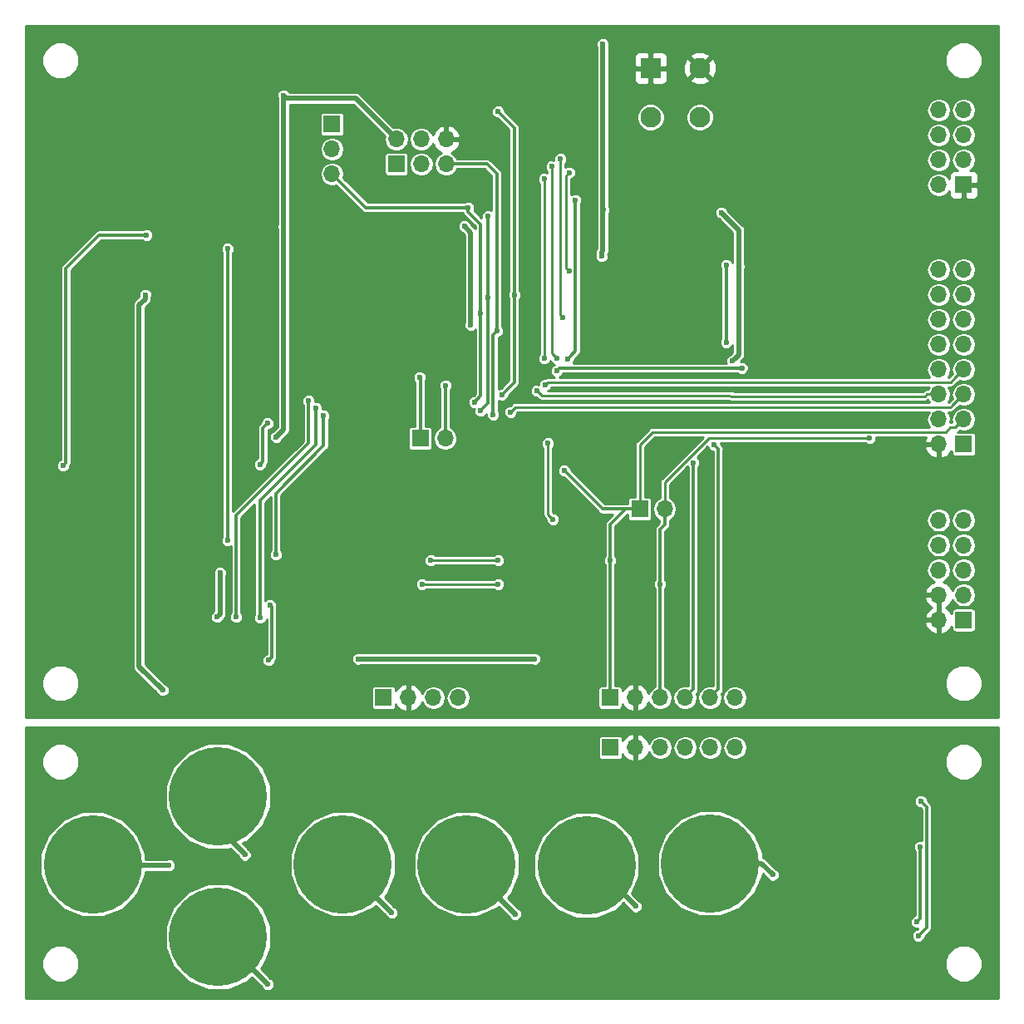
<source format=gbl>
G04 #@! TF.GenerationSoftware,KiCad,Pcbnew,(5.0.0)*
G04 #@! TF.CreationDate,2018-10-17T18:23:54+02:00*
G04 #@! TF.ProjectId,CameraSystem,43616D65726153797374656D2E6B6963,rev?*
G04 #@! TF.SameCoordinates,Original*
G04 #@! TF.FileFunction,Copper,L2,Bot,Signal*
G04 #@! TF.FilePolarity,Positive*
%FSLAX46Y46*%
G04 Gerber Fmt 4.6, Leading zero omitted, Abs format (unit mm)*
G04 Created by KiCad (PCBNEW (5.0.0)) date 10/17/18 18:23:54*
%MOMM*%
%LPD*%
G01*
G04 APERTURE LIST*
G04 #@! TA.AperFunction,ComponentPad*
%ADD10O,1.700000X1.700000*%
G04 #@! TD*
G04 #@! TA.AperFunction,ComponentPad*
%ADD11R,1.700000X1.700000*%
G04 #@! TD*
G04 #@! TA.AperFunction,BGAPad,CuDef*
%ADD12C,10.000000*%
G04 #@! TD*
G04 #@! TA.AperFunction,ComponentPad*
%ADD13R,2.100000X2.100000*%
G04 #@! TD*
G04 #@! TA.AperFunction,ComponentPad*
%ADD14C,2.100000*%
G04 #@! TD*
G04 #@! TA.AperFunction,ViaPad*
%ADD15C,0.600000*%
G04 #@! TD*
G04 #@! TA.AperFunction,Conductor*
%ADD16C,0.500000*%
G04 #@! TD*
G04 #@! TA.AperFunction,Conductor*
%ADD17C,0.300000*%
G04 #@! TD*
G04 #@! TA.AperFunction,Conductor*
%ADD18C,0.250000*%
G04 #@! TD*
G04 #@! TA.AperFunction,Conductor*
%ADD19C,0.254000*%
G04 #@! TD*
G04 APERTURE END LIST*
D10*
G04 #@! TO.P,J12,6*
G04 #@! TO.N,/Keypad/VDD_3V3*
X92710000Y-93980000D03*
G04 #@! TO.P,J12,5*
G04 #@! TO.N,/Keypad/QT_RST*
X90170000Y-93980000D03*
G04 #@! TO.P,J12,4*
G04 #@! TO.N,/Keypad/QT_CHN*
X87630000Y-93980000D03*
G04 #@! TO.P,J12,3*
G04 #@! TO.N,/Keypad/SDA_3V3*
X85090000Y-93980000D03*
G04 #@! TO.P,J12,2*
G04 #@! TO.N,/Keypad/QP_GND*
X82550000Y-93980000D03*
D11*
G04 #@! TO.P,J12,1*
G04 #@! TO.N,/Keypad/SCL_3V3*
X80010000Y-93980000D03*
G04 #@! TD*
D12*
G04 #@! TO.P,K2,1*
G04 #@! TO.N,Net-(K2-Pad1)*
X40058340Y-113266220D03*
G04 #@! TD*
D10*
G04 #@! TO.P,J2,6*
G04 #@! TO.N,GND*
X63296800Y-32004000D03*
G04 #@! TO.P,J2,5*
G04 #@! TO.N,/Input_Interface/SPI_RST*
X63296800Y-34544000D03*
G04 #@! TO.P,J2,4*
G04 #@! TO.N,Net-(J2-Pad4)*
X60756800Y-32004000D03*
G04 #@! TO.P,J2,3*
G04 #@! TO.N,Net-(J2-Pad3)*
X60756800Y-34544000D03*
G04 #@! TO.P,J2,2*
G04 #@! TO.N,/Camera/VDD_3V3*
X58216800Y-32004000D03*
D11*
G04 #@! TO.P,J2,1*
G04 #@! TO.N,Net-(J2-Pad1)*
X58216800Y-34544000D03*
G04 #@! TD*
G04 #@! TO.P,J3,1*
G04 #@! TO.N,/Camera/SCL_3V3*
X83007200Y-69697600D03*
D10*
G04 #@! TO.P,J3,2*
G04 #@! TO.N,/Camera/SDA_3V3*
X85547200Y-69697600D03*
G04 #@! TD*
G04 #@! TO.P,J4,3*
G04 #@! TO.N,/Microcontroller/SCK*
X51663600Y-35560000D03*
G04 #@! TO.P,J4,2*
G04 #@! TO.N,/Microcontroller/MISO*
X51663600Y-33020000D03*
D11*
G04 #@! TO.P,J4,1*
G04 #@! TO.N,/Microcontroller/MOSI*
X51663600Y-30480000D03*
G04 #@! TD*
D10*
G04 #@! TO.P,J5,2*
G04 #@! TO.N,/Microcontroller/SPI_TX*
X63195200Y-62484000D03*
D11*
G04 #@! TO.P,J5,1*
G04 #@! TO.N,/Microcontroller/SPI_RX*
X60655200Y-62484000D03*
G04 #@! TD*
G04 #@! TO.P,J11,1*
G04 #@! TO.N,/Camera/SCL_3V3*
X80000000Y-88900000D03*
D10*
G04 #@! TO.P,J11,2*
G04 #@! TO.N,GND*
X82540000Y-88900000D03*
G04 #@! TO.P,J11,3*
G04 #@! TO.N,/Camera/SDA_3V3*
X85080000Y-88900000D03*
G04 #@! TO.P,J11,4*
G04 #@! TO.N,/Microcontroller/QT_CHN*
X87620000Y-88900000D03*
G04 #@! TO.P,J11,5*
G04 #@! TO.N,/Microcontroller/QT_RST*
X90160000Y-88900000D03*
G04 #@! TO.P,J11,6*
G04 #@! TO.N,/Camera/VDD_3V3*
X92700000Y-88900000D03*
G04 #@! TD*
G04 #@! TO.P,J14,10*
G04 #@! TO.N,N/C*
X113460000Y-70840000D03*
G04 #@! TO.P,J14,9*
G04 #@! TO.N,/Microcontroller/SENSOR2*
X116000000Y-70840000D03*
G04 #@! TO.P,J14,8*
G04 #@! TO.N,/Microcontroller/M_EN*
X113460000Y-73380000D03*
G04 #@! TO.P,J14,7*
G04 #@! TO.N,/Microcontroller/SENSOR1*
X116000000Y-73380000D03*
G04 #@! TO.P,J14,6*
G04 #@! TO.N,/Microcontroller/M_DIR*
X113460000Y-75920000D03*
G04 #@! TO.P,J14,5*
G04 #@! TO.N,/Microcontroller/M_PWM*
X116000000Y-75920000D03*
G04 #@! TO.P,J14,4*
G04 #@! TO.N,GND*
X113460000Y-78460000D03*
G04 #@! TO.P,J14,3*
G04 #@! TO.N,/Motor/VDD_3V3_CON_IN*
X116000000Y-78460000D03*
G04 #@! TO.P,J14,2*
G04 #@! TO.N,GND*
X113460000Y-81000000D03*
D11*
G04 #@! TO.P,J14,1*
G04 #@! TO.N,/Motor/VDD_3V3_CON_IN*
X116000000Y-81000000D03*
G04 #@! TD*
D12*
G04 #@! TO.P,K1,1*
G04 #@! TO.N,Net-(K1-Pad1)*
X90167460Y-105803700D03*
G04 #@! TD*
G04 #@! TO.P,K3,1*
G04 #@! TO.N,Net-(K3-Pad1)*
X27294840Y-105883540D03*
G04 #@! TD*
G04 #@! TO.P,K4,1*
G04 #@! TO.N,Net-(K4-Pad1)*
X40040560Y-98953320D03*
G04 #@! TD*
G04 #@! TO.P,K5,1*
G04 #@! TO.N,Net-(K5-Pad1)*
X52740560Y-105859580D03*
G04 #@! TD*
G04 #@! TO.P,K6,1*
G04 #@! TO.N,Net-(K6-Pad1)*
X65364360Y-105859580D03*
G04 #@! TD*
G04 #@! TO.P,K7,1*
G04 #@! TO.N,Net-(K7-Pad1)*
X77599540Y-105986580D03*
G04 #@! TD*
D13*
G04 #@! TO.P,S1,1*
G04 #@! TO.N,GND*
X84124800Y-24790400D03*
D14*
G04 #@! TO.P,S1,4*
G04 #@! TO.N,Net-(R9-Pad2)*
X89124800Y-29790400D03*
G04 #@! TO.P,S1,3*
G04 #@! TO.N,GND*
X89124800Y-24790400D03*
G04 #@! TO.P,S1,2*
G04 #@! TO.N,Net-(R9-Pad2)*
X84124800Y-29790400D03*
G04 #@! TD*
D10*
G04 #@! TO.P,U9,4*
G04 #@! TO.N,/Display/SCL_5V0*
X64516000Y-88900000D03*
G04 #@! TO.P,U9,3*
G04 #@! TO.N,/Display/SDA_5V0*
X61976000Y-88900000D03*
G04 #@! TO.P,U9,2*
G04 #@! TO.N,GND*
X59436000Y-88900000D03*
D11*
G04 #@! TO.P,U9,1*
G04 #@! TO.N,/Display/VDD_5V0*
X56896000Y-88900000D03*
G04 #@! TD*
D10*
G04 #@! TO.P,U4,8*
G04 #@! TO.N,/Wifi/VDD_3V3_IN*
X113460000Y-29044400D03*
G04 #@! TO.P,U4,7*
G04 #@! TO.N,/Microcontroller/SPI_TX*
X116000000Y-29044400D03*
G04 #@! TO.P,U4,6*
G04 #@! TO.N,Net-(Q1-Pad3)*
X113460000Y-31584400D03*
G04 #@! TO.P,U4,5*
G04 #@! TO.N,N/C*
X116000000Y-31584400D03*
G04 #@! TO.P,U4,4*
G04 #@! TO.N,/Microcontroller/WIFI_EN*
X113460000Y-34124400D03*
G04 #@! TO.P,U4,3*
G04 #@! TO.N,N/C*
X116000000Y-34124400D03*
G04 #@! TO.P,U4,2*
G04 #@! TO.N,/Microcontroller/SPI_RX*
X113460000Y-36664400D03*
D11*
G04 #@! TO.P,U4,1*
G04 #@! TO.N,GND*
X116000000Y-36664400D03*
G04 #@! TD*
D10*
G04 #@! TO.P,U6,16*
G04 #@! TO.N,/Camera/CAM_D0*
X113460000Y-45313600D03*
G04 #@! TO.P,U6,15*
G04 #@! TO.N,/Camera/CAM_D1*
X116000000Y-45313600D03*
G04 #@! TO.P,U6,14*
G04 #@! TO.N,/Camera/CAM_D2*
X113460000Y-47853600D03*
G04 #@! TO.P,U6,13*
G04 #@! TO.N,/Camera/CAM_D3*
X116000000Y-47853600D03*
G04 #@! TO.P,U6,12*
G04 #@! TO.N,/Camera/CAM_D4*
X113460000Y-50393600D03*
G04 #@! TO.P,U6,11*
G04 #@! TO.N,/Camera/CAM_D5*
X116000000Y-50393600D03*
G04 #@! TO.P,U6,10*
G04 #@! TO.N,/Camera/CAM_D6*
X113460000Y-52933600D03*
G04 #@! TO.P,U6,9*
G04 #@! TO.N,/Camera/CAM_D7*
X116000000Y-52933600D03*
G04 #@! TO.P,U6,8*
G04 #@! TO.N,Net-(J10-Pad1)*
X113460000Y-55473600D03*
G04 #@! TO.P,U6,7*
G04 #@! TO.N,/Camera/CAM_PCLK*
X116000000Y-55473600D03*
G04 #@! TO.P,U6,6*
G04 #@! TO.N,/Camera/CAM_HSYNC*
X113460000Y-58013600D03*
G04 #@! TO.P,U6,5*
G04 #@! TO.N,/Camera/CAM_VSYNC*
X116000000Y-58013600D03*
G04 #@! TO.P,U6,4*
G04 #@! TO.N,/Camera/SDA_3V3*
X113460000Y-60553600D03*
G04 #@! TO.P,U6,3*
G04 #@! TO.N,/Camera/SCL_3V3*
X116000000Y-60553600D03*
G04 #@! TO.P,U6,2*
G04 #@! TO.N,GND*
X113460000Y-63093600D03*
D11*
G04 #@! TO.P,U6,1*
G04 #@! TO.N,/Camera/VDD_3V3_IN*
X116000000Y-63093600D03*
G04 #@! TD*
D15*
G04 #@! TO.N,GND*
X40386000Y-83058000D03*
X39243000Y-83058000D03*
X34290000Y-69469000D03*
X34290000Y-70485000D03*
X42631360Y-75440540D03*
X41046400Y-78272640D03*
X34290000Y-71628000D03*
X30480000Y-83566000D03*
X33528000Y-83566000D03*
X41021000Y-75438000D03*
X55626000Y-43434000D03*
X57277000Y-43434000D03*
X58928000Y-43434000D03*
X49403000Y-43561000D03*
X50673000Y-43561000D03*
X48006000Y-43561000D03*
X42799000Y-43561000D03*
X39497000Y-43561000D03*
X21844000Y-30607000D03*
X23368000Y-30607000D03*
X25019000Y-30607000D03*
X72390000Y-53213000D03*
X77327760Y-57442100D03*
X78737460Y-57449720D03*
X80139540Y-57449720D03*
X80391000Y-53975000D03*
X80391000Y-52832000D03*
X80391000Y-51562000D03*
X77470000Y-50165000D03*
X78740000Y-50165000D03*
X72390000Y-52070000D03*
X72390000Y-50927000D03*
X68961000Y-53848000D03*
X30045660Y-54477920D03*
X31206440Y-54477920D03*
X33065720Y-53738780D03*
X33053020Y-52539900D03*
X30850840Y-51866800D03*
X29331920Y-57713880D03*
X30256480Y-57713880D03*
X31008320Y-56487060D03*
X31008320Y-57330340D03*
X88935560Y-56085740D03*
X85600540Y-55996840D03*
X90144600Y-56111140D03*
X86489540Y-56057800D03*
G04 #@! TO.N,/Display/VDD_5V0*
X54356000Y-84963000D03*
X72263000Y-84963000D03*
X32639000Y-47879000D03*
X34417000Y-88138000D03*
G04 #@! TO.N,/Camera/VDD_3V3*
X46736000Y-27559000D03*
X45974000Y-62357000D03*
X79121000Y-43942000D03*
X79248000Y-22352000D03*
X65786000Y-50927000D03*
X65151000Y-40894000D03*
X46736000Y-40894000D03*
X93091000Y-44958000D03*
X91313000Y-39497000D03*
X79293999Y-39197001D03*
X92456000Y-54610000D03*
G04 #@! TO.N,/Input_Interface/SPI_RST*
X68453000Y-51562000D03*
X45085000Y-60960000D03*
X44323000Y-65151000D03*
X68072000Y-60071000D03*
G04 #@! TO.N,/Microcontroller/CS*
X41021000Y-43180000D03*
X41021000Y-72898000D03*
G04 #@! TO.N,/Keypad/QP_GND*
X109474000Y-103886000D03*
X110236000Y-103886000D03*
X102235000Y-104013000D03*
X101092000Y-102870000D03*
X101092000Y-104013000D03*
X102743000Y-98298000D03*
X101600000Y-99441000D03*
X101600000Y-98298000D03*
X109855000Y-99441000D03*
X109855000Y-100457000D03*
X106172000Y-115951000D03*
X46736000Y-115570000D03*
X46736000Y-114427000D03*
X54483000Y-112268000D03*
X55753000Y-112268000D03*
X106172000Y-117475000D03*
G04 #@! TO.N,/Memory/_SD_DET*
X24257000Y-65278000D03*
X32766000Y-41783000D03*
G04 #@! TO.N,/Microcontroller/SPI_RX*
X60579000Y-56286400D03*
X73279000Y-54356000D03*
X73279000Y-36068000D03*
G04 #@! TO.N,/Microcontroller/SPI_TX*
X63246000Y-57099200D03*
X74549000Y-54356000D03*
X74041000Y-34798000D03*
G04 #@! TO.N,/Camera/SCL_3V3*
X75311000Y-65786000D03*
X61722000Y-74930000D03*
X68580000Y-74930000D03*
X80010000Y-74930000D03*
G04 #@! TO.N,/Camera/SDA_3V3*
X60833000Y-77343000D03*
X68580000Y-77343000D03*
X85090000Y-77343000D03*
X106426000Y-62484000D03*
G04 #@! TO.N,/Microcontroller/MISO*
X67564000Y-48133000D03*
X67564000Y-39878000D03*
X45942800Y-74326200D03*
X50800000Y-60198000D03*
X66802000Y-59690000D03*
G04 #@! TO.N,/Memory/SD_DATA_OUT*
X45212000Y-85090000D03*
X45339000Y-79502000D03*
G04 #@! TO.N,Net-(J10-Pad4)*
X91821000Y-52705000D03*
X91821000Y-44831000D03*
G04 #@! TO.N,/Camera/CAM_CLK*
X74549000Y-55626000D03*
X93415400Y-55346600D03*
G04 #@! TO.N,/Microcontroller/QT_CHN*
X88469999Y-64974999D03*
G04 #@! TO.N,/Microcontroller/QT_RST*
X90551000Y-63119000D03*
G04 #@! TO.N,/Microcontroller/M_PWM*
X74168000Y-70739000D03*
X73660000Y-62992000D03*
G04 #@! TO.N,Net-(K1-Pad1)*
X96558100Y-106956860D03*
G04 #@! TO.N,Net-(K2-Pad1)*
X45110000Y-118110000D03*
G04 #@! TO.N,Net-(K3-Pad1)*
X35046200Y-106000000D03*
G04 #@! TO.N,Net-(K4-Pad1)*
X42793920Y-104922320D03*
G04 #@! TO.N,Net-(K5-Pad1)*
X57751980Y-110832900D03*
G04 #@! TO.N,Net-(K6-Pad1)*
X70324980Y-110959900D03*
G04 #@! TO.N,Net-(K7-Pad1)*
X82590640Y-110172500D03*
G04 #@! TO.N,/Keypad/_QT_RST_IN*
X111633000Y-99466400D03*
X111379000Y-113157000D03*
G04 #@! TO.N,/Keypad/_QT_CHN_IN*
X111582200Y-104089200D03*
X111252000Y-111760000D03*
G04 #@! TO.N,/Microcontroller/WIFI_RST*
X74930000Y-34036000D03*
X75184000Y-50165000D03*
G04 #@! TO.N,/Camera/CAM_XCLK_CTL*
X76454000Y-38227000D03*
X75689460Y-54389020D03*
G04 #@! TO.N,/Camera/CAM_VSYNC*
X69850000Y-59817000D03*
G04 #@! TO.N,/Camera/CAM_HSYNC*
X72517000Y-57658000D03*
G04 #@! TO.N,/Camera/CAM_PCLK*
X73406000Y-57023000D03*
G04 #@! TO.N,/Microcontroller/WIFI_EN*
X75819000Y-35433000D03*
X75819000Y-45466000D03*
G04 #@! TO.N,/Microcontroller/SCK*
X65532000Y-38989000D03*
X66802000Y-49784000D03*
X44323000Y-80772000D03*
X50038000Y-59436000D03*
X66167000Y-58801000D03*
G04 #@! TO.N,/Microcontroller/MOSI*
X68580000Y-29210000D03*
X70231000Y-47879000D03*
X49276000Y-58674000D03*
X68961000Y-58039000D03*
X41897300Y-80688180D03*
G04 #@! TO.N,/Memory/VDD_3V3_IN*
X39957200Y-80692800D03*
X40257199Y-76198199D03*
G04 #@! TD*
D16*
G04 #@! TO.N,/Display/VDD_5V0*
X54356000Y-84963000D02*
X72263000Y-84963000D01*
X32639000Y-48303264D02*
X32004000Y-48938264D01*
X32639000Y-47879000D02*
X32639000Y-48303264D01*
X32004000Y-48938264D02*
X32004000Y-85725000D01*
X32004000Y-85725000D02*
X34417000Y-88138000D01*
G04 #@! TO.N,/Camera/VDD_3V3*
X57366801Y-31154001D02*
X58216800Y-32004000D01*
X54071799Y-27858999D02*
X57366801Y-31154001D01*
X47035999Y-27858999D02*
X54071799Y-27858999D01*
X46736000Y-27559000D02*
X47035999Y-27858999D01*
X46736000Y-61595000D02*
X45974000Y-62357000D01*
X46736000Y-27559000D02*
X46736000Y-41148000D01*
X46736000Y-41148000D02*
X46736000Y-61595000D01*
X79121000Y-43517736D02*
X79248000Y-43390736D01*
X79121000Y-43942000D02*
X79121000Y-43517736D01*
X79248000Y-43390736D02*
X79248000Y-22352000D01*
X65786000Y-50927000D02*
X65786000Y-41529000D01*
X65786000Y-41529000D02*
X65151000Y-40894000D01*
X93091000Y-41275000D02*
X93091000Y-44958000D01*
X91313000Y-39497000D02*
X93091000Y-41275000D01*
X92755999Y-54310001D02*
X93091000Y-53975000D01*
X92456000Y-54610000D02*
X92755999Y-54310001D01*
X93091000Y-53975000D02*
X93091000Y-44958000D01*
D17*
G04 #@! TO.N,/Input_Interface/SPI_RST*
X63296800Y-34544000D02*
X65659000Y-34544000D01*
X65659000Y-34544000D02*
X67437000Y-34544000D01*
X67437000Y-34544000D02*
X68453000Y-35560000D01*
X68453000Y-35560000D02*
X68453000Y-51562000D01*
X44622999Y-61422001D02*
X45085000Y-60960000D01*
X44323000Y-65151000D02*
X44622999Y-64851001D01*
X44622999Y-64851001D02*
X44622999Y-61422001D01*
X68072000Y-51943000D02*
X68453000Y-51562000D01*
X68072000Y-60071000D02*
X68072000Y-51943000D01*
G04 #@! TO.N,/Microcontroller/CS*
X41021000Y-43180000D02*
X41021000Y-72898000D01*
G04 #@! TO.N,/Memory/_SD_DET*
X27940000Y-41783000D02*
X32766000Y-41783000D01*
X24556999Y-45166001D02*
X27940000Y-41783000D01*
X24556999Y-64978001D02*
X24556999Y-45166001D01*
X24257000Y-65278000D02*
X24556999Y-64978001D01*
G04 #@! TO.N,/Microcontroller/SPI_RX*
X60655200Y-56362600D02*
X60579000Y-56286400D01*
X60655200Y-62484000D02*
X60655200Y-56362600D01*
D18*
X73279000Y-54356000D02*
X73279000Y-36068000D01*
D17*
G04 #@! TO.N,/Microcontroller/SPI_TX*
X63195200Y-57150000D02*
X63246000Y-57099200D01*
X63195200Y-62484000D02*
X63195200Y-57150000D01*
D18*
X74041000Y-53848000D02*
X74549000Y-54356000D01*
X74041000Y-34798000D02*
X74041000Y-53848000D01*
D17*
G04 #@! TO.N,/Camera/SCL_3V3*
X83007200Y-69697600D02*
X79222600Y-69697600D01*
X79222600Y-69697600D02*
X75311000Y-65786000D01*
X83007200Y-69697600D02*
X81559400Y-69697600D01*
X80000000Y-71257000D02*
X80000000Y-88900000D01*
X81559400Y-69697600D02*
X80000000Y-71257000D01*
D18*
X61722000Y-74930000D02*
X68580000Y-74930000D01*
X83007200Y-63169800D02*
X83007200Y-69697600D01*
X84328000Y-61849000D02*
X83007200Y-63169800D01*
X114173000Y-61849000D02*
X84328000Y-61849000D01*
X114618401Y-61403599D02*
X114173000Y-61849000D01*
X116000000Y-60553600D02*
X115150001Y-61403599D01*
X115150001Y-61403599D02*
X114618401Y-61403599D01*
D17*
G04 #@! TO.N,/Camera/SDA_3V3*
X85547200Y-69697600D02*
X85547200Y-71297800D01*
X85080000Y-71765000D02*
X85080000Y-88900000D01*
X85547200Y-71297800D02*
X85080000Y-71765000D01*
D18*
X60833000Y-77343000D02*
X68580000Y-77343000D01*
X85547200Y-66972796D02*
X90035996Y-62484000D01*
X85547200Y-69697600D02*
X85547200Y-66972796D01*
X90035996Y-62484000D02*
X106426000Y-62484000D01*
D17*
G04 #@! TO.N,/Microcontroller/MISO*
X67564000Y-48133000D02*
X67564000Y-40738144D01*
X67564000Y-40738144D02*
X67564000Y-39878000D01*
X45942800Y-74326200D02*
X45942800Y-68103200D01*
X45942800Y-68103200D02*
X50800000Y-63246000D01*
X50800000Y-63246000D02*
X50800000Y-60198000D01*
X67564000Y-58928000D02*
X67564000Y-48133000D01*
X66802000Y-59690000D02*
X67564000Y-58928000D01*
G04 #@! TO.N,/Memory/SD_DATA_OUT*
X45511999Y-84790001D02*
X45511999Y-79674999D01*
X45212000Y-85090000D02*
X45511999Y-84790001D01*
X45511999Y-79674999D02*
X45339000Y-79502000D01*
G04 #@! TO.N,Net-(J10-Pad4)*
X91821000Y-52578000D02*
X91821000Y-44831000D01*
X91821000Y-52705000D02*
X91821000Y-52578000D01*
D18*
G04 #@! TO.N,/Camera/CAM_CLK*
X74676000Y-55499000D02*
X74549000Y-55626000D01*
D17*
X74828400Y-55346600D02*
X74549000Y-55626000D01*
X93415400Y-55346600D02*
X74828400Y-55346600D01*
G04 #@! TO.N,/Microcontroller/QT_CHN*
X88469999Y-88050001D02*
X88469999Y-64974999D01*
X87620000Y-88900000D02*
X88469999Y-88050001D01*
G04 #@! TO.N,/Microcontroller/QT_RST*
X91009999Y-88050001D02*
X91009999Y-63577999D01*
X90160000Y-88900000D02*
X91009999Y-88050001D01*
X91009999Y-63577999D02*
X90551000Y-63119000D01*
D18*
G04 #@! TO.N,/Microcontroller/M_PWM*
X74168000Y-70739000D02*
X73660000Y-70231000D01*
X73660000Y-70231000D02*
X73660000Y-62992000D01*
D16*
G04 #@! TO.N,Net-(K1-Pad1)*
X90167460Y-105803700D02*
X95404940Y-105803700D01*
X95404940Y-105803700D02*
X96558100Y-106956860D01*
G04 #@! TO.N,Net-(K2-Pad1)*
X40266220Y-113266220D02*
X45110000Y-118110000D01*
X40058340Y-113266220D02*
X40266220Y-113266220D01*
G04 #@! TO.N,Net-(K3-Pad1)*
X27411300Y-106000000D02*
X27294840Y-105883540D01*
X35046200Y-106000000D02*
X27411300Y-106000000D01*
G04 #@! TO.N,Net-(K4-Pad1)*
X40040560Y-98953320D02*
X40040560Y-102102920D01*
X42793920Y-104856280D02*
X42793920Y-104922320D01*
X40040560Y-102102920D02*
X42793920Y-104856280D01*
G04 #@! TO.N,Net-(K5-Pad1)*
X52740560Y-105859580D02*
X52778660Y-105859580D01*
X52778660Y-105859580D02*
X57751980Y-110832900D01*
G04 #@! TO.N,Net-(K6-Pad1)*
X65364360Y-105859580D02*
X65364360Y-105996740D01*
X65364360Y-105996740D02*
X70324980Y-110957360D01*
X70324980Y-110957360D02*
X70324980Y-110959900D01*
G04 #@! TO.N,Net-(K7-Pad1)*
X77599540Y-105986580D02*
X78404720Y-105986580D01*
X78404720Y-105986580D02*
X82590640Y-110172500D01*
D17*
G04 #@! TO.N,/Keypad/_QT_RST_IN*
X112232201Y-100065601D02*
X112232201Y-111546401D01*
X111633000Y-99466400D02*
X112232201Y-100065601D01*
X112232201Y-111546401D02*
X112232201Y-112303799D01*
X112232201Y-112303799D02*
X111379000Y-113157000D01*
G04 #@! TO.N,/Keypad/_QT_CHN_IN*
X111582200Y-104089200D02*
X111582200Y-111201200D01*
X111582200Y-111201200D02*
X111582200Y-111429800D01*
X111582200Y-111429800D02*
X111252000Y-111760000D01*
D18*
G04 #@! TO.N,/Microcontroller/WIFI_RST*
X74930000Y-34036000D02*
X74930000Y-49911000D01*
X74930000Y-49911000D02*
X75184000Y-50165000D01*
D17*
G04 #@! TO.N,/Camera/CAM_XCLK_CTL*
X76454000Y-38227000D02*
X76454000Y-45138998D01*
X76454000Y-45138998D02*
X76469001Y-45153999D01*
X75989459Y-54088782D02*
X76469001Y-53609240D01*
X75989459Y-54089021D02*
X75989459Y-54088782D01*
X75689460Y-54389020D02*
X75989459Y-54089021D01*
X76469001Y-45153999D02*
X76469001Y-53609240D01*
D18*
G04 #@! TO.N,/Camera/CAM_VSYNC*
X115150001Y-58863599D02*
X115126401Y-58863599D01*
X116000000Y-58013600D02*
X115150001Y-58863599D01*
X115126401Y-58863599D02*
X114801399Y-59188601D01*
X114801399Y-59188601D02*
X114681000Y-59309000D01*
X114681000Y-59309000D02*
X70358000Y-59309000D01*
X70358000Y-59309000D02*
X69850000Y-59817000D01*
G04 #@! TO.N,/Camera/CAM_HSYNC*
X73037700Y-58183780D02*
X72517000Y-57658000D01*
X111716820Y-58193940D02*
X73037700Y-58183780D01*
X112077579Y-58193940D02*
X111716820Y-58193940D01*
X112257919Y-58013600D02*
X112077579Y-58193940D01*
X113460000Y-58013600D02*
X112257919Y-58013600D01*
G04 #@! TO.N,/Camera/CAM_PCLK*
X115150001Y-56323599D02*
X115126401Y-56323599D01*
X116000000Y-55473600D02*
X115150001Y-56323599D01*
X115126401Y-56323599D02*
X114681000Y-56769000D01*
X114681000Y-56769000D02*
X113411000Y-56769000D01*
X113411000Y-56769000D02*
X73660000Y-56769000D01*
X73660000Y-56769000D02*
X73406000Y-57023000D01*
G04 #@! TO.N,/Microcontroller/WIFI_EN*
X75519001Y-35732999D02*
X75519001Y-45166001D01*
X75819000Y-35433000D02*
X75519001Y-35732999D01*
X75519001Y-45166001D02*
X75819000Y-45466000D01*
D17*
G04 #@! TO.N,/Microcontroller/SCK*
X65532000Y-39413264D02*
X66802000Y-40683264D01*
X65532000Y-38989000D02*
X65532000Y-39413264D01*
X66802000Y-40683264D02*
X66802000Y-49784000D01*
X55092600Y-38989000D02*
X51663600Y-35560000D01*
X65532000Y-38989000D02*
X55092600Y-38989000D01*
X44323000Y-80772000D02*
X44323000Y-68834000D01*
X44323000Y-68834000D02*
X50038000Y-63119000D01*
X50038000Y-63119000D02*
X50038000Y-59436000D01*
X66802000Y-58166000D02*
X66802000Y-49784000D01*
X66167000Y-58801000D02*
X66802000Y-58166000D01*
G04 #@! TO.N,/Microcontroller/MOSI*
X68580000Y-29210000D02*
X70231000Y-30861000D01*
X70231000Y-30861000D02*
X70231000Y-47879000D01*
X70231000Y-56769000D02*
X70231000Y-47879000D01*
X68961000Y-58039000D02*
X70231000Y-56769000D01*
X49276000Y-62992000D02*
X49276000Y-58674000D01*
X41897300Y-80688180D02*
X41904920Y-70347840D01*
X41904920Y-70347840D02*
X49276000Y-62992000D01*
D16*
G04 #@! TO.N,/Memory/VDD_3V3_IN*
X40257199Y-80392801D02*
X40257199Y-76198199D01*
X39957200Y-80692800D02*
X40257199Y-80392801D01*
G04 #@! TD*
D19*
G04 #@! TO.N,GND*
G36*
X119544001Y-90932000D02*
X20456000Y-90932000D01*
X20456000Y-87065846D01*
X22119000Y-87065846D01*
X22119000Y-87814154D01*
X22405365Y-88505501D01*
X22934499Y-89034635D01*
X23625846Y-89321000D01*
X24374154Y-89321000D01*
X25065501Y-89034635D01*
X25594635Y-88505501D01*
X25881000Y-87814154D01*
X25881000Y-87065846D01*
X25594635Y-86374499D01*
X25065501Y-85845365D01*
X24374154Y-85559000D01*
X23625846Y-85559000D01*
X22934499Y-85845365D01*
X22405365Y-86374499D01*
X22119000Y-87065846D01*
X20456000Y-87065846D01*
X20456000Y-65142541D01*
X23576000Y-65142541D01*
X23576000Y-65413459D01*
X23679676Y-65663756D01*
X23871244Y-65855324D01*
X24121541Y-65959000D01*
X24392459Y-65959000D01*
X24642756Y-65855324D01*
X24834324Y-65663756D01*
X24938000Y-65413459D01*
X24938000Y-65362051D01*
X24939828Y-65360830D01*
X25057189Y-65185187D01*
X25087999Y-65030295D01*
X25087999Y-65030294D01*
X25098401Y-64978001D01*
X25087999Y-64925707D01*
X25087999Y-48938264D01*
X31360638Y-48938264D01*
X31373000Y-49000412D01*
X31373001Y-85662847D01*
X31360638Y-85725000D01*
X31409611Y-85971203D01*
X31409612Y-85971204D01*
X31549075Y-86179926D01*
X31601762Y-86215130D01*
X33789676Y-88403045D01*
X33839676Y-88523756D01*
X34031244Y-88715324D01*
X34281541Y-88819000D01*
X34552459Y-88819000D01*
X34802756Y-88715324D01*
X34994324Y-88523756D01*
X35098000Y-88273459D01*
X35098000Y-88050000D01*
X55657536Y-88050000D01*
X55657536Y-89750000D01*
X55687106Y-89898659D01*
X55771314Y-90024686D01*
X55897341Y-90108894D01*
X56046000Y-90138464D01*
X57746000Y-90138464D01*
X57894659Y-90108894D01*
X58020686Y-90024686D01*
X58104894Y-89898659D01*
X58134464Y-89750000D01*
X58134464Y-89554895D01*
X58240817Y-89781358D01*
X58669076Y-90171645D01*
X59079110Y-90341476D01*
X59309000Y-90220155D01*
X59309000Y-89027000D01*
X59289000Y-89027000D01*
X59289000Y-88773000D01*
X59309000Y-88773000D01*
X59309000Y-87579845D01*
X59563000Y-87579845D01*
X59563000Y-88773000D01*
X59583000Y-88773000D01*
X59583000Y-89027000D01*
X59563000Y-89027000D01*
X59563000Y-90220155D01*
X59792890Y-90341476D01*
X60202924Y-90171645D01*
X60631183Y-89781358D01*
X60818245Y-89383037D01*
X61088499Y-89787501D01*
X61495688Y-90059576D01*
X61854761Y-90131000D01*
X62097239Y-90131000D01*
X62456312Y-90059576D01*
X62863501Y-89787501D01*
X63135576Y-89380312D01*
X63231116Y-88900000D01*
X63260884Y-88900000D01*
X63356424Y-89380312D01*
X63628499Y-89787501D01*
X64035688Y-90059576D01*
X64394761Y-90131000D01*
X64637239Y-90131000D01*
X64996312Y-90059576D01*
X65403501Y-89787501D01*
X65675576Y-89380312D01*
X65771116Y-88900000D01*
X65675576Y-88419688D01*
X65403501Y-88012499D01*
X64996312Y-87740424D01*
X64637239Y-87669000D01*
X64394761Y-87669000D01*
X64035688Y-87740424D01*
X63628499Y-88012499D01*
X63356424Y-88419688D01*
X63260884Y-88900000D01*
X63231116Y-88900000D01*
X63135576Y-88419688D01*
X62863501Y-88012499D01*
X62456312Y-87740424D01*
X62097239Y-87669000D01*
X61854761Y-87669000D01*
X61495688Y-87740424D01*
X61088499Y-88012499D01*
X60818245Y-88416963D01*
X60631183Y-88018642D01*
X60202924Y-87628355D01*
X59792890Y-87458524D01*
X59563000Y-87579845D01*
X59309000Y-87579845D01*
X59079110Y-87458524D01*
X58669076Y-87628355D01*
X58240817Y-88018642D01*
X58134464Y-88245105D01*
X58134464Y-88050000D01*
X58104894Y-87901341D01*
X58020686Y-87775314D01*
X57894659Y-87691106D01*
X57746000Y-87661536D01*
X56046000Y-87661536D01*
X55897341Y-87691106D01*
X55771314Y-87775314D01*
X55687106Y-87901341D01*
X55657536Y-88050000D01*
X35098000Y-88050000D01*
X35098000Y-88002541D01*
X34994324Y-87752244D01*
X34802756Y-87560676D01*
X34682045Y-87510676D01*
X32635000Y-85463632D01*
X32635000Y-80557341D01*
X39276200Y-80557341D01*
X39276200Y-80828259D01*
X39379876Y-81078556D01*
X39571444Y-81270124D01*
X39821741Y-81373800D01*
X40092659Y-81373800D01*
X40342956Y-81270124D01*
X40534524Y-81078556D01*
X40584525Y-80957842D01*
X40659433Y-80882935D01*
X40712125Y-80847727D01*
X40851588Y-80639005D01*
X40888199Y-80454949D01*
X40888199Y-80454948D01*
X40900561Y-80392801D01*
X40888199Y-80330653D01*
X40888199Y-76454369D01*
X40938199Y-76333658D01*
X40938199Y-76062740D01*
X40834523Y-75812443D01*
X40642955Y-75620875D01*
X40392658Y-75517199D01*
X40121740Y-75517199D01*
X39871443Y-75620875D01*
X39679875Y-75812443D01*
X39576199Y-76062740D01*
X39576199Y-76333658D01*
X39626200Y-76454371D01*
X39626199Y-80092796D01*
X39571444Y-80115476D01*
X39379876Y-80307044D01*
X39276200Y-80557341D01*
X32635000Y-80557341D01*
X32635000Y-49199632D01*
X33041235Y-48793397D01*
X33093926Y-48758190D01*
X33233389Y-48549468D01*
X33270000Y-48365411D01*
X33282362Y-48303264D01*
X33270000Y-48241116D01*
X33270000Y-48135170D01*
X33320000Y-48014459D01*
X33320000Y-47743541D01*
X33216324Y-47493244D01*
X33024756Y-47301676D01*
X32774459Y-47198000D01*
X32503541Y-47198000D01*
X32253244Y-47301676D01*
X32061676Y-47493244D01*
X31958000Y-47743541D01*
X31958000Y-48014459D01*
X31980681Y-48069215D01*
X31601765Y-48448131D01*
X31549074Y-48483338D01*
X31497851Y-48560000D01*
X31409611Y-48692061D01*
X31360638Y-48938264D01*
X25087999Y-48938264D01*
X25087999Y-45385948D01*
X27429406Y-43044541D01*
X40340000Y-43044541D01*
X40340000Y-43315459D01*
X40443676Y-43565756D01*
X40490000Y-43612080D01*
X40490001Y-72465919D01*
X40443676Y-72512244D01*
X40340000Y-72762541D01*
X40340000Y-73033459D01*
X40443676Y-73283756D01*
X40635244Y-73475324D01*
X40885541Y-73579000D01*
X41156459Y-73579000D01*
X41371605Y-73489884D01*
X41366619Y-80255781D01*
X41319976Y-80302424D01*
X41216300Y-80552721D01*
X41216300Y-80823639D01*
X41319976Y-81073936D01*
X41511544Y-81265504D01*
X41761841Y-81369180D01*
X42032759Y-81369180D01*
X42283056Y-81265504D01*
X42474624Y-81073936D01*
X42578300Y-80823639D01*
X42578300Y-80552721D01*
X42474624Y-80302424D01*
X42428618Y-80256418D01*
X42435757Y-70568271D01*
X43792001Y-69214832D01*
X43792000Y-80339920D01*
X43745676Y-80386244D01*
X43642000Y-80636541D01*
X43642000Y-80907459D01*
X43745676Y-81157756D01*
X43937244Y-81349324D01*
X44187541Y-81453000D01*
X44458459Y-81453000D01*
X44708756Y-81349324D01*
X44900324Y-81157756D01*
X44981000Y-80962987D01*
X44980999Y-84448575D01*
X44826244Y-84512676D01*
X44634676Y-84704244D01*
X44531000Y-84954541D01*
X44531000Y-85225459D01*
X44634676Y-85475756D01*
X44826244Y-85667324D01*
X45076541Y-85771000D01*
X45347459Y-85771000D01*
X45597756Y-85667324D01*
X45789324Y-85475756D01*
X45893000Y-85225459D01*
X45893000Y-85174051D01*
X45894828Y-85172830D01*
X46012189Y-84997187D01*
X46042999Y-84842295D01*
X46042999Y-84842294D01*
X46045933Y-84827541D01*
X53675000Y-84827541D01*
X53675000Y-85098459D01*
X53778676Y-85348756D01*
X53970244Y-85540324D01*
X54220541Y-85644000D01*
X54491459Y-85644000D01*
X54612170Y-85594000D01*
X72006830Y-85594000D01*
X72127541Y-85644000D01*
X72398459Y-85644000D01*
X72648756Y-85540324D01*
X72840324Y-85348756D01*
X72944000Y-85098459D01*
X72944000Y-84827541D01*
X72840324Y-84577244D01*
X72648756Y-84385676D01*
X72398459Y-84282000D01*
X72127541Y-84282000D01*
X72006830Y-84332000D01*
X54612170Y-84332000D01*
X54491459Y-84282000D01*
X54220541Y-84282000D01*
X53970244Y-84385676D01*
X53778676Y-84577244D01*
X53675000Y-84827541D01*
X46045933Y-84827541D01*
X46053401Y-84790001D01*
X46042999Y-84737707D01*
X46042999Y-79727293D01*
X46053401Y-79674999D01*
X46042377Y-79619576D01*
X46020000Y-79507081D01*
X46020000Y-79366541D01*
X45916324Y-79116244D01*
X45724756Y-78924676D01*
X45474459Y-78821000D01*
X45203541Y-78821000D01*
X44953244Y-78924676D01*
X44854000Y-79023920D01*
X44854000Y-77207541D01*
X60152000Y-77207541D01*
X60152000Y-77478459D01*
X60255676Y-77728756D01*
X60447244Y-77920324D01*
X60697541Y-78024000D01*
X60968459Y-78024000D01*
X61218756Y-77920324D01*
X61290080Y-77849000D01*
X68122920Y-77849000D01*
X68194244Y-77920324D01*
X68444541Y-78024000D01*
X68715459Y-78024000D01*
X68965756Y-77920324D01*
X69157324Y-77728756D01*
X69261000Y-77478459D01*
X69261000Y-77207541D01*
X69157324Y-76957244D01*
X68965756Y-76765676D01*
X68715459Y-76662000D01*
X68444541Y-76662000D01*
X68194244Y-76765676D01*
X68122920Y-76837000D01*
X61290080Y-76837000D01*
X61218756Y-76765676D01*
X60968459Y-76662000D01*
X60697541Y-76662000D01*
X60447244Y-76765676D01*
X60255676Y-76957244D01*
X60152000Y-77207541D01*
X44854000Y-77207541D01*
X44854000Y-69053947D01*
X45411801Y-68496146D01*
X45411800Y-73894120D01*
X45365476Y-73940444D01*
X45261800Y-74190741D01*
X45261800Y-74461659D01*
X45365476Y-74711956D01*
X45557044Y-74903524D01*
X45807341Y-75007200D01*
X46078259Y-75007200D01*
X46328556Y-74903524D01*
X46437539Y-74794541D01*
X61041000Y-74794541D01*
X61041000Y-75065459D01*
X61144676Y-75315756D01*
X61336244Y-75507324D01*
X61586541Y-75611000D01*
X61857459Y-75611000D01*
X62107756Y-75507324D01*
X62179080Y-75436000D01*
X68122920Y-75436000D01*
X68194244Y-75507324D01*
X68444541Y-75611000D01*
X68715459Y-75611000D01*
X68965756Y-75507324D01*
X69157324Y-75315756D01*
X69261000Y-75065459D01*
X69261000Y-74794541D01*
X69157324Y-74544244D01*
X68965756Y-74352676D01*
X68715459Y-74249000D01*
X68444541Y-74249000D01*
X68194244Y-74352676D01*
X68122920Y-74424000D01*
X62179080Y-74424000D01*
X62107756Y-74352676D01*
X61857459Y-74249000D01*
X61586541Y-74249000D01*
X61336244Y-74352676D01*
X61144676Y-74544244D01*
X61041000Y-74794541D01*
X46437539Y-74794541D01*
X46520124Y-74711956D01*
X46623800Y-74461659D01*
X46623800Y-74190741D01*
X46520124Y-73940444D01*
X46473800Y-73894120D01*
X46473800Y-68323147D01*
X51138498Y-63658450D01*
X51182829Y-63628829D01*
X51226926Y-63562834D01*
X51300190Y-63453186D01*
X51316575Y-63370813D01*
X51331000Y-63298294D01*
X51331000Y-63298291D01*
X51341401Y-63246001D01*
X51331000Y-63193711D01*
X51331000Y-61634000D01*
X59416736Y-61634000D01*
X59416736Y-63334000D01*
X59446306Y-63482659D01*
X59530514Y-63608686D01*
X59656541Y-63692894D01*
X59805200Y-63722464D01*
X61505200Y-63722464D01*
X61653859Y-63692894D01*
X61779886Y-63608686D01*
X61864094Y-63482659D01*
X61893664Y-63334000D01*
X61893664Y-62484000D01*
X61940084Y-62484000D01*
X62035624Y-62964312D01*
X62307699Y-63371501D01*
X62714888Y-63643576D01*
X63073961Y-63715000D01*
X63316439Y-63715000D01*
X63675512Y-63643576D01*
X64082701Y-63371501D01*
X64354776Y-62964312D01*
X64376212Y-62856541D01*
X72979000Y-62856541D01*
X72979000Y-63127459D01*
X73082676Y-63377756D01*
X73154001Y-63449081D01*
X73154000Y-70181166D01*
X73144087Y-70231000D01*
X73154000Y-70280834D01*
X73183359Y-70428430D01*
X73295194Y-70595806D01*
X73337447Y-70624038D01*
X73487000Y-70773591D01*
X73487000Y-70874459D01*
X73590676Y-71124756D01*
X73782244Y-71316324D01*
X74032541Y-71420000D01*
X74303459Y-71420000D01*
X74553756Y-71316324D01*
X74745324Y-71124756D01*
X74849000Y-70874459D01*
X74849000Y-70603541D01*
X74745324Y-70353244D01*
X74553756Y-70161676D01*
X74303459Y-70058000D01*
X74202591Y-70058000D01*
X74166000Y-70021409D01*
X74166000Y-63449080D01*
X74237324Y-63377756D01*
X74341000Y-63127459D01*
X74341000Y-62856541D01*
X74237324Y-62606244D01*
X74045756Y-62414676D01*
X73795459Y-62311000D01*
X73524541Y-62311000D01*
X73274244Y-62414676D01*
X73082676Y-62606244D01*
X72979000Y-62856541D01*
X64376212Y-62856541D01*
X64450316Y-62484000D01*
X64354776Y-62003688D01*
X64082701Y-61596499D01*
X63726200Y-61358293D01*
X63726200Y-57582080D01*
X63823324Y-57484956D01*
X63927000Y-57234659D01*
X63927000Y-56963741D01*
X63823324Y-56713444D01*
X63631756Y-56521876D01*
X63381459Y-56418200D01*
X63110541Y-56418200D01*
X62860244Y-56521876D01*
X62668676Y-56713444D01*
X62565000Y-56963741D01*
X62565000Y-57234659D01*
X62664201Y-57474152D01*
X62664200Y-61358292D01*
X62307699Y-61596499D01*
X62035624Y-62003688D01*
X61940084Y-62484000D01*
X61893664Y-62484000D01*
X61893664Y-61634000D01*
X61864094Y-61485341D01*
X61779886Y-61359314D01*
X61653859Y-61275106D01*
X61505200Y-61245536D01*
X61186200Y-61245536D01*
X61186200Y-56600029D01*
X61260000Y-56421859D01*
X61260000Y-56150941D01*
X61156324Y-55900644D01*
X60964756Y-55709076D01*
X60714459Y-55605400D01*
X60443541Y-55605400D01*
X60193244Y-55709076D01*
X60001676Y-55900644D01*
X59898000Y-56150941D01*
X59898000Y-56421859D01*
X60001676Y-56672156D01*
X60124201Y-56794681D01*
X60124200Y-61245536D01*
X59805200Y-61245536D01*
X59656541Y-61275106D01*
X59530514Y-61359314D01*
X59446306Y-61485341D01*
X59416736Y-61634000D01*
X51331000Y-61634000D01*
X51331000Y-60630080D01*
X51377324Y-60583756D01*
X51481000Y-60333459D01*
X51481000Y-60062541D01*
X51377324Y-59812244D01*
X51185756Y-59620676D01*
X50935459Y-59517000D01*
X50719000Y-59517000D01*
X50719000Y-59300541D01*
X50615324Y-59050244D01*
X50423756Y-58858676D01*
X50173459Y-58755000D01*
X49957000Y-58755000D01*
X49957000Y-58538541D01*
X49853324Y-58288244D01*
X49661756Y-58096676D01*
X49411459Y-57993000D01*
X49140541Y-57993000D01*
X48890244Y-58096676D01*
X48698676Y-58288244D01*
X48595000Y-58538541D01*
X48595000Y-58809459D01*
X48698676Y-59059756D01*
X48745001Y-59106081D01*
X48745000Y-62771731D01*
X41566797Y-69935094D01*
X41552000Y-69944965D01*
X41552000Y-65015541D01*
X43642000Y-65015541D01*
X43642000Y-65286459D01*
X43745676Y-65536756D01*
X43937244Y-65728324D01*
X44187541Y-65832000D01*
X44458459Y-65832000D01*
X44708756Y-65728324D01*
X44900324Y-65536756D01*
X45004000Y-65286459D01*
X45004000Y-65235051D01*
X45005828Y-65233830D01*
X45123189Y-65058187D01*
X45153999Y-64903295D01*
X45153999Y-64903294D01*
X45164401Y-64851001D01*
X45153999Y-64798707D01*
X45153999Y-62221541D01*
X45293000Y-62221541D01*
X45293000Y-62492459D01*
X45396676Y-62742756D01*
X45588244Y-62934324D01*
X45838541Y-63038000D01*
X46109459Y-63038000D01*
X46359756Y-62934324D01*
X46551324Y-62742756D01*
X46601325Y-62622043D01*
X47138235Y-62085133D01*
X47190926Y-62049926D01*
X47330389Y-61841204D01*
X47367000Y-61657148D01*
X47379362Y-61595000D01*
X47367000Y-61532852D01*
X47367000Y-41150170D01*
X47417000Y-41029459D01*
X47417000Y-40758541D01*
X47367000Y-40637830D01*
X47367000Y-35560000D01*
X50408484Y-35560000D01*
X50504024Y-36040312D01*
X50776099Y-36447501D01*
X51183288Y-36719576D01*
X51542361Y-36791000D01*
X51784839Y-36791000D01*
X52084122Y-36731469D01*
X54680148Y-39327495D01*
X54709771Y-39371829D01*
X54885414Y-39489190D01*
X55040306Y-39520000D01*
X55040309Y-39520000D01*
X55092599Y-39530401D01*
X55144889Y-39520000D01*
X65011830Y-39520000D01*
X65031810Y-39620449D01*
X65119549Y-39751760D01*
X65119551Y-39751762D01*
X65149172Y-39796093D01*
X65193503Y-39825714D01*
X66271000Y-40903211D01*
X66271000Y-41119083D01*
X66240926Y-41074074D01*
X66188235Y-41038867D01*
X65778325Y-40628957D01*
X65728324Y-40508244D01*
X65536756Y-40316676D01*
X65286459Y-40213000D01*
X65015541Y-40213000D01*
X64765244Y-40316676D01*
X64573676Y-40508244D01*
X64470000Y-40758541D01*
X64470000Y-41029459D01*
X64573676Y-41279756D01*
X64765244Y-41471324D01*
X64885957Y-41521325D01*
X65155001Y-41790369D01*
X65155000Y-50670830D01*
X65105000Y-50791541D01*
X65105000Y-51062459D01*
X65208676Y-51312756D01*
X65400244Y-51504324D01*
X65650541Y-51608000D01*
X65921459Y-51608000D01*
X66171756Y-51504324D01*
X66271001Y-51405079D01*
X66271000Y-57946053D01*
X66097053Y-58120000D01*
X66031541Y-58120000D01*
X65781244Y-58223676D01*
X65589676Y-58415244D01*
X65486000Y-58665541D01*
X65486000Y-58936459D01*
X65589676Y-59186756D01*
X65781244Y-59378324D01*
X66031541Y-59482000D01*
X66151047Y-59482000D01*
X66121000Y-59554541D01*
X66121000Y-59825459D01*
X66224676Y-60075756D01*
X66416244Y-60267324D01*
X66666541Y-60371000D01*
X66937459Y-60371000D01*
X67187756Y-60267324D01*
X67379324Y-60075756D01*
X67391000Y-60047568D01*
X67391000Y-60206459D01*
X67494676Y-60456756D01*
X67686244Y-60648324D01*
X67936541Y-60752000D01*
X68207459Y-60752000D01*
X68457756Y-60648324D01*
X68649324Y-60456756D01*
X68753000Y-60206459D01*
X68753000Y-59935541D01*
X68649324Y-59685244D01*
X68645621Y-59681541D01*
X69169000Y-59681541D01*
X69169000Y-59952459D01*
X69272676Y-60202756D01*
X69464244Y-60394324D01*
X69714541Y-60498000D01*
X69985459Y-60498000D01*
X70235756Y-60394324D01*
X70427324Y-60202756D01*
X70531000Y-59952459D01*
X70531000Y-59851592D01*
X70567592Y-59815000D01*
X112473007Y-59815000D01*
X112300424Y-60073288D01*
X112204884Y-60553600D01*
X112300424Y-61033912D01*
X112506950Y-61343000D01*
X84377833Y-61343000D01*
X84327999Y-61333087D01*
X84278165Y-61343000D01*
X84130569Y-61372359D01*
X83963194Y-61484194D01*
X83934963Y-61526445D01*
X82684647Y-62776762D01*
X82642394Y-62804994D01*
X82530559Y-62972370D01*
X82512865Y-63061324D01*
X82491287Y-63169800D01*
X82501200Y-63219634D01*
X82501201Y-68459136D01*
X82157200Y-68459136D01*
X82008541Y-68488706D01*
X81882514Y-68572914D01*
X81798306Y-68698941D01*
X81768736Y-68847600D01*
X81768736Y-69166600D01*
X81611694Y-69166600D01*
X81559400Y-69156198D01*
X81507106Y-69166600D01*
X79442548Y-69166600D01*
X75992000Y-65716053D01*
X75992000Y-65650541D01*
X75888324Y-65400244D01*
X75696756Y-65208676D01*
X75446459Y-65105000D01*
X75175541Y-65105000D01*
X74925244Y-65208676D01*
X74733676Y-65400244D01*
X74630000Y-65650541D01*
X74630000Y-65921459D01*
X74733676Y-66171756D01*
X74925244Y-66363324D01*
X75175541Y-66467000D01*
X75241053Y-66467000D01*
X78810150Y-70036098D01*
X78839771Y-70080429D01*
X79015414Y-70197790D01*
X79170306Y-70228600D01*
X79222600Y-70239002D01*
X79274894Y-70228600D01*
X80277453Y-70228600D01*
X79661505Y-70844548D01*
X79617171Y-70874171D01*
X79499810Y-71049815D01*
X79469000Y-71204707D01*
X79469000Y-71204710D01*
X79458599Y-71257000D01*
X79469000Y-71309290D01*
X79469000Y-74507920D01*
X79432676Y-74544244D01*
X79329000Y-74794541D01*
X79329000Y-75065459D01*
X79432676Y-75315756D01*
X79469000Y-75352080D01*
X79469001Y-87661536D01*
X79150000Y-87661536D01*
X79001341Y-87691106D01*
X78875314Y-87775314D01*
X78791106Y-87901341D01*
X78761536Y-88050000D01*
X78761536Y-89750000D01*
X78791106Y-89898659D01*
X78875314Y-90024686D01*
X79001341Y-90108894D01*
X79150000Y-90138464D01*
X80850000Y-90138464D01*
X80998659Y-90108894D01*
X81124686Y-90024686D01*
X81208894Y-89898659D01*
X81238464Y-89750000D01*
X81238464Y-89554895D01*
X81344817Y-89781358D01*
X81773076Y-90171645D01*
X82183110Y-90341476D01*
X82413000Y-90220155D01*
X82413000Y-89027000D01*
X82393000Y-89027000D01*
X82393000Y-88773000D01*
X82413000Y-88773000D01*
X82413000Y-87579845D01*
X82183110Y-87458524D01*
X81773076Y-87628355D01*
X81344817Y-88018642D01*
X81238464Y-88245105D01*
X81238464Y-88050000D01*
X81208894Y-87901341D01*
X81124686Y-87775314D01*
X80998659Y-87691106D01*
X80850000Y-87661536D01*
X80531000Y-87661536D01*
X80531000Y-75372080D01*
X80587324Y-75315756D01*
X80691000Y-75065459D01*
X80691000Y-74794541D01*
X80587324Y-74544244D01*
X80531000Y-74487920D01*
X80531000Y-71476947D01*
X81768736Y-70239211D01*
X81768736Y-70547600D01*
X81798306Y-70696259D01*
X81882514Y-70822286D01*
X82008541Y-70906494D01*
X82157200Y-70936064D01*
X83857200Y-70936064D01*
X84005859Y-70906494D01*
X84131886Y-70822286D01*
X84216094Y-70696259D01*
X84245664Y-70547600D01*
X84245664Y-68847600D01*
X84216094Y-68698941D01*
X84131886Y-68572914D01*
X84005859Y-68488706D01*
X83857200Y-68459136D01*
X83513200Y-68459136D01*
X83513200Y-63379391D01*
X84537592Y-62355000D01*
X89449404Y-62355000D01*
X85224646Y-66579759D01*
X85182395Y-66607990D01*
X85070560Y-66775365D01*
X85031287Y-66972796D01*
X85041201Y-67022635D01*
X85041200Y-68555188D01*
X84659699Y-68810099D01*
X84387624Y-69217288D01*
X84292084Y-69697600D01*
X84387624Y-70177912D01*
X84659699Y-70585101D01*
X85016201Y-70823308D01*
X85016201Y-71077852D01*
X84741505Y-71352548D01*
X84697171Y-71382171D01*
X84579810Y-71557815D01*
X84549000Y-71712707D01*
X84549000Y-71712710D01*
X84538599Y-71765000D01*
X84549000Y-71817290D01*
X84549000Y-76920920D01*
X84512676Y-76957244D01*
X84409000Y-77207541D01*
X84409000Y-77478459D01*
X84512676Y-77728756D01*
X84549000Y-77765080D01*
X84549001Y-87774292D01*
X84192499Y-88012499D01*
X83922245Y-88416963D01*
X83735183Y-88018642D01*
X83306924Y-87628355D01*
X82896890Y-87458524D01*
X82667000Y-87579845D01*
X82667000Y-88773000D01*
X82687000Y-88773000D01*
X82687000Y-89027000D01*
X82667000Y-89027000D01*
X82667000Y-90220155D01*
X82896890Y-90341476D01*
X83306924Y-90171645D01*
X83735183Y-89781358D01*
X83922245Y-89383037D01*
X84192499Y-89787501D01*
X84599688Y-90059576D01*
X84958761Y-90131000D01*
X85201239Y-90131000D01*
X85560312Y-90059576D01*
X85967501Y-89787501D01*
X86239576Y-89380312D01*
X86335116Y-88900000D01*
X86239576Y-88419688D01*
X85967501Y-88012499D01*
X85611000Y-87774293D01*
X85611000Y-77785080D01*
X85667324Y-77728756D01*
X85771000Y-77478459D01*
X85771000Y-77207541D01*
X85667324Y-76957244D01*
X85611000Y-76900920D01*
X85611000Y-71984947D01*
X85885695Y-71710252D01*
X85930029Y-71680629D01*
X86047390Y-71504986D01*
X86078200Y-71350094D01*
X86088602Y-71297800D01*
X86078200Y-71245506D01*
X86078200Y-70823307D01*
X86434701Y-70585101D01*
X86706776Y-70177912D01*
X86802316Y-69697600D01*
X86706776Y-69217288D01*
X86434701Y-68810099D01*
X86053200Y-68555188D01*
X86053200Y-67182387D01*
X87887449Y-65348138D01*
X87892675Y-65360755D01*
X87939000Y-65407080D01*
X87938999Y-87708337D01*
X87741239Y-87669000D01*
X87498761Y-87669000D01*
X87139688Y-87740424D01*
X86732499Y-88012499D01*
X86460424Y-88419688D01*
X86364884Y-88900000D01*
X86460424Y-89380312D01*
X86732499Y-89787501D01*
X87139688Y-90059576D01*
X87498761Y-90131000D01*
X87741239Y-90131000D01*
X88100312Y-90059576D01*
X88507501Y-89787501D01*
X88779576Y-89380312D01*
X88875116Y-88900000D01*
X88791469Y-88479479D01*
X88808497Y-88462451D01*
X88852828Y-88432830D01*
X88970189Y-88257187D01*
X89000999Y-88102295D01*
X89000999Y-88102292D01*
X89011400Y-88050002D01*
X89000999Y-87997712D01*
X89000999Y-65407079D01*
X89047323Y-65360755D01*
X89150999Y-65110458D01*
X89150999Y-64839540D01*
X89047323Y-64589243D01*
X88855755Y-64397675D01*
X88843139Y-64392449D01*
X89902549Y-63333039D01*
X89973676Y-63504756D01*
X90165244Y-63696324D01*
X90415541Y-63800000D01*
X90479000Y-63800000D01*
X90478999Y-87708337D01*
X90281239Y-87669000D01*
X90038761Y-87669000D01*
X89679688Y-87740424D01*
X89272499Y-88012499D01*
X89000424Y-88419688D01*
X88904884Y-88900000D01*
X89000424Y-89380312D01*
X89272499Y-89787501D01*
X89679688Y-90059576D01*
X90038761Y-90131000D01*
X90281239Y-90131000D01*
X90640312Y-90059576D01*
X91047501Y-89787501D01*
X91319576Y-89380312D01*
X91415116Y-88900000D01*
X91444884Y-88900000D01*
X91540424Y-89380312D01*
X91812499Y-89787501D01*
X92219688Y-90059576D01*
X92578761Y-90131000D01*
X92821239Y-90131000D01*
X93180312Y-90059576D01*
X93587501Y-89787501D01*
X93859576Y-89380312D01*
X93955116Y-88900000D01*
X93859576Y-88419688D01*
X93587501Y-88012499D01*
X93180312Y-87740424D01*
X92821239Y-87669000D01*
X92578761Y-87669000D01*
X92219688Y-87740424D01*
X91812499Y-88012499D01*
X91540424Y-88419688D01*
X91444884Y-88900000D01*
X91415116Y-88900000D01*
X91331469Y-88479479D01*
X91348497Y-88462451D01*
X91392828Y-88432830D01*
X91510189Y-88257187D01*
X91540999Y-88102295D01*
X91540999Y-88102292D01*
X91551400Y-88050002D01*
X91540999Y-87997712D01*
X91540999Y-87065846D01*
X114119000Y-87065846D01*
X114119000Y-87814154D01*
X114405365Y-88505501D01*
X114934499Y-89034635D01*
X115625846Y-89321000D01*
X116374154Y-89321000D01*
X117065501Y-89034635D01*
X117594635Y-88505501D01*
X117881000Y-87814154D01*
X117881000Y-87065846D01*
X117594635Y-86374499D01*
X117065501Y-85845365D01*
X116374154Y-85559000D01*
X115625846Y-85559000D01*
X114934499Y-85845365D01*
X114405365Y-86374499D01*
X114119000Y-87065846D01*
X91540999Y-87065846D01*
X91540999Y-81356890D01*
X112018524Y-81356890D01*
X112188355Y-81766924D01*
X112578642Y-82195183D01*
X113103108Y-82441486D01*
X113333000Y-82320819D01*
X113333000Y-81127000D01*
X112139845Y-81127000D01*
X112018524Y-81356890D01*
X91540999Y-81356890D01*
X91540999Y-78816890D01*
X112018524Y-78816890D01*
X112188355Y-79226924D01*
X112578642Y-79655183D01*
X112737954Y-79730000D01*
X112578642Y-79804817D01*
X112188355Y-80233076D01*
X112018524Y-80643110D01*
X112139845Y-80873000D01*
X113333000Y-80873000D01*
X113333000Y-78587000D01*
X112139845Y-78587000D01*
X112018524Y-78816890D01*
X91540999Y-78816890D01*
X91540999Y-78103110D01*
X112018524Y-78103110D01*
X112139845Y-78333000D01*
X113333000Y-78333000D01*
X113333000Y-78313000D01*
X113587000Y-78313000D01*
X113587000Y-78333000D01*
X113607000Y-78333000D01*
X113607000Y-78587000D01*
X113587000Y-78587000D01*
X113587000Y-80873000D01*
X113607000Y-80873000D01*
X113607000Y-81127000D01*
X113587000Y-81127000D01*
X113587000Y-82320819D01*
X113816892Y-82441486D01*
X114341358Y-82195183D01*
X114731645Y-81766924D01*
X114761536Y-81694756D01*
X114761536Y-81850000D01*
X114791106Y-81998659D01*
X114875314Y-82124686D01*
X115001341Y-82208894D01*
X115150000Y-82238464D01*
X116850000Y-82238464D01*
X116998659Y-82208894D01*
X117124686Y-82124686D01*
X117208894Y-81998659D01*
X117238464Y-81850000D01*
X117238464Y-80150000D01*
X117208894Y-80001341D01*
X117124686Y-79875314D01*
X116998659Y-79791106D01*
X116850000Y-79761536D01*
X115150000Y-79761536D01*
X115001341Y-79791106D01*
X114875314Y-79875314D01*
X114791106Y-80001341D01*
X114761536Y-80150000D01*
X114761536Y-80305244D01*
X114731645Y-80233076D01*
X114341358Y-79804817D01*
X114182046Y-79730000D01*
X114341358Y-79655183D01*
X114731645Y-79226924D01*
X114846555Y-78949488D01*
X115112499Y-79347501D01*
X115519688Y-79619576D01*
X115878761Y-79691000D01*
X116121239Y-79691000D01*
X116480312Y-79619576D01*
X116887501Y-79347501D01*
X117159576Y-78940312D01*
X117255116Y-78460000D01*
X117159576Y-77979688D01*
X116887501Y-77572499D01*
X116480312Y-77300424D01*
X116121239Y-77229000D01*
X115878761Y-77229000D01*
X115519688Y-77300424D01*
X115112499Y-77572499D01*
X114846555Y-77970512D01*
X114731645Y-77693076D01*
X114341358Y-77264817D01*
X113943037Y-77077755D01*
X114347501Y-76807501D01*
X114619576Y-76400312D01*
X114715116Y-75920000D01*
X114744884Y-75920000D01*
X114840424Y-76400312D01*
X115112499Y-76807501D01*
X115519688Y-77079576D01*
X115878761Y-77151000D01*
X116121239Y-77151000D01*
X116480312Y-77079576D01*
X116887501Y-76807501D01*
X117159576Y-76400312D01*
X117255116Y-75920000D01*
X117159576Y-75439688D01*
X116887501Y-75032499D01*
X116480312Y-74760424D01*
X116121239Y-74689000D01*
X115878761Y-74689000D01*
X115519688Y-74760424D01*
X115112499Y-75032499D01*
X114840424Y-75439688D01*
X114744884Y-75920000D01*
X114715116Y-75920000D01*
X114619576Y-75439688D01*
X114347501Y-75032499D01*
X113940312Y-74760424D01*
X113581239Y-74689000D01*
X113338761Y-74689000D01*
X112979688Y-74760424D01*
X112572499Y-75032499D01*
X112300424Y-75439688D01*
X112204884Y-75920000D01*
X112300424Y-76400312D01*
X112572499Y-76807501D01*
X112976963Y-77077755D01*
X112578642Y-77264817D01*
X112188355Y-77693076D01*
X112018524Y-78103110D01*
X91540999Y-78103110D01*
X91540999Y-73380000D01*
X112204884Y-73380000D01*
X112300424Y-73860312D01*
X112572499Y-74267501D01*
X112979688Y-74539576D01*
X113338761Y-74611000D01*
X113581239Y-74611000D01*
X113940312Y-74539576D01*
X114347501Y-74267501D01*
X114619576Y-73860312D01*
X114715116Y-73380000D01*
X114744884Y-73380000D01*
X114840424Y-73860312D01*
X115112499Y-74267501D01*
X115519688Y-74539576D01*
X115878761Y-74611000D01*
X116121239Y-74611000D01*
X116480312Y-74539576D01*
X116887501Y-74267501D01*
X117159576Y-73860312D01*
X117255116Y-73380000D01*
X117159576Y-72899688D01*
X116887501Y-72492499D01*
X116480312Y-72220424D01*
X116121239Y-72149000D01*
X115878761Y-72149000D01*
X115519688Y-72220424D01*
X115112499Y-72492499D01*
X114840424Y-72899688D01*
X114744884Y-73380000D01*
X114715116Y-73380000D01*
X114619576Y-72899688D01*
X114347501Y-72492499D01*
X113940312Y-72220424D01*
X113581239Y-72149000D01*
X113338761Y-72149000D01*
X112979688Y-72220424D01*
X112572499Y-72492499D01*
X112300424Y-72899688D01*
X112204884Y-73380000D01*
X91540999Y-73380000D01*
X91540999Y-70840000D01*
X112204884Y-70840000D01*
X112300424Y-71320312D01*
X112572499Y-71727501D01*
X112979688Y-71999576D01*
X113338761Y-72071000D01*
X113581239Y-72071000D01*
X113940312Y-71999576D01*
X114347501Y-71727501D01*
X114619576Y-71320312D01*
X114715116Y-70840000D01*
X114744884Y-70840000D01*
X114840424Y-71320312D01*
X115112499Y-71727501D01*
X115519688Y-71999576D01*
X115878761Y-72071000D01*
X116121239Y-72071000D01*
X116480312Y-71999576D01*
X116887501Y-71727501D01*
X117159576Y-71320312D01*
X117255116Y-70840000D01*
X117159576Y-70359688D01*
X116887501Y-69952499D01*
X116480312Y-69680424D01*
X116121239Y-69609000D01*
X115878761Y-69609000D01*
X115519688Y-69680424D01*
X115112499Y-69952499D01*
X114840424Y-70359688D01*
X114744884Y-70840000D01*
X114715116Y-70840000D01*
X114619576Y-70359688D01*
X114347501Y-69952499D01*
X113940312Y-69680424D01*
X113581239Y-69609000D01*
X113338761Y-69609000D01*
X112979688Y-69680424D01*
X112572499Y-69952499D01*
X112300424Y-70359688D01*
X112204884Y-70840000D01*
X91540999Y-70840000D01*
X91540999Y-63630293D01*
X91551401Y-63577999D01*
X91526038Y-63450490D01*
X112018524Y-63450490D01*
X112188355Y-63860524D01*
X112578642Y-64288783D01*
X113103108Y-64535086D01*
X113333000Y-64414419D01*
X113333000Y-63220600D01*
X112139845Y-63220600D01*
X112018524Y-63450490D01*
X91526038Y-63450490D01*
X91510189Y-63370814D01*
X91510189Y-63370813D01*
X91392828Y-63195170D01*
X91348494Y-63165547D01*
X91232000Y-63049053D01*
X91232000Y-62990000D01*
X105968920Y-62990000D01*
X106040244Y-63061324D01*
X106290541Y-63165000D01*
X106561459Y-63165000D01*
X106811756Y-63061324D01*
X107003324Y-62869756D01*
X107107000Y-62619459D01*
X107107000Y-62355000D01*
X112176624Y-62355000D01*
X112018524Y-62736710D01*
X112139845Y-62966600D01*
X113333000Y-62966600D01*
X113333000Y-62946600D01*
X113587000Y-62946600D01*
X113587000Y-62966600D01*
X113607000Y-62966600D01*
X113607000Y-63220600D01*
X113587000Y-63220600D01*
X113587000Y-64414419D01*
X113816892Y-64535086D01*
X114341358Y-64288783D01*
X114731645Y-63860524D01*
X114761536Y-63788356D01*
X114761536Y-63943600D01*
X114791106Y-64092259D01*
X114875314Y-64218286D01*
X115001341Y-64302494D01*
X115150000Y-64332064D01*
X116850000Y-64332064D01*
X116998659Y-64302494D01*
X117124686Y-64218286D01*
X117208894Y-64092259D01*
X117238464Y-63943600D01*
X117238464Y-62243600D01*
X117208894Y-62094941D01*
X117124686Y-61968914D01*
X116998659Y-61884706D01*
X116850000Y-61855136D01*
X115385003Y-61855136D01*
X115514807Y-61768405D01*
X115543039Y-61726152D01*
X115549988Y-61719203D01*
X115878761Y-61784600D01*
X116121239Y-61784600D01*
X116480312Y-61713176D01*
X116887501Y-61441101D01*
X117159576Y-61033912D01*
X117255116Y-60553600D01*
X117159576Y-60073288D01*
X116887501Y-59666099D01*
X116480312Y-59394024D01*
X116121239Y-59322600D01*
X115878761Y-59322600D01*
X115519688Y-59394024D01*
X115112499Y-59666099D01*
X114840424Y-60073288D01*
X114744884Y-60553600D01*
X114813310Y-60897599D01*
X114668234Y-60897599D01*
X114647510Y-60893477D01*
X114715116Y-60553600D01*
X114619576Y-60073288D01*
X114446993Y-59815000D01*
X114631166Y-59815000D01*
X114681000Y-59824913D01*
X114730834Y-59815000D01*
X114730835Y-59815000D01*
X114878431Y-59785641D01*
X115045806Y-59673806D01*
X115074039Y-59631552D01*
X115194433Y-59511158D01*
X115401435Y-59304157D01*
X115514807Y-59228405D01*
X115543039Y-59186152D01*
X115549988Y-59179203D01*
X115878761Y-59244600D01*
X116121239Y-59244600D01*
X116480312Y-59173176D01*
X116887501Y-58901101D01*
X117159576Y-58493912D01*
X117255116Y-58013600D01*
X117159576Y-57533288D01*
X116887501Y-57126099D01*
X116480312Y-56854024D01*
X116121239Y-56782600D01*
X115878761Y-56782600D01*
X115519688Y-56854024D01*
X115112499Y-57126099D01*
X114840424Y-57533288D01*
X114744884Y-58013600D01*
X114832033Y-58451728D01*
X114761595Y-58498793D01*
X114733364Y-58541044D01*
X114478841Y-58795567D01*
X114478842Y-58795567D01*
X114471409Y-58803000D01*
X114413050Y-58803000D01*
X114619576Y-58493912D01*
X114715116Y-58013600D01*
X114619576Y-57533288D01*
X114446993Y-57275000D01*
X114631166Y-57275000D01*
X114681000Y-57284913D01*
X114730834Y-57275000D01*
X114730835Y-57275000D01*
X114878431Y-57245641D01*
X115045806Y-57133806D01*
X115074038Y-57091553D01*
X115401435Y-56764157D01*
X115514807Y-56688405D01*
X115543039Y-56646152D01*
X115549988Y-56639203D01*
X115878761Y-56704600D01*
X116121239Y-56704600D01*
X116480312Y-56633176D01*
X116887501Y-56361101D01*
X117159576Y-55953912D01*
X117255116Y-55473600D01*
X117159576Y-54993288D01*
X116887501Y-54586099D01*
X116480312Y-54314024D01*
X116121239Y-54242600D01*
X115878761Y-54242600D01*
X115519688Y-54314024D01*
X115112499Y-54586099D01*
X114840424Y-54993288D01*
X114744884Y-55473600D01*
X114832033Y-55911728D01*
X114761595Y-55958793D01*
X114733364Y-56001044D01*
X114471409Y-56263000D01*
X114413050Y-56263000D01*
X114619576Y-55953912D01*
X114715116Y-55473600D01*
X114619576Y-54993288D01*
X114347501Y-54586099D01*
X113940312Y-54314024D01*
X113581239Y-54242600D01*
X113338761Y-54242600D01*
X112979688Y-54314024D01*
X112572499Y-54586099D01*
X112300424Y-54993288D01*
X112204884Y-55473600D01*
X112300424Y-55953912D01*
X112506950Y-56263000D01*
X74790685Y-56263000D01*
X74934756Y-56203324D01*
X75126324Y-56011756D01*
X75181893Y-55877600D01*
X92983320Y-55877600D01*
X93029644Y-55923924D01*
X93279941Y-56027600D01*
X93550859Y-56027600D01*
X93801156Y-55923924D01*
X93992724Y-55732356D01*
X94096400Y-55482059D01*
X94096400Y-55211141D01*
X93992724Y-54960844D01*
X93801156Y-54769276D01*
X93550859Y-54665600D01*
X93292768Y-54665600D01*
X93493236Y-54465132D01*
X93545926Y-54429926D01*
X93685389Y-54221204D01*
X93722000Y-54037148D01*
X93722000Y-54037147D01*
X93734362Y-53975000D01*
X93722000Y-53912852D01*
X93722000Y-52933600D01*
X112204884Y-52933600D01*
X112300424Y-53413912D01*
X112572499Y-53821101D01*
X112979688Y-54093176D01*
X113338761Y-54164600D01*
X113581239Y-54164600D01*
X113940312Y-54093176D01*
X114347501Y-53821101D01*
X114619576Y-53413912D01*
X114715116Y-52933600D01*
X114744884Y-52933600D01*
X114840424Y-53413912D01*
X115112499Y-53821101D01*
X115519688Y-54093176D01*
X115878761Y-54164600D01*
X116121239Y-54164600D01*
X116480312Y-54093176D01*
X116887501Y-53821101D01*
X117159576Y-53413912D01*
X117255116Y-52933600D01*
X117159576Y-52453288D01*
X116887501Y-52046099D01*
X116480312Y-51774024D01*
X116121239Y-51702600D01*
X115878761Y-51702600D01*
X115519688Y-51774024D01*
X115112499Y-52046099D01*
X114840424Y-52453288D01*
X114744884Y-52933600D01*
X114715116Y-52933600D01*
X114619576Y-52453288D01*
X114347501Y-52046099D01*
X113940312Y-51774024D01*
X113581239Y-51702600D01*
X113338761Y-51702600D01*
X112979688Y-51774024D01*
X112572499Y-52046099D01*
X112300424Y-52453288D01*
X112204884Y-52933600D01*
X93722000Y-52933600D01*
X93722000Y-50393600D01*
X112204884Y-50393600D01*
X112300424Y-50873912D01*
X112572499Y-51281101D01*
X112979688Y-51553176D01*
X113338761Y-51624600D01*
X113581239Y-51624600D01*
X113940312Y-51553176D01*
X114347501Y-51281101D01*
X114619576Y-50873912D01*
X114715116Y-50393600D01*
X114744884Y-50393600D01*
X114840424Y-50873912D01*
X115112499Y-51281101D01*
X115519688Y-51553176D01*
X115878761Y-51624600D01*
X116121239Y-51624600D01*
X116480312Y-51553176D01*
X116887501Y-51281101D01*
X117159576Y-50873912D01*
X117255116Y-50393600D01*
X117159576Y-49913288D01*
X116887501Y-49506099D01*
X116480312Y-49234024D01*
X116121239Y-49162600D01*
X115878761Y-49162600D01*
X115519688Y-49234024D01*
X115112499Y-49506099D01*
X114840424Y-49913288D01*
X114744884Y-50393600D01*
X114715116Y-50393600D01*
X114619576Y-49913288D01*
X114347501Y-49506099D01*
X113940312Y-49234024D01*
X113581239Y-49162600D01*
X113338761Y-49162600D01*
X112979688Y-49234024D01*
X112572499Y-49506099D01*
X112300424Y-49913288D01*
X112204884Y-50393600D01*
X93722000Y-50393600D01*
X93722000Y-47853600D01*
X112204884Y-47853600D01*
X112300424Y-48333912D01*
X112572499Y-48741101D01*
X112979688Y-49013176D01*
X113338761Y-49084600D01*
X113581239Y-49084600D01*
X113940312Y-49013176D01*
X114347501Y-48741101D01*
X114619576Y-48333912D01*
X114715116Y-47853600D01*
X114744884Y-47853600D01*
X114840424Y-48333912D01*
X115112499Y-48741101D01*
X115519688Y-49013176D01*
X115878761Y-49084600D01*
X116121239Y-49084600D01*
X116480312Y-49013176D01*
X116887501Y-48741101D01*
X117159576Y-48333912D01*
X117255116Y-47853600D01*
X117159576Y-47373288D01*
X116887501Y-46966099D01*
X116480312Y-46694024D01*
X116121239Y-46622600D01*
X115878761Y-46622600D01*
X115519688Y-46694024D01*
X115112499Y-46966099D01*
X114840424Y-47373288D01*
X114744884Y-47853600D01*
X114715116Y-47853600D01*
X114619576Y-47373288D01*
X114347501Y-46966099D01*
X113940312Y-46694024D01*
X113581239Y-46622600D01*
X113338761Y-46622600D01*
X112979688Y-46694024D01*
X112572499Y-46966099D01*
X112300424Y-47373288D01*
X112204884Y-47853600D01*
X93722000Y-47853600D01*
X93722000Y-45313600D01*
X112204884Y-45313600D01*
X112300424Y-45793912D01*
X112572499Y-46201101D01*
X112979688Y-46473176D01*
X113338761Y-46544600D01*
X113581239Y-46544600D01*
X113940312Y-46473176D01*
X114347501Y-46201101D01*
X114619576Y-45793912D01*
X114715116Y-45313600D01*
X114744884Y-45313600D01*
X114840424Y-45793912D01*
X115112499Y-46201101D01*
X115519688Y-46473176D01*
X115878761Y-46544600D01*
X116121239Y-46544600D01*
X116480312Y-46473176D01*
X116887501Y-46201101D01*
X117159576Y-45793912D01*
X117255116Y-45313600D01*
X117159576Y-44833288D01*
X116887501Y-44426099D01*
X116480312Y-44154024D01*
X116121239Y-44082600D01*
X115878761Y-44082600D01*
X115519688Y-44154024D01*
X115112499Y-44426099D01*
X114840424Y-44833288D01*
X114744884Y-45313600D01*
X114715116Y-45313600D01*
X114619576Y-44833288D01*
X114347501Y-44426099D01*
X113940312Y-44154024D01*
X113581239Y-44082600D01*
X113338761Y-44082600D01*
X112979688Y-44154024D01*
X112572499Y-44426099D01*
X112300424Y-44833288D01*
X112204884Y-45313600D01*
X93722000Y-45313600D01*
X93722000Y-45214170D01*
X93772000Y-45093459D01*
X93772000Y-44822541D01*
X93722000Y-44701830D01*
X93722000Y-41337148D01*
X93734362Y-41275000D01*
X93685389Y-41028796D01*
X93545926Y-40820074D01*
X93493236Y-40784868D01*
X91940325Y-39231957D01*
X91890324Y-39111244D01*
X91698756Y-38919676D01*
X91448459Y-38816000D01*
X91177541Y-38816000D01*
X90927244Y-38919676D01*
X90735676Y-39111244D01*
X90632000Y-39361541D01*
X90632000Y-39632459D01*
X90735676Y-39882756D01*
X90927244Y-40074324D01*
X91047957Y-40124325D01*
X92460000Y-41536368D01*
X92460001Y-44594146D01*
X92398324Y-44445244D01*
X92206756Y-44253676D01*
X91956459Y-44150000D01*
X91685541Y-44150000D01*
X91435244Y-44253676D01*
X91243676Y-44445244D01*
X91140000Y-44695541D01*
X91140000Y-44966459D01*
X91243676Y-45216756D01*
X91290001Y-45263081D01*
X91290000Y-52272920D01*
X91243676Y-52319244D01*
X91140000Y-52569541D01*
X91140000Y-52840459D01*
X91243676Y-53090756D01*
X91435244Y-53282324D01*
X91685541Y-53386000D01*
X91956459Y-53386000D01*
X92206756Y-53282324D01*
X92398324Y-53090756D01*
X92460000Y-52941856D01*
X92460000Y-53713632D01*
X92265868Y-53907764D01*
X92190958Y-53982675D01*
X92070244Y-54032676D01*
X91878676Y-54224244D01*
X91775000Y-54474541D01*
X91775000Y-54745459D01*
X91804053Y-54815600D01*
X76225960Y-54815600D01*
X76266784Y-54774776D01*
X76370460Y-54524479D01*
X76370460Y-54473071D01*
X76372288Y-54471850D01*
X76402392Y-54426796D01*
X76807498Y-54021690D01*
X76851830Y-53992069D01*
X76893972Y-53929000D01*
X76925646Y-53881596D01*
X76969191Y-53816426D01*
X77000001Y-53661534D01*
X77010403Y-53609240D01*
X77000001Y-53556946D01*
X77000001Y-45206293D01*
X77010403Y-45153999D01*
X76985000Y-45026291D01*
X76985000Y-43806541D01*
X78440000Y-43806541D01*
X78440000Y-44077459D01*
X78543676Y-44327756D01*
X78735244Y-44519324D01*
X78985541Y-44623000D01*
X79256459Y-44623000D01*
X79506756Y-44519324D01*
X79698324Y-44327756D01*
X79802000Y-44077459D01*
X79802000Y-43806541D01*
X79774089Y-43739158D01*
X79842389Y-43636940D01*
X79879000Y-43452884D01*
X79879000Y-43452883D01*
X79891362Y-43390737D01*
X79879000Y-43328590D01*
X79879000Y-39564223D01*
X79974999Y-39332460D01*
X79974999Y-39061542D01*
X79879000Y-38829779D01*
X79879000Y-36664400D01*
X112204884Y-36664400D01*
X112300424Y-37144712D01*
X112572499Y-37551901D01*
X112979688Y-37823976D01*
X113338761Y-37895400D01*
X113581239Y-37895400D01*
X113940312Y-37823976D01*
X114347501Y-37551901D01*
X114515000Y-37301221D01*
X114515000Y-37640710D01*
X114611673Y-37874099D01*
X114790302Y-38052727D01*
X115023691Y-38149400D01*
X115714250Y-38149400D01*
X115873000Y-37990650D01*
X115873000Y-36791400D01*
X116127000Y-36791400D01*
X116127000Y-37990650D01*
X116285750Y-38149400D01*
X116976309Y-38149400D01*
X117209698Y-38052727D01*
X117388327Y-37874099D01*
X117485000Y-37640710D01*
X117485000Y-36950150D01*
X117326250Y-36791400D01*
X116127000Y-36791400D01*
X115873000Y-36791400D01*
X115853000Y-36791400D01*
X115853000Y-36537400D01*
X115873000Y-36537400D01*
X115873000Y-36517400D01*
X116127000Y-36517400D01*
X116127000Y-36537400D01*
X117326250Y-36537400D01*
X117485000Y-36378650D01*
X117485000Y-35688090D01*
X117388327Y-35454701D01*
X117209698Y-35276073D01*
X116976309Y-35179400D01*
X116636821Y-35179400D01*
X116887501Y-35011901D01*
X117159576Y-34604712D01*
X117255116Y-34124400D01*
X117159576Y-33644088D01*
X116887501Y-33236899D01*
X116480312Y-32964824D01*
X116121239Y-32893400D01*
X115878761Y-32893400D01*
X115519688Y-32964824D01*
X115112499Y-33236899D01*
X114840424Y-33644088D01*
X114744884Y-34124400D01*
X114840424Y-34604712D01*
X115112499Y-35011901D01*
X115363179Y-35179400D01*
X115023691Y-35179400D01*
X114790302Y-35276073D01*
X114611673Y-35454701D01*
X114515000Y-35688090D01*
X114515000Y-36027579D01*
X114347501Y-35776899D01*
X113940312Y-35504824D01*
X113581239Y-35433400D01*
X113338761Y-35433400D01*
X112979688Y-35504824D01*
X112572499Y-35776899D01*
X112300424Y-36184088D01*
X112204884Y-36664400D01*
X79879000Y-36664400D01*
X79879000Y-34124400D01*
X112204884Y-34124400D01*
X112300424Y-34604712D01*
X112572499Y-35011901D01*
X112979688Y-35283976D01*
X113338761Y-35355400D01*
X113581239Y-35355400D01*
X113940312Y-35283976D01*
X114347501Y-35011901D01*
X114619576Y-34604712D01*
X114715116Y-34124400D01*
X114619576Y-33644088D01*
X114347501Y-33236899D01*
X113940312Y-32964824D01*
X113581239Y-32893400D01*
X113338761Y-32893400D01*
X112979688Y-32964824D01*
X112572499Y-33236899D01*
X112300424Y-33644088D01*
X112204884Y-34124400D01*
X79879000Y-34124400D01*
X79879000Y-31584400D01*
X112204884Y-31584400D01*
X112300424Y-32064712D01*
X112572499Y-32471901D01*
X112979688Y-32743976D01*
X113338761Y-32815400D01*
X113581239Y-32815400D01*
X113940312Y-32743976D01*
X114347501Y-32471901D01*
X114619576Y-32064712D01*
X114715116Y-31584400D01*
X114744884Y-31584400D01*
X114840424Y-32064712D01*
X115112499Y-32471901D01*
X115519688Y-32743976D01*
X115878761Y-32815400D01*
X116121239Y-32815400D01*
X116480312Y-32743976D01*
X116887501Y-32471901D01*
X117159576Y-32064712D01*
X117255116Y-31584400D01*
X117159576Y-31104088D01*
X116887501Y-30696899D01*
X116480312Y-30424824D01*
X116121239Y-30353400D01*
X115878761Y-30353400D01*
X115519688Y-30424824D01*
X115112499Y-30696899D01*
X114840424Y-31104088D01*
X114744884Y-31584400D01*
X114715116Y-31584400D01*
X114619576Y-31104088D01*
X114347501Y-30696899D01*
X113940312Y-30424824D01*
X113581239Y-30353400D01*
X113338761Y-30353400D01*
X112979688Y-30424824D01*
X112572499Y-30696899D01*
X112300424Y-31104088D01*
X112204884Y-31584400D01*
X79879000Y-31584400D01*
X79879000Y-29505756D01*
X82693800Y-29505756D01*
X82693800Y-30075044D01*
X82911657Y-30600996D01*
X83314204Y-31003543D01*
X83840156Y-31221400D01*
X84409444Y-31221400D01*
X84935396Y-31003543D01*
X85337943Y-30600996D01*
X85555800Y-30075044D01*
X85555800Y-29505756D01*
X87693800Y-29505756D01*
X87693800Y-30075044D01*
X87911657Y-30600996D01*
X88314204Y-31003543D01*
X88840156Y-31221400D01*
X89409444Y-31221400D01*
X89935396Y-31003543D01*
X90337943Y-30600996D01*
X90555800Y-30075044D01*
X90555800Y-29505756D01*
X90364700Y-29044400D01*
X112204884Y-29044400D01*
X112300424Y-29524712D01*
X112572499Y-29931901D01*
X112979688Y-30203976D01*
X113338761Y-30275400D01*
X113581239Y-30275400D01*
X113940312Y-30203976D01*
X114347501Y-29931901D01*
X114619576Y-29524712D01*
X114715116Y-29044400D01*
X114744884Y-29044400D01*
X114840424Y-29524712D01*
X115112499Y-29931901D01*
X115519688Y-30203976D01*
X115878761Y-30275400D01*
X116121239Y-30275400D01*
X116480312Y-30203976D01*
X116887501Y-29931901D01*
X117159576Y-29524712D01*
X117255116Y-29044400D01*
X117159576Y-28564088D01*
X116887501Y-28156899D01*
X116480312Y-27884824D01*
X116121239Y-27813400D01*
X115878761Y-27813400D01*
X115519688Y-27884824D01*
X115112499Y-28156899D01*
X114840424Y-28564088D01*
X114744884Y-29044400D01*
X114715116Y-29044400D01*
X114619576Y-28564088D01*
X114347501Y-28156899D01*
X113940312Y-27884824D01*
X113581239Y-27813400D01*
X113338761Y-27813400D01*
X112979688Y-27884824D01*
X112572499Y-28156899D01*
X112300424Y-28564088D01*
X112204884Y-29044400D01*
X90364700Y-29044400D01*
X90337943Y-28979804D01*
X89935396Y-28577257D01*
X89409444Y-28359400D01*
X88840156Y-28359400D01*
X88314204Y-28577257D01*
X87911657Y-28979804D01*
X87693800Y-29505756D01*
X85555800Y-29505756D01*
X85337943Y-28979804D01*
X84935396Y-28577257D01*
X84409444Y-28359400D01*
X83840156Y-28359400D01*
X83314204Y-28577257D01*
X82911657Y-28979804D01*
X82693800Y-29505756D01*
X79879000Y-29505756D01*
X79879000Y-25076150D01*
X82439800Y-25076150D01*
X82439800Y-25966709D01*
X82536473Y-26200098D01*
X82715101Y-26378727D01*
X82948490Y-26475400D01*
X83839050Y-26475400D01*
X83997800Y-26316650D01*
X83997800Y-24917400D01*
X84251800Y-24917400D01*
X84251800Y-26316650D01*
X84410550Y-26475400D01*
X85301110Y-26475400D01*
X85534499Y-26378727D01*
X85713127Y-26200098D01*
X85804666Y-25979103D01*
X88115702Y-25979103D01*
X88220487Y-26251145D01*
X88848326Y-26486019D01*
X89518256Y-26462749D01*
X90029113Y-26251145D01*
X90133898Y-25979103D01*
X89124800Y-24970005D01*
X88115702Y-25979103D01*
X85804666Y-25979103D01*
X85809800Y-25966709D01*
X85809800Y-25076150D01*
X85651050Y-24917400D01*
X84251800Y-24917400D01*
X83997800Y-24917400D01*
X82598550Y-24917400D01*
X82439800Y-25076150D01*
X79879000Y-25076150D01*
X79879000Y-23614091D01*
X82439800Y-23614091D01*
X82439800Y-24504650D01*
X82598550Y-24663400D01*
X83997800Y-24663400D01*
X83997800Y-23264150D01*
X84251800Y-23264150D01*
X84251800Y-24663400D01*
X85651050Y-24663400D01*
X85800524Y-24513926D01*
X87429181Y-24513926D01*
X87452451Y-25183856D01*
X87664055Y-25694713D01*
X87936097Y-25799498D01*
X88945195Y-24790400D01*
X89304405Y-24790400D01*
X90313503Y-25799498D01*
X90585545Y-25694713D01*
X90820419Y-25066874D01*
X90797149Y-24396944D01*
X90585545Y-23886087D01*
X90313503Y-23781302D01*
X89304405Y-24790400D01*
X88945195Y-24790400D01*
X87936097Y-23781302D01*
X87664055Y-23886087D01*
X87429181Y-24513926D01*
X85800524Y-24513926D01*
X85809800Y-24504650D01*
X85809800Y-23614091D01*
X85804667Y-23601697D01*
X88115702Y-23601697D01*
X89124800Y-24610795D01*
X90109749Y-23625846D01*
X114119000Y-23625846D01*
X114119000Y-24374154D01*
X114405365Y-25065501D01*
X114934499Y-25594635D01*
X115625846Y-25881000D01*
X116374154Y-25881000D01*
X117065501Y-25594635D01*
X117594635Y-25065501D01*
X117881000Y-24374154D01*
X117881000Y-23625846D01*
X117594635Y-22934499D01*
X117065501Y-22405365D01*
X116374154Y-22119000D01*
X115625846Y-22119000D01*
X114934499Y-22405365D01*
X114405365Y-22934499D01*
X114119000Y-23625846D01*
X90109749Y-23625846D01*
X90133898Y-23601697D01*
X90029113Y-23329655D01*
X89401274Y-23094781D01*
X88731344Y-23118051D01*
X88220487Y-23329655D01*
X88115702Y-23601697D01*
X85804667Y-23601697D01*
X85713127Y-23380702D01*
X85534499Y-23202073D01*
X85301110Y-23105400D01*
X84410550Y-23105400D01*
X84251800Y-23264150D01*
X83997800Y-23264150D01*
X83839050Y-23105400D01*
X82948490Y-23105400D01*
X82715101Y-23202073D01*
X82536473Y-23380702D01*
X82439800Y-23614091D01*
X79879000Y-23614091D01*
X79879000Y-22608170D01*
X79929000Y-22487459D01*
X79929000Y-22216541D01*
X79825324Y-21966244D01*
X79633756Y-21774676D01*
X79383459Y-21671000D01*
X79112541Y-21671000D01*
X78862244Y-21774676D01*
X78670676Y-21966244D01*
X78567000Y-22216541D01*
X78567000Y-22487459D01*
X78617001Y-22608173D01*
X78617000Y-39051882D01*
X78612999Y-39061542D01*
X78612999Y-39332460D01*
X78617000Y-39342120D01*
X78617000Y-43136256D01*
X78526611Y-43271532D01*
X78508084Y-43364676D01*
X78477638Y-43517736D01*
X78490000Y-43579884D01*
X78490000Y-43685830D01*
X78440000Y-43806541D01*
X76985000Y-43806541D01*
X76985000Y-38659080D01*
X77031324Y-38612756D01*
X77135000Y-38362459D01*
X77135000Y-38091541D01*
X77031324Y-37841244D01*
X76839756Y-37649676D01*
X76589459Y-37546000D01*
X76318541Y-37546000D01*
X76068244Y-37649676D01*
X76025001Y-37692919D01*
X76025001Y-36084781D01*
X76204756Y-36010324D01*
X76396324Y-35818756D01*
X76500000Y-35568459D01*
X76500000Y-35297541D01*
X76396324Y-35047244D01*
X76204756Y-34855676D01*
X75954459Y-34752000D01*
X75683541Y-34752000D01*
X75436000Y-34854534D01*
X75436000Y-34493080D01*
X75507324Y-34421756D01*
X75611000Y-34171459D01*
X75611000Y-33900541D01*
X75507324Y-33650244D01*
X75315756Y-33458676D01*
X75065459Y-33355000D01*
X74794541Y-33355000D01*
X74544244Y-33458676D01*
X74352676Y-33650244D01*
X74249000Y-33900541D01*
X74249000Y-34147047D01*
X74176459Y-34117000D01*
X73905541Y-34117000D01*
X73655244Y-34220676D01*
X73463676Y-34412244D01*
X73360000Y-34662541D01*
X73360000Y-34933459D01*
X73463676Y-35183756D01*
X73535000Y-35255080D01*
X73535000Y-35436930D01*
X73414459Y-35387000D01*
X73143541Y-35387000D01*
X72893244Y-35490676D01*
X72701676Y-35682244D01*
X72598000Y-35932541D01*
X72598000Y-36203459D01*
X72701676Y-36453756D01*
X72773001Y-36525081D01*
X72773000Y-53898920D01*
X72701676Y-53970244D01*
X72598000Y-54220541D01*
X72598000Y-54491459D01*
X72701676Y-54741756D01*
X72893244Y-54933324D01*
X73143541Y-55037000D01*
X73414459Y-55037000D01*
X73664756Y-54933324D01*
X73856324Y-54741756D01*
X73914000Y-54602513D01*
X73971676Y-54741756D01*
X74163244Y-54933324D01*
X74302487Y-54991000D01*
X74163244Y-55048676D01*
X73971676Y-55240244D01*
X73868000Y-55490541D01*
X73868000Y-55761459D01*
X73971676Y-56011756D01*
X74163244Y-56203324D01*
X74307315Y-56263000D01*
X73709833Y-56263000D01*
X73659999Y-56253087D01*
X73610165Y-56263000D01*
X73462569Y-56292359D01*
X73388275Y-56342000D01*
X73270541Y-56342000D01*
X73020244Y-56445676D01*
X72828676Y-56637244D01*
X72725000Y-56887541D01*
X72725000Y-57007047D01*
X72652459Y-56977000D01*
X72381541Y-56977000D01*
X72131244Y-57080676D01*
X71939676Y-57272244D01*
X71836000Y-57522541D01*
X71836000Y-57793459D01*
X71939676Y-58043756D01*
X72131244Y-58235324D01*
X72381541Y-58339000D01*
X72479277Y-58339000D01*
X72643931Y-58505260D01*
X72672799Y-58548490D01*
X72755517Y-58603791D01*
X72837957Y-58659456D01*
X72839139Y-58659697D01*
X72840144Y-58660369D01*
X72937614Y-58679783D01*
X73035195Y-58699687D01*
X73086233Y-58689792D01*
X111666919Y-58699927D01*
X111666985Y-58699940D01*
X111717034Y-58699940D01*
X111766521Y-58699953D01*
X111766586Y-58699940D01*
X112027745Y-58699940D01*
X112077579Y-58709853D01*
X112127413Y-58699940D01*
X112127414Y-58699940D01*
X112275010Y-58670581D01*
X112374191Y-58604311D01*
X112506950Y-58803000D01*
X70407833Y-58803000D01*
X70357999Y-58793087D01*
X70308165Y-58803000D01*
X70160569Y-58832359D01*
X69993194Y-58944194D01*
X69964963Y-58986445D01*
X69815408Y-59136000D01*
X69714541Y-59136000D01*
X69464244Y-59239676D01*
X69272676Y-59431244D01*
X69169000Y-59681541D01*
X68645621Y-59681541D01*
X68603000Y-59638920D01*
X68603000Y-58627821D01*
X68825541Y-58720000D01*
X69096459Y-58720000D01*
X69346756Y-58616324D01*
X69538324Y-58424756D01*
X69642000Y-58174459D01*
X69642000Y-58108947D01*
X70569495Y-57181452D01*
X70613829Y-57151829D01*
X70731190Y-56976186D01*
X70762000Y-56821294D01*
X70762000Y-56821291D01*
X70772401Y-56769001D01*
X70762000Y-56716711D01*
X70762000Y-48311080D01*
X70808324Y-48264756D01*
X70912000Y-48014459D01*
X70912000Y-47743541D01*
X70808324Y-47493244D01*
X70762000Y-47446920D01*
X70762000Y-30913294D01*
X70772402Y-30861000D01*
X70739760Y-30696899D01*
X70731190Y-30653814D01*
X70613829Y-30478171D01*
X70569495Y-30448548D01*
X69261000Y-29140053D01*
X69261000Y-29074541D01*
X69157324Y-28824244D01*
X68965756Y-28632676D01*
X68715459Y-28529000D01*
X68444541Y-28529000D01*
X68194244Y-28632676D01*
X68002676Y-28824244D01*
X67899000Y-29074541D01*
X67899000Y-29345459D01*
X68002676Y-29595756D01*
X68194244Y-29787324D01*
X68444541Y-29891000D01*
X68510053Y-29891000D01*
X69700000Y-31080947D01*
X69700001Y-47446919D01*
X69653676Y-47493244D01*
X69550000Y-47743541D01*
X69550000Y-48014459D01*
X69653676Y-48264756D01*
X69700001Y-48311081D01*
X69700000Y-56549053D01*
X68891053Y-57358000D01*
X68825541Y-57358000D01*
X68603000Y-57450179D01*
X68603000Y-52236977D01*
X68838756Y-52139324D01*
X69030324Y-51947756D01*
X69134000Y-51697459D01*
X69134000Y-51426541D01*
X69030324Y-51176244D01*
X68984000Y-51129920D01*
X68984000Y-35612290D01*
X68994401Y-35560000D01*
X68984000Y-35507710D01*
X68984000Y-35507706D01*
X68953190Y-35352814D01*
X68888740Y-35256358D01*
X68865451Y-35221503D01*
X68865450Y-35221502D01*
X68835829Y-35177171D01*
X68791498Y-35147550D01*
X67849452Y-34205505D01*
X67819829Y-34161171D01*
X67644186Y-34043810D01*
X67489294Y-34013000D01*
X67489290Y-34013000D01*
X67437000Y-34002599D01*
X67384710Y-34013000D01*
X64422507Y-34013000D01*
X64184301Y-33656499D01*
X63786288Y-33390555D01*
X64063724Y-33275645D01*
X64491983Y-32885358D01*
X64738286Y-32360892D01*
X64617619Y-32131000D01*
X63423800Y-32131000D01*
X63423800Y-32151000D01*
X63169800Y-32151000D01*
X63169800Y-32131000D01*
X63149800Y-32131000D01*
X63149800Y-31877000D01*
X63169800Y-31877000D01*
X63169800Y-30683845D01*
X63423800Y-30683845D01*
X63423800Y-31877000D01*
X64617619Y-31877000D01*
X64738286Y-31647108D01*
X64491983Y-31122642D01*
X64063724Y-30732355D01*
X63653690Y-30562524D01*
X63423800Y-30683845D01*
X63169800Y-30683845D01*
X62939910Y-30562524D01*
X62529876Y-30732355D01*
X62101617Y-31122642D01*
X61914555Y-31520963D01*
X61644301Y-31116499D01*
X61237112Y-30844424D01*
X60878039Y-30773000D01*
X60635561Y-30773000D01*
X60276488Y-30844424D01*
X59869299Y-31116499D01*
X59597224Y-31523688D01*
X59501684Y-32004000D01*
X59597224Y-32484312D01*
X59869299Y-32891501D01*
X60276488Y-33163576D01*
X60635561Y-33235000D01*
X60878039Y-33235000D01*
X61237112Y-33163576D01*
X61644301Y-32891501D01*
X61914555Y-32487037D01*
X62101617Y-32885358D01*
X62529876Y-33275645D01*
X62807312Y-33390555D01*
X62409299Y-33656499D01*
X62137224Y-34063688D01*
X62041684Y-34544000D01*
X62137224Y-35024312D01*
X62409299Y-35431501D01*
X62816488Y-35703576D01*
X63175561Y-35775000D01*
X63418039Y-35775000D01*
X63777112Y-35703576D01*
X64184301Y-35431501D01*
X64422507Y-35075000D01*
X67217053Y-35075000D01*
X67922000Y-35779948D01*
X67922000Y-39289179D01*
X67699459Y-39197000D01*
X67428541Y-39197000D01*
X67178244Y-39300676D01*
X66986676Y-39492244D01*
X66883000Y-39742541D01*
X66883000Y-40013317D01*
X66148898Y-39279215D01*
X66213000Y-39124459D01*
X66213000Y-38853541D01*
X66109324Y-38603244D01*
X65917756Y-38411676D01*
X65667459Y-38308000D01*
X65396541Y-38308000D01*
X65146244Y-38411676D01*
X65099920Y-38458000D01*
X55312547Y-38458000D01*
X52835069Y-35980522D01*
X52918716Y-35560000D01*
X52823176Y-35079688D01*
X52551101Y-34672499D01*
X52143912Y-34400424D01*
X51784839Y-34329000D01*
X51542361Y-34329000D01*
X51183288Y-34400424D01*
X50776099Y-34672499D01*
X50504024Y-35079688D01*
X50408484Y-35560000D01*
X47367000Y-35560000D01*
X47367000Y-33020000D01*
X50408484Y-33020000D01*
X50504024Y-33500312D01*
X50776099Y-33907501D01*
X51183288Y-34179576D01*
X51542361Y-34251000D01*
X51784839Y-34251000D01*
X52143912Y-34179576D01*
X52551101Y-33907501D01*
X52693757Y-33694000D01*
X56978336Y-33694000D01*
X56978336Y-35394000D01*
X57007906Y-35542659D01*
X57092114Y-35668686D01*
X57218141Y-35752894D01*
X57366800Y-35782464D01*
X59066800Y-35782464D01*
X59215459Y-35752894D01*
X59341486Y-35668686D01*
X59425694Y-35542659D01*
X59455264Y-35394000D01*
X59455264Y-34544000D01*
X59501684Y-34544000D01*
X59597224Y-35024312D01*
X59869299Y-35431501D01*
X60276488Y-35703576D01*
X60635561Y-35775000D01*
X60878039Y-35775000D01*
X61237112Y-35703576D01*
X61644301Y-35431501D01*
X61916376Y-35024312D01*
X62011916Y-34544000D01*
X61916376Y-34063688D01*
X61644301Y-33656499D01*
X61237112Y-33384424D01*
X60878039Y-33313000D01*
X60635561Y-33313000D01*
X60276488Y-33384424D01*
X59869299Y-33656499D01*
X59597224Y-34063688D01*
X59501684Y-34544000D01*
X59455264Y-34544000D01*
X59455264Y-33694000D01*
X59425694Y-33545341D01*
X59341486Y-33419314D01*
X59215459Y-33335106D01*
X59066800Y-33305536D01*
X57366800Y-33305536D01*
X57218141Y-33335106D01*
X57092114Y-33419314D01*
X57007906Y-33545341D01*
X56978336Y-33694000D01*
X52693757Y-33694000D01*
X52823176Y-33500312D01*
X52918716Y-33020000D01*
X52823176Y-32539688D01*
X52551101Y-32132499D01*
X52143912Y-31860424D01*
X51784839Y-31789000D01*
X51542361Y-31789000D01*
X51183288Y-31860424D01*
X50776099Y-32132499D01*
X50504024Y-32539688D01*
X50408484Y-33020000D01*
X47367000Y-33020000D01*
X47367000Y-29630000D01*
X50425136Y-29630000D01*
X50425136Y-31330000D01*
X50454706Y-31478659D01*
X50538914Y-31604686D01*
X50664941Y-31688894D01*
X50813600Y-31718464D01*
X52513600Y-31718464D01*
X52662259Y-31688894D01*
X52788286Y-31604686D01*
X52872494Y-31478659D01*
X52902064Y-31330000D01*
X52902064Y-29630000D01*
X52872494Y-29481341D01*
X52788286Y-29355314D01*
X52662259Y-29271106D01*
X52513600Y-29241536D01*
X50813600Y-29241536D01*
X50664941Y-29271106D01*
X50538914Y-29355314D01*
X50454706Y-29481341D01*
X50425136Y-29630000D01*
X47367000Y-29630000D01*
X47367000Y-28489999D01*
X53810431Y-28489999D01*
X57021868Y-31701436D01*
X56961684Y-32004000D01*
X57057224Y-32484312D01*
X57329299Y-32891501D01*
X57736488Y-33163576D01*
X58095561Y-33235000D01*
X58338039Y-33235000D01*
X58697112Y-33163576D01*
X59104301Y-32891501D01*
X59376376Y-32484312D01*
X59471916Y-32004000D01*
X59376376Y-31523688D01*
X59104301Y-31116499D01*
X58697112Y-30844424D01*
X58338039Y-30773000D01*
X58095561Y-30773000D01*
X57914236Y-30809068D01*
X54561932Y-27456764D01*
X54526725Y-27404073D01*
X54318003Y-27264610D01*
X54133947Y-27227999D01*
X54071799Y-27215637D01*
X54009651Y-27227999D01*
X47336004Y-27227999D01*
X47313324Y-27173244D01*
X47121756Y-26981676D01*
X46871459Y-26878000D01*
X46600541Y-26878000D01*
X46350244Y-26981676D01*
X46158676Y-27173244D01*
X46055000Y-27423541D01*
X46055000Y-27694459D01*
X46105000Y-27815170D01*
X46105001Y-40637828D01*
X46055000Y-40758541D01*
X46055000Y-41029459D01*
X46105000Y-41150170D01*
X46105001Y-61333631D01*
X45708957Y-61729675D01*
X45588244Y-61779676D01*
X45396676Y-61971244D01*
X45293000Y-62221541D01*
X45153999Y-62221541D01*
X45153999Y-61641948D01*
X45154947Y-61641000D01*
X45220459Y-61641000D01*
X45470756Y-61537324D01*
X45662324Y-61345756D01*
X45766000Y-61095459D01*
X45766000Y-60824541D01*
X45662324Y-60574244D01*
X45470756Y-60382676D01*
X45220459Y-60279000D01*
X44949541Y-60279000D01*
X44699244Y-60382676D01*
X44507676Y-60574244D01*
X44404000Y-60824541D01*
X44404000Y-60890053D01*
X44284502Y-61009551D01*
X44240171Y-61039172D01*
X44210550Y-61083503D01*
X44210548Y-61083505D01*
X44122809Y-61214816D01*
X44081598Y-61422001D01*
X44092000Y-61474296D01*
X44091999Y-64509575D01*
X43937244Y-64573676D01*
X43745676Y-64765244D01*
X43642000Y-65015541D01*
X41552000Y-65015541D01*
X41552000Y-43612080D01*
X41598324Y-43565756D01*
X41702000Y-43315459D01*
X41702000Y-43044541D01*
X41598324Y-42794244D01*
X41406756Y-42602676D01*
X41156459Y-42499000D01*
X40885541Y-42499000D01*
X40635244Y-42602676D01*
X40443676Y-42794244D01*
X40340000Y-43044541D01*
X27429406Y-43044541D01*
X28159948Y-42314000D01*
X32333920Y-42314000D01*
X32380244Y-42360324D01*
X32630541Y-42464000D01*
X32901459Y-42464000D01*
X33151756Y-42360324D01*
X33343324Y-42168756D01*
X33447000Y-41918459D01*
X33447000Y-41647541D01*
X33343324Y-41397244D01*
X33151756Y-41205676D01*
X32901459Y-41102000D01*
X32630541Y-41102000D01*
X32380244Y-41205676D01*
X32333920Y-41252000D01*
X27992294Y-41252000D01*
X27940000Y-41241598D01*
X27887706Y-41252000D01*
X27732814Y-41282810D01*
X27557171Y-41400171D01*
X27527550Y-41444502D01*
X24218502Y-44753551D01*
X24174171Y-44783172D01*
X24144550Y-44827503D01*
X24144548Y-44827505D01*
X24056809Y-44958816D01*
X24015598Y-45166001D01*
X24026000Y-45218296D01*
X24025999Y-64636575D01*
X23871244Y-64700676D01*
X23679676Y-64892244D01*
X23576000Y-65142541D01*
X20456000Y-65142541D01*
X20456000Y-23625846D01*
X22119000Y-23625846D01*
X22119000Y-24374154D01*
X22405365Y-25065501D01*
X22934499Y-25594635D01*
X23625846Y-25881000D01*
X24374154Y-25881000D01*
X25065501Y-25594635D01*
X25594635Y-25065501D01*
X25881000Y-24374154D01*
X25881000Y-23625846D01*
X25594635Y-22934499D01*
X25065501Y-22405365D01*
X24374154Y-22119000D01*
X23625846Y-22119000D01*
X22934499Y-22405365D01*
X22405365Y-22934499D01*
X22119000Y-23625846D01*
X20456000Y-23625846D01*
X20456000Y-20456000D01*
X119544000Y-20456000D01*
X119544001Y-90932000D01*
X119544001Y-90932000D01*
G37*
X119544001Y-90932000D02*
X20456000Y-90932000D01*
X20456000Y-87065846D01*
X22119000Y-87065846D01*
X22119000Y-87814154D01*
X22405365Y-88505501D01*
X22934499Y-89034635D01*
X23625846Y-89321000D01*
X24374154Y-89321000D01*
X25065501Y-89034635D01*
X25594635Y-88505501D01*
X25881000Y-87814154D01*
X25881000Y-87065846D01*
X25594635Y-86374499D01*
X25065501Y-85845365D01*
X24374154Y-85559000D01*
X23625846Y-85559000D01*
X22934499Y-85845365D01*
X22405365Y-86374499D01*
X22119000Y-87065846D01*
X20456000Y-87065846D01*
X20456000Y-65142541D01*
X23576000Y-65142541D01*
X23576000Y-65413459D01*
X23679676Y-65663756D01*
X23871244Y-65855324D01*
X24121541Y-65959000D01*
X24392459Y-65959000D01*
X24642756Y-65855324D01*
X24834324Y-65663756D01*
X24938000Y-65413459D01*
X24938000Y-65362051D01*
X24939828Y-65360830D01*
X25057189Y-65185187D01*
X25087999Y-65030295D01*
X25087999Y-65030294D01*
X25098401Y-64978001D01*
X25087999Y-64925707D01*
X25087999Y-48938264D01*
X31360638Y-48938264D01*
X31373000Y-49000412D01*
X31373001Y-85662847D01*
X31360638Y-85725000D01*
X31409611Y-85971203D01*
X31409612Y-85971204D01*
X31549075Y-86179926D01*
X31601762Y-86215130D01*
X33789676Y-88403045D01*
X33839676Y-88523756D01*
X34031244Y-88715324D01*
X34281541Y-88819000D01*
X34552459Y-88819000D01*
X34802756Y-88715324D01*
X34994324Y-88523756D01*
X35098000Y-88273459D01*
X35098000Y-88050000D01*
X55657536Y-88050000D01*
X55657536Y-89750000D01*
X55687106Y-89898659D01*
X55771314Y-90024686D01*
X55897341Y-90108894D01*
X56046000Y-90138464D01*
X57746000Y-90138464D01*
X57894659Y-90108894D01*
X58020686Y-90024686D01*
X58104894Y-89898659D01*
X58134464Y-89750000D01*
X58134464Y-89554895D01*
X58240817Y-89781358D01*
X58669076Y-90171645D01*
X59079110Y-90341476D01*
X59309000Y-90220155D01*
X59309000Y-89027000D01*
X59289000Y-89027000D01*
X59289000Y-88773000D01*
X59309000Y-88773000D01*
X59309000Y-87579845D01*
X59563000Y-87579845D01*
X59563000Y-88773000D01*
X59583000Y-88773000D01*
X59583000Y-89027000D01*
X59563000Y-89027000D01*
X59563000Y-90220155D01*
X59792890Y-90341476D01*
X60202924Y-90171645D01*
X60631183Y-89781358D01*
X60818245Y-89383037D01*
X61088499Y-89787501D01*
X61495688Y-90059576D01*
X61854761Y-90131000D01*
X62097239Y-90131000D01*
X62456312Y-90059576D01*
X62863501Y-89787501D01*
X63135576Y-89380312D01*
X63231116Y-88900000D01*
X63260884Y-88900000D01*
X63356424Y-89380312D01*
X63628499Y-89787501D01*
X64035688Y-90059576D01*
X64394761Y-90131000D01*
X64637239Y-90131000D01*
X64996312Y-90059576D01*
X65403501Y-89787501D01*
X65675576Y-89380312D01*
X65771116Y-88900000D01*
X65675576Y-88419688D01*
X65403501Y-88012499D01*
X64996312Y-87740424D01*
X64637239Y-87669000D01*
X64394761Y-87669000D01*
X64035688Y-87740424D01*
X63628499Y-88012499D01*
X63356424Y-88419688D01*
X63260884Y-88900000D01*
X63231116Y-88900000D01*
X63135576Y-88419688D01*
X62863501Y-88012499D01*
X62456312Y-87740424D01*
X62097239Y-87669000D01*
X61854761Y-87669000D01*
X61495688Y-87740424D01*
X61088499Y-88012499D01*
X60818245Y-88416963D01*
X60631183Y-88018642D01*
X60202924Y-87628355D01*
X59792890Y-87458524D01*
X59563000Y-87579845D01*
X59309000Y-87579845D01*
X59079110Y-87458524D01*
X58669076Y-87628355D01*
X58240817Y-88018642D01*
X58134464Y-88245105D01*
X58134464Y-88050000D01*
X58104894Y-87901341D01*
X58020686Y-87775314D01*
X57894659Y-87691106D01*
X57746000Y-87661536D01*
X56046000Y-87661536D01*
X55897341Y-87691106D01*
X55771314Y-87775314D01*
X55687106Y-87901341D01*
X55657536Y-88050000D01*
X35098000Y-88050000D01*
X35098000Y-88002541D01*
X34994324Y-87752244D01*
X34802756Y-87560676D01*
X34682045Y-87510676D01*
X32635000Y-85463632D01*
X32635000Y-80557341D01*
X39276200Y-80557341D01*
X39276200Y-80828259D01*
X39379876Y-81078556D01*
X39571444Y-81270124D01*
X39821741Y-81373800D01*
X40092659Y-81373800D01*
X40342956Y-81270124D01*
X40534524Y-81078556D01*
X40584525Y-80957842D01*
X40659433Y-80882935D01*
X40712125Y-80847727D01*
X40851588Y-80639005D01*
X40888199Y-80454949D01*
X40888199Y-80454948D01*
X40900561Y-80392801D01*
X40888199Y-80330653D01*
X40888199Y-76454369D01*
X40938199Y-76333658D01*
X40938199Y-76062740D01*
X40834523Y-75812443D01*
X40642955Y-75620875D01*
X40392658Y-75517199D01*
X40121740Y-75517199D01*
X39871443Y-75620875D01*
X39679875Y-75812443D01*
X39576199Y-76062740D01*
X39576199Y-76333658D01*
X39626200Y-76454371D01*
X39626199Y-80092796D01*
X39571444Y-80115476D01*
X39379876Y-80307044D01*
X39276200Y-80557341D01*
X32635000Y-80557341D01*
X32635000Y-49199632D01*
X33041235Y-48793397D01*
X33093926Y-48758190D01*
X33233389Y-48549468D01*
X33270000Y-48365411D01*
X33282362Y-48303264D01*
X33270000Y-48241116D01*
X33270000Y-48135170D01*
X33320000Y-48014459D01*
X33320000Y-47743541D01*
X33216324Y-47493244D01*
X33024756Y-47301676D01*
X32774459Y-47198000D01*
X32503541Y-47198000D01*
X32253244Y-47301676D01*
X32061676Y-47493244D01*
X31958000Y-47743541D01*
X31958000Y-48014459D01*
X31980681Y-48069215D01*
X31601765Y-48448131D01*
X31549074Y-48483338D01*
X31497851Y-48560000D01*
X31409611Y-48692061D01*
X31360638Y-48938264D01*
X25087999Y-48938264D01*
X25087999Y-45385948D01*
X27429406Y-43044541D01*
X40340000Y-43044541D01*
X40340000Y-43315459D01*
X40443676Y-43565756D01*
X40490000Y-43612080D01*
X40490001Y-72465919D01*
X40443676Y-72512244D01*
X40340000Y-72762541D01*
X40340000Y-73033459D01*
X40443676Y-73283756D01*
X40635244Y-73475324D01*
X40885541Y-73579000D01*
X41156459Y-73579000D01*
X41371605Y-73489884D01*
X41366619Y-80255781D01*
X41319976Y-80302424D01*
X41216300Y-80552721D01*
X41216300Y-80823639D01*
X41319976Y-81073936D01*
X41511544Y-81265504D01*
X41761841Y-81369180D01*
X42032759Y-81369180D01*
X42283056Y-81265504D01*
X42474624Y-81073936D01*
X42578300Y-80823639D01*
X42578300Y-80552721D01*
X42474624Y-80302424D01*
X42428618Y-80256418D01*
X42435757Y-70568271D01*
X43792001Y-69214832D01*
X43792000Y-80339920D01*
X43745676Y-80386244D01*
X43642000Y-80636541D01*
X43642000Y-80907459D01*
X43745676Y-81157756D01*
X43937244Y-81349324D01*
X44187541Y-81453000D01*
X44458459Y-81453000D01*
X44708756Y-81349324D01*
X44900324Y-81157756D01*
X44981000Y-80962987D01*
X44980999Y-84448575D01*
X44826244Y-84512676D01*
X44634676Y-84704244D01*
X44531000Y-84954541D01*
X44531000Y-85225459D01*
X44634676Y-85475756D01*
X44826244Y-85667324D01*
X45076541Y-85771000D01*
X45347459Y-85771000D01*
X45597756Y-85667324D01*
X45789324Y-85475756D01*
X45893000Y-85225459D01*
X45893000Y-85174051D01*
X45894828Y-85172830D01*
X46012189Y-84997187D01*
X46042999Y-84842295D01*
X46042999Y-84842294D01*
X46045933Y-84827541D01*
X53675000Y-84827541D01*
X53675000Y-85098459D01*
X53778676Y-85348756D01*
X53970244Y-85540324D01*
X54220541Y-85644000D01*
X54491459Y-85644000D01*
X54612170Y-85594000D01*
X72006830Y-85594000D01*
X72127541Y-85644000D01*
X72398459Y-85644000D01*
X72648756Y-85540324D01*
X72840324Y-85348756D01*
X72944000Y-85098459D01*
X72944000Y-84827541D01*
X72840324Y-84577244D01*
X72648756Y-84385676D01*
X72398459Y-84282000D01*
X72127541Y-84282000D01*
X72006830Y-84332000D01*
X54612170Y-84332000D01*
X54491459Y-84282000D01*
X54220541Y-84282000D01*
X53970244Y-84385676D01*
X53778676Y-84577244D01*
X53675000Y-84827541D01*
X46045933Y-84827541D01*
X46053401Y-84790001D01*
X46042999Y-84737707D01*
X46042999Y-79727293D01*
X46053401Y-79674999D01*
X46042377Y-79619576D01*
X46020000Y-79507081D01*
X46020000Y-79366541D01*
X45916324Y-79116244D01*
X45724756Y-78924676D01*
X45474459Y-78821000D01*
X45203541Y-78821000D01*
X44953244Y-78924676D01*
X44854000Y-79023920D01*
X44854000Y-77207541D01*
X60152000Y-77207541D01*
X60152000Y-77478459D01*
X60255676Y-77728756D01*
X60447244Y-77920324D01*
X60697541Y-78024000D01*
X60968459Y-78024000D01*
X61218756Y-77920324D01*
X61290080Y-77849000D01*
X68122920Y-77849000D01*
X68194244Y-77920324D01*
X68444541Y-78024000D01*
X68715459Y-78024000D01*
X68965756Y-77920324D01*
X69157324Y-77728756D01*
X69261000Y-77478459D01*
X69261000Y-77207541D01*
X69157324Y-76957244D01*
X68965756Y-76765676D01*
X68715459Y-76662000D01*
X68444541Y-76662000D01*
X68194244Y-76765676D01*
X68122920Y-76837000D01*
X61290080Y-76837000D01*
X61218756Y-76765676D01*
X60968459Y-76662000D01*
X60697541Y-76662000D01*
X60447244Y-76765676D01*
X60255676Y-76957244D01*
X60152000Y-77207541D01*
X44854000Y-77207541D01*
X44854000Y-69053947D01*
X45411801Y-68496146D01*
X45411800Y-73894120D01*
X45365476Y-73940444D01*
X45261800Y-74190741D01*
X45261800Y-74461659D01*
X45365476Y-74711956D01*
X45557044Y-74903524D01*
X45807341Y-75007200D01*
X46078259Y-75007200D01*
X46328556Y-74903524D01*
X46437539Y-74794541D01*
X61041000Y-74794541D01*
X61041000Y-75065459D01*
X61144676Y-75315756D01*
X61336244Y-75507324D01*
X61586541Y-75611000D01*
X61857459Y-75611000D01*
X62107756Y-75507324D01*
X62179080Y-75436000D01*
X68122920Y-75436000D01*
X68194244Y-75507324D01*
X68444541Y-75611000D01*
X68715459Y-75611000D01*
X68965756Y-75507324D01*
X69157324Y-75315756D01*
X69261000Y-75065459D01*
X69261000Y-74794541D01*
X69157324Y-74544244D01*
X68965756Y-74352676D01*
X68715459Y-74249000D01*
X68444541Y-74249000D01*
X68194244Y-74352676D01*
X68122920Y-74424000D01*
X62179080Y-74424000D01*
X62107756Y-74352676D01*
X61857459Y-74249000D01*
X61586541Y-74249000D01*
X61336244Y-74352676D01*
X61144676Y-74544244D01*
X61041000Y-74794541D01*
X46437539Y-74794541D01*
X46520124Y-74711956D01*
X46623800Y-74461659D01*
X46623800Y-74190741D01*
X46520124Y-73940444D01*
X46473800Y-73894120D01*
X46473800Y-68323147D01*
X51138498Y-63658450D01*
X51182829Y-63628829D01*
X51226926Y-63562834D01*
X51300190Y-63453186D01*
X51316575Y-63370813D01*
X51331000Y-63298294D01*
X51331000Y-63298291D01*
X51341401Y-63246001D01*
X51331000Y-63193711D01*
X51331000Y-61634000D01*
X59416736Y-61634000D01*
X59416736Y-63334000D01*
X59446306Y-63482659D01*
X59530514Y-63608686D01*
X59656541Y-63692894D01*
X59805200Y-63722464D01*
X61505200Y-63722464D01*
X61653859Y-63692894D01*
X61779886Y-63608686D01*
X61864094Y-63482659D01*
X61893664Y-63334000D01*
X61893664Y-62484000D01*
X61940084Y-62484000D01*
X62035624Y-62964312D01*
X62307699Y-63371501D01*
X62714888Y-63643576D01*
X63073961Y-63715000D01*
X63316439Y-63715000D01*
X63675512Y-63643576D01*
X64082701Y-63371501D01*
X64354776Y-62964312D01*
X64376212Y-62856541D01*
X72979000Y-62856541D01*
X72979000Y-63127459D01*
X73082676Y-63377756D01*
X73154001Y-63449081D01*
X73154000Y-70181166D01*
X73144087Y-70231000D01*
X73154000Y-70280834D01*
X73183359Y-70428430D01*
X73295194Y-70595806D01*
X73337447Y-70624038D01*
X73487000Y-70773591D01*
X73487000Y-70874459D01*
X73590676Y-71124756D01*
X73782244Y-71316324D01*
X74032541Y-71420000D01*
X74303459Y-71420000D01*
X74553756Y-71316324D01*
X74745324Y-71124756D01*
X74849000Y-70874459D01*
X74849000Y-70603541D01*
X74745324Y-70353244D01*
X74553756Y-70161676D01*
X74303459Y-70058000D01*
X74202591Y-70058000D01*
X74166000Y-70021409D01*
X74166000Y-63449080D01*
X74237324Y-63377756D01*
X74341000Y-63127459D01*
X74341000Y-62856541D01*
X74237324Y-62606244D01*
X74045756Y-62414676D01*
X73795459Y-62311000D01*
X73524541Y-62311000D01*
X73274244Y-62414676D01*
X73082676Y-62606244D01*
X72979000Y-62856541D01*
X64376212Y-62856541D01*
X64450316Y-62484000D01*
X64354776Y-62003688D01*
X64082701Y-61596499D01*
X63726200Y-61358293D01*
X63726200Y-57582080D01*
X63823324Y-57484956D01*
X63927000Y-57234659D01*
X63927000Y-56963741D01*
X63823324Y-56713444D01*
X63631756Y-56521876D01*
X63381459Y-56418200D01*
X63110541Y-56418200D01*
X62860244Y-56521876D01*
X62668676Y-56713444D01*
X62565000Y-56963741D01*
X62565000Y-57234659D01*
X62664201Y-57474152D01*
X62664200Y-61358292D01*
X62307699Y-61596499D01*
X62035624Y-62003688D01*
X61940084Y-62484000D01*
X61893664Y-62484000D01*
X61893664Y-61634000D01*
X61864094Y-61485341D01*
X61779886Y-61359314D01*
X61653859Y-61275106D01*
X61505200Y-61245536D01*
X61186200Y-61245536D01*
X61186200Y-56600029D01*
X61260000Y-56421859D01*
X61260000Y-56150941D01*
X61156324Y-55900644D01*
X60964756Y-55709076D01*
X60714459Y-55605400D01*
X60443541Y-55605400D01*
X60193244Y-55709076D01*
X60001676Y-55900644D01*
X59898000Y-56150941D01*
X59898000Y-56421859D01*
X60001676Y-56672156D01*
X60124201Y-56794681D01*
X60124200Y-61245536D01*
X59805200Y-61245536D01*
X59656541Y-61275106D01*
X59530514Y-61359314D01*
X59446306Y-61485341D01*
X59416736Y-61634000D01*
X51331000Y-61634000D01*
X51331000Y-60630080D01*
X51377324Y-60583756D01*
X51481000Y-60333459D01*
X51481000Y-60062541D01*
X51377324Y-59812244D01*
X51185756Y-59620676D01*
X50935459Y-59517000D01*
X50719000Y-59517000D01*
X50719000Y-59300541D01*
X50615324Y-59050244D01*
X50423756Y-58858676D01*
X50173459Y-58755000D01*
X49957000Y-58755000D01*
X49957000Y-58538541D01*
X49853324Y-58288244D01*
X49661756Y-58096676D01*
X49411459Y-57993000D01*
X49140541Y-57993000D01*
X48890244Y-58096676D01*
X48698676Y-58288244D01*
X48595000Y-58538541D01*
X48595000Y-58809459D01*
X48698676Y-59059756D01*
X48745001Y-59106081D01*
X48745000Y-62771731D01*
X41566797Y-69935094D01*
X41552000Y-69944965D01*
X41552000Y-65015541D01*
X43642000Y-65015541D01*
X43642000Y-65286459D01*
X43745676Y-65536756D01*
X43937244Y-65728324D01*
X44187541Y-65832000D01*
X44458459Y-65832000D01*
X44708756Y-65728324D01*
X44900324Y-65536756D01*
X45004000Y-65286459D01*
X45004000Y-65235051D01*
X45005828Y-65233830D01*
X45123189Y-65058187D01*
X45153999Y-64903295D01*
X45153999Y-64903294D01*
X45164401Y-64851001D01*
X45153999Y-64798707D01*
X45153999Y-62221541D01*
X45293000Y-62221541D01*
X45293000Y-62492459D01*
X45396676Y-62742756D01*
X45588244Y-62934324D01*
X45838541Y-63038000D01*
X46109459Y-63038000D01*
X46359756Y-62934324D01*
X46551324Y-62742756D01*
X46601325Y-62622043D01*
X47138235Y-62085133D01*
X47190926Y-62049926D01*
X47330389Y-61841204D01*
X47367000Y-61657148D01*
X47379362Y-61595000D01*
X47367000Y-61532852D01*
X47367000Y-41150170D01*
X47417000Y-41029459D01*
X47417000Y-40758541D01*
X47367000Y-40637830D01*
X47367000Y-35560000D01*
X50408484Y-35560000D01*
X50504024Y-36040312D01*
X50776099Y-36447501D01*
X51183288Y-36719576D01*
X51542361Y-36791000D01*
X51784839Y-36791000D01*
X52084122Y-36731469D01*
X54680148Y-39327495D01*
X54709771Y-39371829D01*
X54885414Y-39489190D01*
X55040306Y-39520000D01*
X55040309Y-39520000D01*
X55092599Y-39530401D01*
X55144889Y-39520000D01*
X65011830Y-39520000D01*
X65031810Y-39620449D01*
X65119549Y-39751760D01*
X65119551Y-39751762D01*
X65149172Y-39796093D01*
X65193503Y-39825714D01*
X66271000Y-40903211D01*
X66271000Y-41119083D01*
X66240926Y-41074074D01*
X66188235Y-41038867D01*
X65778325Y-40628957D01*
X65728324Y-40508244D01*
X65536756Y-40316676D01*
X65286459Y-40213000D01*
X65015541Y-40213000D01*
X64765244Y-40316676D01*
X64573676Y-40508244D01*
X64470000Y-40758541D01*
X64470000Y-41029459D01*
X64573676Y-41279756D01*
X64765244Y-41471324D01*
X64885957Y-41521325D01*
X65155001Y-41790369D01*
X65155000Y-50670830D01*
X65105000Y-50791541D01*
X65105000Y-51062459D01*
X65208676Y-51312756D01*
X65400244Y-51504324D01*
X65650541Y-51608000D01*
X65921459Y-51608000D01*
X66171756Y-51504324D01*
X66271001Y-51405079D01*
X66271000Y-57946053D01*
X66097053Y-58120000D01*
X66031541Y-58120000D01*
X65781244Y-58223676D01*
X65589676Y-58415244D01*
X65486000Y-58665541D01*
X65486000Y-58936459D01*
X65589676Y-59186756D01*
X65781244Y-59378324D01*
X66031541Y-59482000D01*
X66151047Y-59482000D01*
X66121000Y-59554541D01*
X66121000Y-59825459D01*
X66224676Y-60075756D01*
X66416244Y-60267324D01*
X66666541Y-60371000D01*
X66937459Y-60371000D01*
X67187756Y-60267324D01*
X67379324Y-60075756D01*
X67391000Y-60047568D01*
X67391000Y-60206459D01*
X67494676Y-60456756D01*
X67686244Y-60648324D01*
X67936541Y-60752000D01*
X68207459Y-60752000D01*
X68457756Y-60648324D01*
X68649324Y-60456756D01*
X68753000Y-60206459D01*
X68753000Y-59935541D01*
X68649324Y-59685244D01*
X68645621Y-59681541D01*
X69169000Y-59681541D01*
X69169000Y-59952459D01*
X69272676Y-60202756D01*
X69464244Y-60394324D01*
X69714541Y-60498000D01*
X69985459Y-60498000D01*
X70235756Y-60394324D01*
X70427324Y-60202756D01*
X70531000Y-59952459D01*
X70531000Y-59851592D01*
X70567592Y-59815000D01*
X112473007Y-59815000D01*
X112300424Y-60073288D01*
X112204884Y-60553600D01*
X112300424Y-61033912D01*
X112506950Y-61343000D01*
X84377833Y-61343000D01*
X84327999Y-61333087D01*
X84278165Y-61343000D01*
X84130569Y-61372359D01*
X83963194Y-61484194D01*
X83934963Y-61526445D01*
X82684647Y-62776762D01*
X82642394Y-62804994D01*
X82530559Y-62972370D01*
X82512865Y-63061324D01*
X82491287Y-63169800D01*
X82501200Y-63219634D01*
X82501201Y-68459136D01*
X82157200Y-68459136D01*
X82008541Y-68488706D01*
X81882514Y-68572914D01*
X81798306Y-68698941D01*
X81768736Y-68847600D01*
X81768736Y-69166600D01*
X81611694Y-69166600D01*
X81559400Y-69156198D01*
X81507106Y-69166600D01*
X79442548Y-69166600D01*
X75992000Y-65716053D01*
X75992000Y-65650541D01*
X75888324Y-65400244D01*
X75696756Y-65208676D01*
X75446459Y-65105000D01*
X75175541Y-65105000D01*
X74925244Y-65208676D01*
X74733676Y-65400244D01*
X74630000Y-65650541D01*
X74630000Y-65921459D01*
X74733676Y-66171756D01*
X74925244Y-66363324D01*
X75175541Y-66467000D01*
X75241053Y-66467000D01*
X78810150Y-70036098D01*
X78839771Y-70080429D01*
X79015414Y-70197790D01*
X79170306Y-70228600D01*
X79222600Y-70239002D01*
X79274894Y-70228600D01*
X80277453Y-70228600D01*
X79661505Y-70844548D01*
X79617171Y-70874171D01*
X79499810Y-71049815D01*
X79469000Y-71204707D01*
X79469000Y-71204710D01*
X79458599Y-71257000D01*
X79469000Y-71309290D01*
X79469000Y-74507920D01*
X79432676Y-74544244D01*
X79329000Y-74794541D01*
X79329000Y-75065459D01*
X79432676Y-75315756D01*
X79469000Y-75352080D01*
X79469001Y-87661536D01*
X79150000Y-87661536D01*
X79001341Y-87691106D01*
X78875314Y-87775314D01*
X78791106Y-87901341D01*
X78761536Y-88050000D01*
X78761536Y-89750000D01*
X78791106Y-89898659D01*
X78875314Y-90024686D01*
X79001341Y-90108894D01*
X79150000Y-90138464D01*
X80850000Y-90138464D01*
X80998659Y-90108894D01*
X81124686Y-90024686D01*
X81208894Y-89898659D01*
X81238464Y-89750000D01*
X81238464Y-89554895D01*
X81344817Y-89781358D01*
X81773076Y-90171645D01*
X82183110Y-90341476D01*
X82413000Y-90220155D01*
X82413000Y-89027000D01*
X82393000Y-89027000D01*
X82393000Y-88773000D01*
X82413000Y-88773000D01*
X82413000Y-87579845D01*
X82183110Y-87458524D01*
X81773076Y-87628355D01*
X81344817Y-88018642D01*
X81238464Y-88245105D01*
X81238464Y-88050000D01*
X81208894Y-87901341D01*
X81124686Y-87775314D01*
X80998659Y-87691106D01*
X80850000Y-87661536D01*
X80531000Y-87661536D01*
X80531000Y-75372080D01*
X80587324Y-75315756D01*
X80691000Y-75065459D01*
X80691000Y-74794541D01*
X80587324Y-74544244D01*
X80531000Y-74487920D01*
X80531000Y-71476947D01*
X81768736Y-70239211D01*
X81768736Y-70547600D01*
X81798306Y-70696259D01*
X81882514Y-70822286D01*
X82008541Y-70906494D01*
X82157200Y-70936064D01*
X83857200Y-70936064D01*
X84005859Y-70906494D01*
X84131886Y-70822286D01*
X84216094Y-70696259D01*
X84245664Y-70547600D01*
X84245664Y-68847600D01*
X84216094Y-68698941D01*
X84131886Y-68572914D01*
X84005859Y-68488706D01*
X83857200Y-68459136D01*
X83513200Y-68459136D01*
X83513200Y-63379391D01*
X84537592Y-62355000D01*
X89449404Y-62355000D01*
X85224646Y-66579759D01*
X85182395Y-66607990D01*
X85070560Y-66775365D01*
X85031287Y-66972796D01*
X85041201Y-67022635D01*
X85041200Y-68555188D01*
X84659699Y-68810099D01*
X84387624Y-69217288D01*
X84292084Y-69697600D01*
X84387624Y-70177912D01*
X84659699Y-70585101D01*
X85016201Y-70823308D01*
X85016201Y-71077852D01*
X84741505Y-71352548D01*
X84697171Y-71382171D01*
X84579810Y-71557815D01*
X84549000Y-71712707D01*
X84549000Y-71712710D01*
X84538599Y-71765000D01*
X84549000Y-71817290D01*
X84549000Y-76920920D01*
X84512676Y-76957244D01*
X84409000Y-77207541D01*
X84409000Y-77478459D01*
X84512676Y-77728756D01*
X84549000Y-77765080D01*
X84549001Y-87774292D01*
X84192499Y-88012499D01*
X83922245Y-88416963D01*
X83735183Y-88018642D01*
X83306924Y-87628355D01*
X82896890Y-87458524D01*
X82667000Y-87579845D01*
X82667000Y-88773000D01*
X82687000Y-88773000D01*
X82687000Y-89027000D01*
X82667000Y-89027000D01*
X82667000Y-90220155D01*
X82896890Y-90341476D01*
X83306924Y-90171645D01*
X83735183Y-89781358D01*
X83922245Y-89383037D01*
X84192499Y-89787501D01*
X84599688Y-90059576D01*
X84958761Y-90131000D01*
X85201239Y-90131000D01*
X85560312Y-90059576D01*
X85967501Y-89787501D01*
X86239576Y-89380312D01*
X86335116Y-88900000D01*
X86239576Y-88419688D01*
X85967501Y-88012499D01*
X85611000Y-87774293D01*
X85611000Y-77785080D01*
X85667324Y-77728756D01*
X85771000Y-77478459D01*
X85771000Y-77207541D01*
X85667324Y-76957244D01*
X85611000Y-76900920D01*
X85611000Y-71984947D01*
X85885695Y-71710252D01*
X85930029Y-71680629D01*
X86047390Y-71504986D01*
X86078200Y-71350094D01*
X86088602Y-71297800D01*
X86078200Y-71245506D01*
X86078200Y-70823307D01*
X86434701Y-70585101D01*
X86706776Y-70177912D01*
X86802316Y-69697600D01*
X86706776Y-69217288D01*
X86434701Y-68810099D01*
X86053200Y-68555188D01*
X86053200Y-67182387D01*
X87887449Y-65348138D01*
X87892675Y-65360755D01*
X87939000Y-65407080D01*
X87938999Y-87708337D01*
X87741239Y-87669000D01*
X87498761Y-87669000D01*
X87139688Y-87740424D01*
X86732499Y-88012499D01*
X86460424Y-88419688D01*
X86364884Y-88900000D01*
X86460424Y-89380312D01*
X86732499Y-89787501D01*
X87139688Y-90059576D01*
X87498761Y-90131000D01*
X87741239Y-90131000D01*
X88100312Y-90059576D01*
X88507501Y-89787501D01*
X88779576Y-89380312D01*
X88875116Y-88900000D01*
X88791469Y-88479479D01*
X88808497Y-88462451D01*
X88852828Y-88432830D01*
X88970189Y-88257187D01*
X89000999Y-88102295D01*
X89000999Y-88102292D01*
X89011400Y-88050002D01*
X89000999Y-87997712D01*
X89000999Y-65407079D01*
X89047323Y-65360755D01*
X89150999Y-65110458D01*
X89150999Y-64839540D01*
X89047323Y-64589243D01*
X88855755Y-64397675D01*
X88843139Y-64392449D01*
X89902549Y-63333039D01*
X89973676Y-63504756D01*
X90165244Y-63696324D01*
X90415541Y-63800000D01*
X90479000Y-63800000D01*
X90478999Y-87708337D01*
X90281239Y-87669000D01*
X90038761Y-87669000D01*
X89679688Y-87740424D01*
X89272499Y-88012499D01*
X89000424Y-88419688D01*
X88904884Y-88900000D01*
X89000424Y-89380312D01*
X89272499Y-89787501D01*
X89679688Y-90059576D01*
X90038761Y-90131000D01*
X90281239Y-90131000D01*
X90640312Y-90059576D01*
X91047501Y-89787501D01*
X91319576Y-89380312D01*
X91415116Y-88900000D01*
X91444884Y-88900000D01*
X91540424Y-89380312D01*
X91812499Y-89787501D01*
X92219688Y-90059576D01*
X92578761Y-90131000D01*
X92821239Y-90131000D01*
X93180312Y-90059576D01*
X93587501Y-89787501D01*
X93859576Y-89380312D01*
X93955116Y-88900000D01*
X93859576Y-88419688D01*
X93587501Y-88012499D01*
X93180312Y-87740424D01*
X92821239Y-87669000D01*
X92578761Y-87669000D01*
X92219688Y-87740424D01*
X91812499Y-88012499D01*
X91540424Y-88419688D01*
X91444884Y-88900000D01*
X91415116Y-88900000D01*
X91331469Y-88479479D01*
X91348497Y-88462451D01*
X91392828Y-88432830D01*
X91510189Y-88257187D01*
X91540999Y-88102295D01*
X91540999Y-88102292D01*
X91551400Y-88050002D01*
X91540999Y-87997712D01*
X91540999Y-87065846D01*
X114119000Y-87065846D01*
X114119000Y-87814154D01*
X114405365Y-88505501D01*
X114934499Y-89034635D01*
X115625846Y-89321000D01*
X116374154Y-89321000D01*
X117065501Y-89034635D01*
X117594635Y-88505501D01*
X117881000Y-87814154D01*
X117881000Y-87065846D01*
X117594635Y-86374499D01*
X117065501Y-85845365D01*
X116374154Y-85559000D01*
X115625846Y-85559000D01*
X114934499Y-85845365D01*
X114405365Y-86374499D01*
X114119000Y-87065846D01*
X91540999Y-87065846D01*
X91540999Y-81356890D01*
X112018524Y-81356890D01*
X112188355Y-81766924D01*
X112578642Y-82195183D01*
X113103108Y-82441486D01*
X113333000Y-82320819D01*
X113333000Y-81127000D01*
X112139845Y-81127000D01*
X112018524Y-81356890D01*
X91540999Y-81356890D01*
X91540999Y-78816890D01*
X112018524Y-78816890D01*
X112188355Y-79226924D01*
X112578642Y-79655183D01*
X112737954Y-79730000D01*
X112578642Y-79804817D01*
X112188355Y-80233076D01*
X112018524Y-80643110D01*
X112139845Y-80873000D01*
X113333000Y-80873000D01*
X113333000Y-78587000D01*
X112139845Y-78587000D01*
X112018524Y-78816890D01*
X91540999Y-78816890D01*
X91540999Y-78103110D01*
X112018524Y-78103110D01*
X112139845Y-78333000D01*
X113333000Y-78333000D01*
X113333000Y-78313000D01*
X113587000Y-78313000D01*
X113587000Y-78333000D01*
X113607000Y-78333000D01*
X113607000Y-78587000D01*
X113587000Y-78587000D01*
X113587000Y-80873000D01*
X113607000Y-80873000D01*
X113607000Y-81127000D01*
X113587000Y-81127000D01*
X113587000Y-82320819D01*
X113816892Y-82441486D01*
X114341358Y-82195183D01*
X114731645Y-81766924D01*
X114761536Y-81694756D01*
X114761536Y-81850000D01*
X114791106Y-81998659D01*
X114875314Y-82124686D01*
X115001341Y-82208894D01*
X115150000Y-82238464D01*
X116850000Y-82238464D01*
X116998659Y-82208894D01*
X117124686Y-82124686D01*
X117208894Y-81998659D01*
X117238464Y-81850000D01*
X117238464Y-80150000D01*
X117208894Y-80001341D01*
X117124686Y-79875314D01*
X116998659Y-79791106D01*
X116850000Y-79761536D01*
X115150000Y-79761536D01*
X115001341Y-79791106D01*
X114875314Y-79875314D01*
X114791106Y-80001341D01*
X114761536Y-80150000D01*
X114761536Y-80305244D01*
X114731645Y-80233076D01*
X114341358Y-79804817D01*
X114182046Y-79730000D01*
X114341358Y-79655183D01*
X114731645Y-79226924D01*
X114846555Y-78949488D01*
X115112499Y-79347501D01*
X115519688Y-79619576D01*
X115878761Y-79691000D01*
X116121239Y-79691000D01*
X116480312Y-79619576D01*
X116887501Y-79347501D01*
X117159576Y-78940312D01*
X117255116Y-78460000D01*
X117159576Y-77979688D01*
X116887501Y-77572499D01*
X116480312Y-77300424D01*
X116121239Y-77229000D01*
X115878761Y-77229000D01*
X115519688Y-77300424D01*
X115112499Y-77572499D01*
X114846555Y-77970512D01*
X114731645Y-77693076D01*
X114341358Y-77264817D01*
X113943037Y-77077755D01*
X114347501Y-76807501D01*
X114619576Y-76400312D01*
X114715116Y-75920000D01*
X114744884Y-75920000D01*
X114840424Y-76400312D01*
X115112499Y-76807501D01*
X115519688Y-77079576D01*
X115878761Y-77151000D01*
X116121239Y-77151000D01*
X116480312Y-77079576D01*
X116887501Y-76807501D01*
X117159576Y-76400312D01*
X117255116Y-75920000D01*
X117159576Y-75439688D01*
X116887501Y-75032499D01*
X116480312Y-74760424D01*
X116121239Y-74689000D01*
X115878761Y-74689000D01*
X115519688Y-74760424D01*
X115112499Y-75032499D01*
X114840424Y-75439688D01*
X114744884Y-75920000D01*
X114715116Y-75920000D01*
X114619576Y-75439688D01*
X114347501Y-75032499D01*
X113940312Y-74760424D01*
X113581239Y-74689000D01*
X113338761Y-74689000D01*
X112979688Y-74760424D01*
X112572499Y-75032499D01*
X112300424Y-75439688D01*
X112204884Y-75920000D01*
X112300424Y-76400312D01*
X112572499Y-76807501D01*
X112976963Y-77077755D01*
X112578642Y-77264817D01*
X112188355Y-77693076D01*
X112018524Y-78103110D01*
X91540999Y-78103110D01*
X91540999Y-73380000D01*
X112204884Y-73380000D01*
X112300424Y-73860312D01*
X112572499Y-74267501D01*
X112979688Y-74539576D01*
X113338761Y-74611000D01*
X113581239Y-74611000D01*
X113940312Y-74539576D01*
X114347501Y-74267501D01*
X114619576Y-73860312D01*
X114715116Y-73380000D01*
X114744884Y-73380000D01*
X114840424Y-73860312D01*
X115112499Y-74267501D01*
X115519688Y-74539576D01*
X115878761Y-74611000D01*
X116121239Y-74611000D01*
X116480312Y-74539576D01*
X116887501Y-74267501D01*
X117159576Y-73860312D01*
X117255116Y-73380000D01*
X117159576Y-72899688D01*
X116887501Y-72492499D01*
X116480312Y-72220424D01*
X116121239Y-72149000D01*
X115878761Y-72149000D01*
X115519688Y-72220424D01*
X115112499Y-72492499D01*
X114840424Y-72899688D01*
X114744884Y-73380000D01*
X114715116Y-73380000D01*
X114619576Y-72899688D01*
X114347501Y-72492499D01*
X113940312Y-72220424D01*
X113581239Y-72149000D01*
X113338761Y-72149000D01*
X112979688Y-72220424D01*
X112572499Y-72492499D01*
X112300424Y-72899688D01*
X112204884Y-73380000D01*
X91540999Y-73380000D01*
X91540999Y-70840000D01*
X112204884Y-70840000D01*
X112300424Y-71320312D01*
X112572499Y-71727501D01*
X112979688Y-71999576D01*
X113338761Y-72071000D01*
X113581239Y-72071000D01*
X113940312Y-71999576D01*
X114347501Y-71727501D01*
X114619576Y-71320312D01*
X114715116Y-70840000D01*
X114744884Y-70840000D01*
X114840424Y-71320312D01*
X115112499Y-71727501D01*
X115519688Y-71999576D01*
X115878761Y-72071000D01*
X116121239Y-72071000D01*
X116480312Y-71999576D01*
X116887501Y-71727501D01*
X117159576Y-71320312D01*
X117255116Y-70840000D01*
X117159576Y-70359688D01*
X116887501Y-69952499D01*
X116480312Y-69680424D01*
X116121239Y-69609000D01*
X115878761Y-69609000D01*
X115519688Y-69680424D01*
X115112499Y-69952499D01*
X114840424Y-70359688D01*
X114744884Y-70840000D01*
X114715116Y-70840000D01*
X114619576Y-70359688D01*
X114347501Y-69952499D01*
X113940312Y-69680424D01*
X113581239Y-69609000D01*
X113338761Y-69609000D01*
X112979688Y-69680424D01*
X112572499Y-69952499D01*
X112300424Y-70359688D01*
X112204884Y-70840000D01*
X91540999Y-70840000D01*
X91540999Y-63630293D01*
X91551401Y-63577999D01*
X91526038Y-63450490D01*
X112018524Y-63450490D01*
X112188355Y-63860524D01*
X112578642Y-64288783D01*
X113103108Y-64535086D01*
X113333000Y-64414419D01*
X113333000Y-63220600D01*
X112139845Y-63220600D01*
X112018524Y-63450490D01*
X91526038Y-63450490D01*
X91510189Y-63370814D01*
X91510189Y-63370813D01*
X91392828Y-63195170D01*
X91348494Y-63165547D01*
X91232000Y-63049053D01*
X91232000Y-62990000D01*
X105968920Y-62990000D01*
X106040244Y-63061324D01*
X106290541Y-63165000D01*
X106561459Y-63165000D01*
X106811756Y-63061324D01*
X107003324Y-62869756D01*
X107107000Y-62619459D01*
X107107000Y-62355000D01*
X112176624Y-62355000D01*
X112018524Y-62736710D01*
X112139845Y-62966600D01*
X113333000Y-62966600D01*
X113333000Y-62946600D01*
X113587000Y-62946600D01*
X113587000Y-62966600D01*
X113607000Y-62966600D01*
X113607000Y-63220600D01*
X113587000Y-63220600D01*
X113587000Y-64414419D01*
X113816892Y-64535086D01*
X114341358Y-64288783D01*
X114731645Y-63860524D01*
X114761536Y-63788356D01*
X114761536Y-63943600D01*
X114791106Y-64092259D01*
X114875314Y-64218286D01*
X115001341Y-64302494D01*
X115150000Y-64332064D01*
X116850000Y-64332064D01*
X116998659Y-64302494D01*
X117124686Y-64218286D01*
X117208894Y-64092259D01*
X117238464Y-63943600D01*
X117238464Y-62243600D01*
X117208894Y-62094941D01*
X117124686Y-61968914D01*
X116998659Y-61884706D01*
X116850000Y-61855136D01*
X115385003Y-61855136D01*
X115514807Y-61768405D01*
X115543039Y-61726152D01*
X115549988Y-61719203D01*
X115878761Y-61784600D01*
X116121239Y-61784600D01*
X116480312Y-61713176D01*
X116887501Y-61441101D01*
X117159576Y-61033912D01*
X117255116Y-60553600D01*
X117159576Y-60073288D01*
X116887501Y-59666099D01*
X116480312Y-59394024D01*
X116121239Y-59322600D01*
X115878761Y-59322600D01*
X115519688Y-59394024D01*
X115112499Y-59666099D01*
X114840424Y-60073288D01*
X114744884Y-60553600D01*
X114813310Y-60897599D01*
X114668234Y-60897599D01*
X114647510Y-60893477D01*
X114715116Y-60553600D01*
X114619576Y-60073288D01*
X114446993Y-59815000D01*
X114631166Y-59815000D01*
X114681000Y-59824913D01*
X114730834Y-59815000D01*
X114730835Y-59815000D01*
X114878431Y-59785641D01*
X115045806Y-59673806D01*
X115074039Y-59631552D01*
X115194433Y-59511158D01*
X115401435Y-59304157D01*
X115514807Y-59228405D01*
X115543039Y-59186152D01*
X115549988Y-59179203D01*
X115878761Y-59244600D01*
X116121239Y-59244600D01*
X116480312Y-59173176D01*
X116887501Y-58901101D01*
X117159576Y-58493912D01*
X117255116Y-58013600D01*
X117159576Y-57533288D01*
X116887501Y-57126099D01*
X116480312Y-56854024D01*
X116121239Y-56782600D01*
X115878761Y-56782600D01*
X115519688Y-56854024D01*
X115112499Y-57126099D01*
X114840424Y-57533288D01*
X114744884Y-58013600D01*
X114832033Y-58451728D01*
X114761595Y-58498793D01*
X114733364Y-58541044D01*
X114478841Y-58795567D01*
X114478842Y-58795567D01*
X114471409Y-58803000D01*
X114413050Y-58803000D01*
X114619576Y-58493912D01*
X114715116Y-58013600D01*
X114619576Y-57533288D01*
X114446993Y-57275000D01*
X114631166Y-57275000D01*
X114681000Y-57284913D01*
X114730834Y-57275000D01*
X114730835Y-57275000D01*
X114878431Y-57245641D01*
X115045806Y-57133806D01*
X115074038Y-57091553D01*
X115401435Y-56764157D01*
X115514807Y-56688405D01*
X115543039Y-56646152D01*
X115549988Y-56639203D01*
X115878761Y-56704600D01*
X116121239Y-56704600D01*
X116480312Y-56633176D01*
X116887501Y-56361101D01*
X117159576Y-55953912D01*
X117255116Y-55473600D01*
X117159576Y-54993288D01*
X116887501Y-54586099D01*
X116480312Y-54314024D01*
X116121239Y-54242600D01*
X115878761Y-54242600D01*
X115519688Y-54314024D01*
X115112499Y-54586099D01*
X114840424Y-54993288D01*
X114744884Y-55473600D01*
X114832033Y-55911728D01*
X114761595Y-55958793D01*
X114733364Y-56001044D01*
X114471409Y-56263000D01*
X114413050Y-56263000D01*
X114619576Y-55953912D01*
X114715116Y-55473600D01*
X114619576Y-54993288D01*
X114347501Y-54586099D01*
X113940312Y-54314024D01*
X113581239Y-54242600D01*
X113338761Y-54242600D01*
X112979688Y-54314024D01*
X112572499Y-54586099D01*
X112300424Y-54993288D01*
X112204884Y-55473600D01*
X112300424Y-55953912D01*
X112506950Y-56263000D01*
X74790685Y-56263000D01*
X74934756Y-56203324D01*
X75126324Y-56011756D01*
X75181893Y-55877600D01*
X92983320Y-55877600D01*
X93029644Y-55923924D01*
X93279941Y-56027600D01*
X93550859Y-56027600D01*
X93801156Y-55923924D01*
X93992724Y-55732356D01*
X94096400Y-55482059D01*
X94096400Y-55211141D01*
X93992724Y-54960844D01*
X93801156Y-54769276D01*
X93550859Y-54665600D01*
X93292768Y-54665600D01*
X93493236Y-54465132D01*
X93545926Y-54429926D01*
X93685389Y-54221204D01*
X93722000Y-54037148D01*
X93722000Y-54037147D01*
X93734362Y-53975000D01*
X93722000Y-53912852D01*
X93722000Y-52933600D01*
X112204884Y-52933600D01*
X112300424Y-53413912D01*
X112572499Y-53821101D01*
X112979688Y-54093176D01*
X113338761Y-54164600D01*
X113581239Y-54164600D01*
X113940312Y-54093176D01*
X114347501Y-53821101D01*
X114619576Y-53413912D01*
X114715116Y-52933600D01*
X114744884Y-52933600D01*
X114840424Y-53413912D01*
X115112499Y-53821101D01*
X115519688Y-54093176D01*
X115878761Y-54164600D01*
X116121239Y-54164600D01*
X116480312Y-54093176D01*
X116887501Y-53821101D01*
X117159576Y-53413912D01*
X117255116Y-52933600D01*
X117159576Y-52453288D01*
X116887501Y-52046099D01*
X116480312Y-51774024D01*
X116121239Y-51702600D01*
X115878761Y-51702600D01*
X115519688Y-51774024D01*
X115112499Y-52046099D01*
X114840424Y-52453288D01*
X114744884Y-52933600D01*
X114715116Y-52933600D01*
X114619576Y-52453288D01*
X114347501Y-52046099D01*
X113940312Y-51774024D01*
X113581239Y-51702600D01*
X113338761Y-51702600D01*
X112979688Y-51774024D01*
X112572499Y-52046099D01*
X112300424Y-52453288D01*
X112204884Y-52933600D01*
X93722000Y-52933600D01*
X93722000Y-50393600D01*
X112204884Y-50393600D01*
X112300424Y-50873912D01*
X112572499Y-51281101D01*
X112979688Y-51553176D01*
X113338761Y-51624600D01*
X113581239Y-51624600D01*
X113940312Y-51553176D01*
X114347501Y-51281101D01*
X114619576Y-50873912D01*
X114715116Y-50393600D01*
X114744884Y-50393600D01*
X114840424Y-50873912D01*
X115112499Y-51281101D01*
X115519688Y-51553176D01*
X115878761Y-51624600D01*
X116121239Y-51624600D01*
X116480312Y-51553176D01*
X116887501Y-51281101D01*
X117159576Y-50873912D01*
X117255116Y-50393600D01*
X117159576Y-49913288D01*
X116887501Y-49506099D01*
X116480312Y-49234024D01*
X116121239Y-49162600D01*
X115878761Y-49162600D01*
X115519688Y-49234024D01*
X115112499Y-49506099D01*
X114840424Y-49913288D01*
X114744884Y-50393600D01*
X114715116Y-50393600D01*
X114619576Y-49913288D01*
X114347501Y-49506099D01*
X113940312Y-49234024D01*
X113581239Y-49162600D01*
X113338761Y-49162600D01*
X112979688Y-49234024D01*
X112572499Y-49506099D01*
X112300424Y-49913288D01*
X112204884Y-50393600D01*
X93722000Y-50393600D01*
X93722000Y-47853600D01*
X112204884Y-47853600D01*
X112300424Y-48333912D01*
X112572499Y-48741101D01*
X112979688Y-49013176D01*
X113338761Y-49084600D01*
X113581239Y-49084600D01*
X113940312Y-49013176D01*
X114347501Y-48741101D01*
X114619576Y-48333912D01*
X114715116Y-47853600D01*
X114744884Y-47853600D01*
X114840424Y-48333912D01*
X115112499Y-48741101D01*
X115519688Y-49013176D01*
X115878761Y-49084600D01*
X116121239Y-49084600D01*
X116480312Y-49013176D01*
X116887501Y-48741101D01*
X117159576Y-48333912D01*
X117255116Y-47853600D01*
X117159576Y-47373288D01*
X116887501Y-46966099D01*
X116480312Y-46694024D01*
X116121239Y-46622600D01*
X115878761Y-46622600D01*
X115519688Y-46694024D01*
X115112499Y-46966099D01*
X114840424Y-47373288D01*
X114744884Y-47853600D01*
X114715116Y-47853600D01*
X114619576Y-47373288D01*
X114347501Y-46966099D01*
X113940312Y-46694024D01*
X113581239Y-46622600D01*
X113338761Y-46622600D01*
X112979688Y-46694024D01*
X112572499Y-46966099D01*
X112300424Y-47373288D01*
X112204884Y-47853600D01*
X93722000Y-47853600D01*
X93722000Y-45313600D01*
X112204884Y-45313600D01*
X112300424Y-45793912D01*
X112572499Y-46201101D01*
X112979688Y-46473176D01*
X113338761Y-46544600D01*
X113581239Y-46544600D01*
X113940312Y-46473176D01*
X114347501Y-46201101D01*
X114619576Y-45793912D01*
X114715116Y-45313600D01*
X114744884Y-45313600D01*
X114840424Y-45793912D01*
X115112499Y-46201101D01*
X115519688Y-46473176D01*
X115878761Y-46544600D01*
X116121239Y-46544600D01*
X116480312Y-46473176D01*
X116887501Y-46201101D01*
X117159576Y-45793912D01*
X117255116Y-45313600D01*
X117159576Y-44833288D01*
X116887501Y-44426099D01*
X116480312Y-44154024D01*
X116121239Y-44082600D01*
X115878761Y-44082600D01*
X115519688Y-44154024D01*
X115112499Y-44426099D01*
X114840424Y-44833288D01*
X114744884Y-45313600D01*
X114715116Y-45313600D01*
X114619576Y-44833288D01*
X114347501Y-44426099D01*
X113940312Y-44154024D01*
X113581239Y-44082600D01*
X113338761Y-44082600D01*
X112979688Y-44154024D01*
X112572499Y-44426099D01*
X112300424Y-44833288D01*
X112204884Y-45313600D01*
X93722000Y-45313600D01*
X93722000Y-45214170D01*
X93772000Y-45093459D01*
X93772000Y-44822541D01*
X93722000Y-44701830D01*
X93722000Y-41337148D01*
X93734362Y-41275000D01*
X93685389Y-41028796D01*
X93545926Y-40820074D01*
X93493236Y-40784868D01*
X91940325Y-39231957D01*
X91890324Y-39111244D01*
X91698756Y-38919676D01*
X91448459Y-38816000D01*
X91177541Y-38816000D01*
X90927244Y-38919676D01*
X90735676Y-39111244D01*
X90632000Y-39361541D01*
X90632000Y-39632459D01*
X90735676Y-39882756D01*
X90927244Y-40074324D01*
X91047957Y-40124325D01*
X92460000Y-41536368D01*
X92460001Y-44594146D01*
X92398324Y-44445244D01*
X92206756Y-44253676D01*
X91956459Y-44150000D01*
X91685541Y-44150000D01*
X91435244Y-44253676D01*
X91243676Y-44445244D01*
X91140000Y-44695541D01*
X91140000Y-44966459D01*
X91243676Y-45216756D01*
X91290001Y-45263081D01*
X91290000Y-52272920D01*
X91243676Y-52319244D01*
X91140000Y-52569541D01*
X91140000Y-52840459D01*
X91243676Y-53090756D01*
X91435244Y-53282324D01*
X91685541Y-53386000D01*
X91956459Y-53386000D01*
X92206756Y-53282324D01*
X92398324Y-53090756D01*
X92460000Y-52941856D01*
X92460000Y-53713632D01*
X92265868Y-53907764D01*
X92190958Y-53982675D01*
X92070244Y-54032676D01*
X91878676Y-54224244D01*
X91775000Y-54474541D01*
X91775000Y-54745459D01*
X91804053Y-54815600D01*
X76225960Y-54815600D01*
X76266784Y-54774776D01*
X76370460Y-54524479D01*
X76370460Y-54473071D01*
X76372288Y-54471850D01*
X76402392Y-54426796D01*
X76807498Y-54021690D01*
X76851830Y-53992069D01*
X76893972Y-53929000D01*
X76925646Y-53881596D01*
X76969191Y-53816426D01*
X77000001Y-53661534D01*
X77010403Y-53609240D01*
X77000001Y-53556946D01*
X77000001Y-45206293D01*
X77010403Y-45153999D01*
X76985000Y-45026291D01*
X76985000Y-43806541D01*
X78440000Y-43806541D01*
X78440000Y-44077459D01*
X78543676Y-44327756D01*
X78735244Y-44519324D01*
X78985541Y-44623000D01*
X79256459Y-44623000D01*
X79506756Y-44519324D01*
X79698324Y-44327756D01*
X79802000Y-44077459D01*
X79802000Y-43806541D01*
X79774089Y-43739158D01*
X79842389Y-43636940D01*
X79879000Y-43452884D01*
X79879000Y-43452883D01*
X79891362Y-43390737D01*
X79879000Y-43328590D01*
X79879000Y-39564223D01*
X79974999Y-39332460D01*
X79974999Y-39061542D01*
X79879000Y-38829779D01*
X79879000Y-36664400D01*
X112204884Y-36664400D01*
X112300424Y-37144712D01*
X112572499Y-37551901D01*
X112979688Y-37823976D01*
X113338761Y-37895400D01*
X113581239Y-37895400D01*
X113940312Y-37823976D01*
X114347501Y-37551901D01*
X114515000Y-37301221D01*
X114515000Y-37640710D01*
X114611673Y-37874099D01*
X114790302Y-38052727D01*
X115023691Y-38149400D01*
X115714250Y-38149400D01*
X115873000Y-37990650D01*
X115873000Y-36791400D01*
X116127000Y-36791400D01*
X116127000Y-37990650D01*
X116285750Y-38149400D01*
X116976309Y-38149400D01*
X117209698Y-38052727D01*
X117388327Y-37874099D01*
X117485000Y-37640710D01*
X117485000Y-36950150D01*
X117326250Y-36791400D01*
X116127000Y-36791400D01*
X115873000Y-36791400D01*
X115853000Y-36791400D01*
X115853000Y-36537400D01*
X115873000Y-36537400D01*
X115873000Y-36517400D01*
X116127000Y-36517400D01*
X116127000Y-36537400D01*
X117326250Y-36537400D01*
X117485000Y-36378650D01*
X117485000Y-35688090D01*
X117388327Y-35454701D01*
X117209698Y-35276073D01*
X116976309Y-35179400D01*
X116636821Y-35179400D01*
X116887501Y-35011901D01*
X117159576Y-34604712D01*
X117255116Y-34124400D01*
X117159576Y-33644088D01*
X116887501Y-33236899D01*
X116480312Y-32964824D01*
X116121239Y-32893400D01*
X115878761Y-32893400D01*
X115519688Y-32964824D01*
X115112499Y-33236899D01*
X114840424Y-33644088D01*
X114744884Y-34124400D01*
X114840424Y-34604712D01*
X115112499Y-35011901D01*
X115363179Y-35179400D01*
X115023691Y-35179400D01*
X114790302Y-35276073D01*
X114611673Y-35454701D01*
X114515000Y-35688090D01*
X114515000Y-36027579D01*
X114347501Y-35776899D01*
X113940312Y-35504824D01*
X113581239Y-35433400D01*
X113338761Y-35433400D01*
X112979688Y-35504824D01*
X112572499Y-35776899D01*
X112300424Y-36184088D01*
X112204884Y-36664400D01*
X79879000Y-36664400D01*
X79879000Y-34124400D01*
X112204884Y-34124400D01*
X112300424Y-34604712D01*
X112572499Y-35011901D01*
X112979688Y-35283976D01*
X113338761Y-35355400D01*
X113581239Y-35355400D01*
X113940312Y-35283976D01*
X114347501Y-35011901D01*
X114619576Y-34604712D01*
X114715116Y-34124400D01*
X114619576Y-33644088D01*
X114347501Y-33236899D01*
X113940312Y-32964824D01*
X113581239Y-32893400D01*
X113338761Y-32893400D01*
X112979688Y-32964824D01*
X112572499Y-33236899D01*
X112300424Y-33644088D01*
X112204884Y-34124400D01*
X79879000Y-34124400D01*
X79879000Y-31584400D01*
X112204884Y-31584400D01*
X112300424Y-32064712D01*
X112572499Y-32471901D01*
X112979688Y-32743976D01*
X113338761Y-32815400D01*
X113581239Y-32815400D01*
X113940312Y-32743976D01*
X114347501Y-32471901D01*
X114619576Y-32064712D01*
X114715116Y-31584400D01*
X114744884Y-31584400D01*
X114840424Y-32064712D01*
X115112499Y-32471901D01*
X115519688Y-32743976D01*
X115878761Y-32815400D01*
X116121239Y-32815400D01*
X116480312Y-32743976D01*
X116887501Y-32471901D01*
X117159576Y-32064712D01*
X117255116Y-31584400D01*
X117159576Y-31104088D01*
X116887501Y-30696899D01*
X116480312Y-30424824D01*
X116121239Y-30353400D01*
X115878761Y-30353400D01*
X115519688Y-30424824D01*
X115112499Y-30696899D01*
X114840424Y-31104088D01*
X114744884Y-31584400D01*
X114715116Y-31584400D01*
X114619576Y-31104088D01*
X114347501Y-30696899D01*
X113940312Y-30424824D01*
X113581239Y-30353400D01*
X113338761Y-30353400D01*
X112979688Y-30424824D01*
X112572499Y-30696899D01*
X112300424Y-31104088D01*
X112204884Y-31584400D01*
X79879000Y-31584400D01*
X79879000Y-29505756D01*
X82693800Y-29505756D01*
X82693800Y-30075044D01*
X82911657Y-30600996D01*
X83314204Y-31003543D01*
X83840156Y-31221400D01*
X84409444Y-31221400D01*
X84935396Y-31003543D01*
X85337943Y-30600996D01*
X85555800Y-30075044D01*
X85555800Y-29505756D01*
X87693800Y-29505756D01*
X87693800Y-30075044D01*
X87911657Y-30600996D01*
X88314204Y-31003543D01*
X88840156Y-31221400D01*
X89409444Y-31221400D01*
X89935396Y-31003543D01*
X90337943Y-30600996D01*
X90555800Y-30075044D01*
X90555800Y-29505756D01*
X90364700Y-29044400D01*
X112204884Y-29044400D01*
X112300424Y-29524712D01*
X112572499Y-29931901D01*
X112979688Y-30203976D01*
X113338761Y-30275400D01*
X113581239Y-30275400D01*
X113940312Y-30203976D01*
X114347501Y-29931901D01*
X114619576Y-29524712D01*
X114715116Y-29044400D01*
X114744884Y-29044400D01*
X114840424Y-29524712D01*
X115112499Y-29931901D01*
X115519688Y-30203976D01*
X115878761Y-30275400D01*
X116121239Y-30275400D01*
X116480312Y-30203976D01*
X116887501Y-29931901D01*
X117159576Y-29524712D01*
X117255116Y-29044400D01*
X117159576Y-28564088D01*
X116887501Y-28156899D01*
X116480312Y-27884824D01*
X116121239Y-27813400D01*
X115878761Y-27813400D01*
X115519688Y-27884824D01*
X115112499Y-28156899D01*
X114840424Y-28564088D01*
X114744884Y-29044400D01*
X114715116Y-29044400D01*
X114619576Y-28564088D01*
X114347501Y-28156899D01*
X113940312Y-27884824D01*
X113581239Y-27813400D01*
X113338761Y-27813400D01*
X112979688Y-27884824D01*
X112572499Y-28156899D01*
X112300424Y-28564088D01*
X112204884Y-29044400D01*
X90364700Y-29044400D01*
X90337943Y-28979804D01*
X89935396Y-28577257D01*
X89409444Y-28359400D01*
X88840156Y-28359400D01*
X88314204Y-28577257D01*
X87911657Y-28979804D01*
X87693800Y-29505756D01*
X85555800Y-29505756D01*
X85337943Y-28979804D01*
X84935396Y-28577257D01*
X84409444Y-28359400D01*
X83840156Y-28359400D01*
X83314204Y-28577257D01*
X82911657Y-28979804D01*
X82693800Y-29505756D01*
X79879000Y-29505756D01*
X79879000Y-25076150D01*
X82439800Y-25076150D01*
X82439800Y-25966709D01*
X82536473Y-26200098D01*
X82715101Y-26378727D01*
X82948490Y-26475400D01*
X83839050Y-26475400D01*
X83997800Y-26316650D01*
X83997800Y-24917400D01*
X84251800Y-24917400D01*
X84251800Y-26316650D01*
X84410550Y-26475400D01*
X85301110Y-26475400D01*
X85534499Y-26378727D01*
X85713127Y-26200098D01*
X85804666Y-25979103D01*
X88115702Y-25979103D01*
X88220487Y-26251145D01*
X88848326Y-26486019D01*
X89518256Y-26462749D01*
X90029113Y-26251145D01*
X90133898Y-25979103D01*
X89124800Y-24970005D01*
X88115702Y-25979103D01*
X85804666Y-25979103D01*
X85809800Y-25966709D01*
X85809800Y-25076150D01*
X85651050Y-24917400D01*
X84251800Y-24917400D01*
X83997800Y-24917400D01*
X82598550Y-24917400D01*
X82439800Y-25076150D01*
X79879000Y-25076150D01*
X79879000Y-23614091D01*
X82439800Y-23614091D01*
X82439800Y-24504650D01*
X82598550Y-24663400D01*
X83997800Y-24663400D01*
X83997800Y-23264150D01*
X84251800Y-23264150D01*
X84251800Y-24663400D01*
X85651050Y-24663400D01*
X85800524Y-24513926D01*
X87429181Y-24513926D01*
X87452451Y-25183856D01*
X87664055Y-25694713D01*
X87936097Y-25799498D01*
X88945195Y-24790400D01*
X89304405Y-24790400D01*
X90313503Y-25799498D01*
X90585545Y-25694713D01*
X90820419Y-25066874D01*
X90797149Y-24396944D01*
X90585545Y-23886087D01*
X90313503Y-23781302D01*
X89304405Y-24790400D01*
X88945195Y-24790400D01*
X87936097Y-23781302D01*
X87664055Y-23886087D01*
X87429181Y-24513926D01*
X85800524Y-24513926D01*
X85809800Y-24504650D01*
X85809800Y-23614091D01*
X85804667Y-23601697D01*
X88115702Y-23601697D01*
X89124800Y-24610795D01*
X90109749Y-23625846D01*
X114119000Y-23625846D01*
X114119000Y-24374154D01*
X114405365Y-25065501D01*
X114934499Y-25594635D01*
X115625846Y-25881000D01*
X116374154Y-25881000D01*
X117065501Y-25594635D01*
X117594635Y-25065501D01*
X117881000Y-24374154D01*
X117881000Y-23625846D01*
X117594635Y-22934499D01*
X117065501Y-22405365D01*
X116374154Y-22119000D01*
X115625846Y-22119000D01*
X114934499Y-22405365D01*
X114405365Y-22934499D01*
X114119000Y-23625846D01*
X90109749Y-23625846D01*
X90133898Y-23601697D01*
X90029113Y-23329655D01*
X89401274Y-23094781D01*
X88731344Y-23118051D01*
X88220487Y-23329655D01*
X88115702Y-23601697D01*
X85804667Y-23601697D01*
X85713127Y-23380702D01*
X85534499Y-23202073D01*
X85301110Y-23105400D01*
X84410550Y-23105400D01*
X84251800Y-23264150D01*
X83997800Y-23264150D01*
X83839050Y-23105400D01*
X82948490Y-23105400D01*
X82715101Y-23202073D01*
X82536473Y-23380702D01*
X82439800Y-23614091D01*
X79879000Y-23614091D01*
X79879000Y-22608170D01*
X79929000Y-22487459D01*
X79929000Y-22216541D01*
X79825324Y-21966244D01*
X79633756Y-21774676D01*
X79383459Y-21671000D01*
X79112541Y-21671000D01*
X78862244Y-21774676D01*
X78670676Y-21966244D01*
X78567000Y-22216541D01*
X78567000Y-22487459D01*
X78617001Y-22608173D01*
X78617000Y-39051882D01*
X78612999Y-39061542D01*
X78612999Y-39332460D01*
X78617000Y-39342120D01*
X78617000Y-43136256D01*
X78526611Y-43271532D01*
X78508084Y-43364676D01*
X78477638Y-43517736D01*
X78490000Y-43579884D01*
X78490000Y-43685830D01*
X78440000Y-43806541D01*
X76985000Y-43806541D01*
X76985000Y-38659080D01*
X77031324Y-38612756D01*
X77135000Y-38362459D01*
X77135000Y-38091541D01*
X77031324Y-37841244D01*
X76839756Y-37649676D01*
X76589459Y-37546000D01*
X76318541Y-37546000D01*
X76068244Y-37649676D01*
X76025001Y-37692919D01*
X76025001Y-36084781D01*
X76204756Y-36010324D01*
X76396324Y-35818756D01*
X76500000Y-35568459D01*
X76500000Y-35297541D01*
X76396324Y-35047244D01*
X76204756Y-34855676D01*
X75954459Y-34752000D01*
X75683541Y-34752000D01*
X75436000Y-34854534D01*
X75436000Y-34493080D01*
X75507324Y-34421756D01*
X75611000Y-34171459D01*
X75611000Y-33900541D01*
X75507324Y-33650244D01*
X75315756Y-33458676D01*
X75065459Y-33355000D01*
X74794541Y-33355000D01*
X74544244Y-33458676D01*
X74352676Y-33650244D01*
X74249000Y-33900541D01*
X74249000Y-34147047D01*
X74176459Y-34117000D01*
X73905541Y-34117000D01*
X73655244Y-34220676D01*
X73463676Y-34412244D01*
X73360000Y-34662541D01*
X73360000Y-34933459D01*
X73463676Y-35183756D01*
X73535000Y-35255080D01*
X73535000Y-35436930D01*
X73414459Y-35387000D01*
X73143541Y-35387000D01*
X72893244Y-35490676D01*
X72701676Y-35682244D01*
X72598000Y-35932541D01*
X72598000Y-36203459D01*
X72701676Y-36453756D01*
X72773001Y-36525081D01*
X72773000Y-53898920D01*
X72701676Y-53970244D01*
X72598000Y-54220541D01*
X72598000Y-54491459D01*
X72701676Y-54741756D01*
X72893244Y-54933324D01*
X73143541Y-55037000D01*
X73414459Y-55037000D01*
X73664756Y-54933324D01*
X73856324Y-54741756D01*
X73914000Y-54602513D01*
X73971676Y-54741756D01*
X74163244Y-54933324D01*
X74302487Y-54991000D01*
X74163244Y-55048676D01*
X73971676Y-55240244D01*
X73868000Y-55490541D01*
X73868000Y-55761459D01*
X73971676Y-56011756D01*
X74163244Y-56203324D01*
X74307315Y-56263000D01*
X73709833Y-56263000D01*
X73659999Y-56253087D01*
X73610165Y-56263000D01*
X73462569Y-56292359D01*
X73388275Y-56342000D01*
X73270541Y-56342000D01*
X73020244Y-56445676D01*
X72828676Y-56637244D01*
X72725000Y-56887541D01*
X72725000Y-57007047D01*
X72652459Y-56977000D01*
X72381541Y-56977000D01*
X72131244Y-57080676D01*
X71939676Y-57272244D01*
X71836000Y-57522541D01*
X71836000Y-57793459D01*
X71939676Y-58043756D01*
X72131244Y-58235324D01*
X72381541Y-58339000D01*
X72479277Y-58339000D01*
X72643931Y-58505260D01*
X72672799Y-58548490D01*
X72755517Y-58603791D01*
X72837957Y-58659456D01*
X72839139Y-58659697D01*
X72840144Y-58660369D01*
X72937614Y-58679783D01*
X73035195Y-58699687D01*
X73086233Y-58689792D01*
X111666919Y-58699927D01*
X111666985Y-58699940D01*
X111717034Y-58699940D01*
X111766521Y-58699953D01*
X111766586Y-58699940D01*
X112027745Y-58699940D01*
X112077579Y-58709853D01*
X112127413Y-58699940D01*
X112127414Y-58699940D01*
X112275010Y-58670581D01*
X112374191Y-58604311D01*
X112506950Y-58803000D01*
X70407833Y-58803000D01*
X70357999Y-58793087D01*
X70308165Y-58803000D01*
X70160569Y-58832359D01*
X69993194Y-58944194D01*
X69964963Y-58986445D01*
X69815408Y-59136000D01*
X69714541Y-59136000D01*
X69464244Y-59239676D01*
X69272676Y-59431244D01*
X69169000Y-59681541D01*
X68645621Y-59681541D01*
X68603000Y-59638920D01*
X68603000Y-58627821D01*
X68825541Y-58720000D01*
X69096459Y-58720000D01*
X69346756Y-58616324D01*
X69538324Y-58424756D01*
X69642000Y-58174459D01*
X69642000Y-58108947D01*
X70569495Y-57181452D01*
X70613829Y-57151829D01*
X70731190Y-56976186D01*
X70762000Y-56821294D01*
X70762000Y-56821291D01*
X70772401Y-56769001D01*
X70762000Y-56716711D01*
X70762000Y-48311080D01*
X70808324Y-48264756D01*
X70912000Y-48014459D01*
X70912000Y-47743541D01*
X70808324Y-47493244D01*
X70762000Y-47446920D01*
X70762000Y-30913294D01*
X70772402Y-30861000D01*
X70739760Y-30696899D01*
X70731190Y-30653814D01*
X70613829Y-30478171D01*
X70569495Y-30448548D01*
X69261000Y-29140053D01*
X69261000Y-29074541D01*
X69157324Y-28824244D01*
X68965756Y-28632676D01*
X68715459Y-28529000D01*
X68444541Y-28529000D01*
X68194244Y-28632676D01*
X68002676Y-28824244D01*
X67899000Y-29074541D01*
X67899000Y-29345459D01*
X68002676Y-29595756D01*
X68194244Y-29787324D01*
X68444541Y-29891000D01*
X68510053Y-29891000D01*
X69700000Y-31080947D01*
X69700001Y-47446919D01*
X69653676Y-47493244D01*
X69550000Y-47743541D01*
X69550000Y-48014459D01*
X69653676Y-48264756D01*
X69700001Y-48311081D01*
X69700000Y-56549053D01*
X68891053Y-57358000D01*
X68825541Y-57358000D01*
X68603000Y-57450179D01*
X68603000Y-52236977D01*
X68838756Y-52139324D01*
X69030324Y-51947756D01*
X69134000Y-51697459D01*
X69134000Y-51426541D01*
X69030324Y-51176244D01*
X68984000Y-51129920D01*
X68984000Y-35612290D01*
X68994401Y-35560000D01*
X68984000Y-35507710D01*
X68984000Y-35507706D01*
X68953190Y-35352814D01*
X68888740Y-35256358D01*
X68865451Y-35221503D01*
X68865450Y-35221502D01*
X68835829Y-35177171D01*
X68791498Y-35147550D01*
X67849452Y-34205505D01*
X67819829Y-34161171D01*
X67644186Y-34043810D01*
X67489294Y-34013000D01*
X67489290Y-34013000D01*
X67437000Y-34002599D01*
X67384710Y-34013000D01*
X64422507Y-34013000D01*
X64184301Y-33656499D01*
X63786288Y-33390555D01*
X64063724Y-33275645D01*
X64491983Y-32885358D01*
X64738286Y-32360892D01*
X64617619Y-32131000D01*
X63423800Y-32131000D01*
X63423800Y-32151000D01*
X63169800Y-32151000D01*
X63169800Y-32131000D01*
X63149800Y-32131000D01*
X63149800Y-31877000D01*
X63169800Y-31877000D01*
X63169800Y-30683845D01*
X63423800Y-30683845D01*
X63423800Y-31877000D01*
X64617619Y-31877000D01*
X64738286Y-31647108D01*
X64491983Y-31122642D01*
X64063724Y-30732355D01*
X63653690Y-30562524D01*
X63423800Y-30683845D01*
X63169800Y-30683845D01*
X62939910Y-30562524D01*
X62529876Y-30732355D01*
X62101617Y-31122642D01*
X61914555Y-31520963D01*
X61644301Y-31116499D01*
X61237112Y-30844424D01*
X60878039Y-30773000D01*
X60635561Y-30773000D01*
X60276488Y-30844424D01*
X59869299Y-31116499D01*
X59597224Y-31523688D01*
X59501684Y-32004000D01*
X59597224Y-32484312D01*
X59869299Y-32891501D01*
X60276488Y-33163576D01*
X60635561Y-33235000D01*
X60878039Y-33235000D01*
X61237112Y-33163576D01*
X61644301Y-32891501D01*
X61914555Y-32487037D01*
X62101617Y-32885358D01*
X62529876Y-33275645D01*
X62807312Y-33390555D01*
X62409299Y-33656499D01*
X62137224Y-34063688D01*
X62041684Y-34544000D01*
X62137224Y-35024312D01*
X62409299Y-35431501D01*
X62816488Y-35703576D01*
X63175561Y-35775000D01*
X63418039Y-35775000D01*
X63777112Y-35703576D01*
X64184301Y-35431501D01*
X64422507Y-35075000D01*
X67217053Y-35075000D01*
X67922000Y-35779948D01*
X67922000Y-39289179D01*
X67699459Y-39197000D01*
X67428541Y-39197000D01*
X67178244Y-39300676D01*
X66986676Y-39492244D01*
X66883000Y-39742541D01*
X66883000Y-40013317D01*
X66148898Y-39279215D01*
X66213000Y-39124459D01*
X66213000Y-38853541D01*
X66109324Y-38603244D01*
X65917756Y-38411676D01*
X65667459Y-38308000D01*
X65396541Y-38308000D01*
X65146244Y-38411676D01*
X65099920Y-38458000D01*
X55312547Y-38458000D01*
X52835069Y-35980522D01*
X52918716Y-35560000D01*
X52823176Y-35079688D01*
X52551101Y-34672499D01*
X52143912Y-34400424D01*
X51784839Y-34329000D01*
X51542361Y-34329000D01*
X51183288Y-34400424D01*
X50776099Y-34672499D01*
X50504024Y-35079688D01*
X50408484Y-35560000D01*
X47367000Y-35560000D01*
X47367000Y-33020000D01*
X50408484Y-33020000D01*
X50504024Y-33500312D01*
X50776099Y-33907501D01*
X51183288Y-34179576D01*
X51542361Y-34251000D01*
X51784839Y-34251000D01*
X52143912Y-34179576D01*
X52551101Y-33907501D01*
X52693757Y-33694000D01*
X56978336Y-33694000D01*
X56978336Y-35394000D01*
X57007906Y-35542659D01*
X57092114Y-35668686D01*
X57218141Y-35752894D01*
X57366800Y-35782464D01*
X59066800Y-35782464D01*
X59215459Y-35752894D01*
X59341486Y-35668686D01*
X59425694Y-35542659D01*
X59455264Y-35394000D01*
X59455264Y-34544000D01*
X59501684Y-34544000D01*
X59597224Y-35024312D01*
X59869299Y-35431501D01*
X60276488Y-35703576D01*
X60635561Y-35775000D01*
X60878039Y-35775000D01*
X61237112Y-35703576D01*
X61644301Y-35431501D01*
X61916376Y-35024312D01*
X62011916Y-34544000D01*
X61916376Y-34063688D01*
X61644301Y-33656499D01*
X61237112Y-33384424D01*
X60878039Y-33313000D01*
X60635561Y-33313000D01*
X60276488Y-33384424D01*
X59869299Y-33656499D01*
X59597224Y-34063688D01*
X59501684Y-34544000D01*
X59455264Y-34544000D01*
X59455264Y-33694000D01*
X59425694Y-33545341D01*
X59341486Y-33419314D01*
X59215459Y-33335106D01*
X59066800Y-33305536D01*
X57366800Y-33305536D01*
X57218141Y-33335106D01*
X57092114Y-33419314D01*
X57007906Y-33545341D01*
X56978336Y-33694000D01*
X52693757Y-33694000D01*
X52823176Y-33500312D01*
X52918716Y-33020000D01*
X52823176Y-32539688D01*
X52551101Y-32132499D01*
X52143912Y-31860424D01*
X51784839Y-31789000D01*
X51542361Y-31789000D01*
X51183288Y-31860424D01*
X50776099Y-32132499D01*
X50504024Y-32539688D01*
X50408484Y-33020000D01*
X47367000Y-33020000D01*
X47367000Y-29630000D01*
X50425136Y-29630000D01*
X50425136Y-31330000D01*
X50454706Y-31478659D01*
X50538914Y-31604686D01*
X50664941Y-31688894D01*
X50813600Y-31718464D01*
X52513600Y-31718464D01*
X52662259Y-31688894D01*
X52788286Y-31604686D01*
X52872494Y-31478659D01*
X52902064Y-31330000D01*
X52902064Y-29630000D01*
X52872494Y-29481341D01*
X52788286Y-29355314D01*
X52662259Y-29271106D01*
X52513600Y-29241536D01*
X50813600Y-29241536D01*
X50664941Y-29271106D01*
X50538914Y-29355314D01*
X50454706Y-29481341D01*
X50425136Y-29630000D01*
X47367000Y-29630000D01*
X47367000Y-28489999D01*
X53810431Y-28489999D01*
X57021868Y-31701436D01*
X56961684Y-32004000D01*
X57057224Y-32484312D01*
X57329299Y-32891501D01*
X57736488Y-33163576D01*
X58095561Y-33235000D01*
X58338039Y-33235000D01*
X58697112Y-33163576D01*
X59104301Y-32891501D01*
X59376376Y-32484312D01*
X59471916Y-32004000D01*
X59376376Y-31523688D01*
X59104301Y-31116499D01*
X58697112Y-30844424D01*
X58338039Y-30773000D01*
X58095561Y-30773000D01*
X57914236Y-30809068D01*
X54561932Y-27456764D01*
X54526725Y-27404073D01*
X54318003Y-27264610D01*
X54133947Y-27227999D01*
X54071799Y-27215637D01*
X54009651Y-27227999D01*
X47336004Y-27227999D01*
X47313324Y-27173244D01*
X47121756Y-26981676D01*
X46871459Y-26878000D01*
X46600541Y-26878000D01*
X46350244Y-26981676D01*
X46158676Y-27173244D01*
X46055000Y-27423541D01*
X46055000Y-27694459D01*
X46105000Y-27815170D01*
X46105001Y-40637828D01*
X46055000Y-40758541D01*
X46055000Y-41029459D01*
X46105000Y-41150170D01*
X46105001Y-61333631D01*
X45708957Y-61729675D01*
X45588244Y-61779676D01*
X45396676Y-61971244D01*
X45293000Y-62221541D01*
X45153999Y-62221541D01*
X45153999Y-61641948D01*
X45154947Y-61641000D01*
X45220459Y-61641000D01*
X45470756Y-61537324D01*
X45662324Y-61345756D01*
X45766000Y-61095459D01*
X45766000Y-60824541D01*
X45662324Y-60574244D01*
X45470756Y-60382676D01*
X45220459Y-60279000D01*
X44949541Y-60279000D01*
X44699244Y-60382676D01*
X44507676Y-60574244D01*
X44404000Y-60824541D01*
X44404000Y-60890053D01*
X44284502Y-61009551D01*
X44240171Y-61039172D01*
X44210550Y-61083503D01*
X44210548Y-61083505D01*
X44122809Y-61214816D01*
X44081598Y-61422001D01*
X44092000Y-61474296D01*
X44091999Y-64509575D01*
X43937244Y-64573676D01*
X43745676Y-64765244D01*
X43642000Y-65015541D01*
X41552000Y-65015541D01*
X41552000Y-43612080D01*
X41598324Y-43565756D01*
X41702000Y-43315459D01*
X41702000Y-43044541D01*
X41598324Y-42794244D01*
X41406756Y-42602676D01*
X41156459Y-42499000D01*
X40885541Y-42499000D01*
X40635244Y-42602676D01*
X40443676Y-42794244D01*
X40340000Y-43044541D01*
X27429406Y-43044541D01*
X28159948Y-42314000D01*
X32333920Y-42314000D01*
X32380244Y-42360324D01*
X32630541Y-42464000D01*
X32901459Y-42464000D01*
X33151756Y-42360324D01*
X33343324Y-42168756D01*
X33447000Y-41918459D01*
X33447000Y-41647541D01*
X33343324Y-41397244D01*
X33151756Y-41205676D01*
X32901459Y-41102000D01*
X32630541Y-41102000D01*
X32380244Y-41205676D01*
X32333920Y-41252000D01*
X27992294Y-41252000D01*
X27940000Y-41241598D01*
X27887706Y-41252000D01*
X27732814Y-41282810D01*
X27557171Y-41400171D01*
X27527550Y-41444502D01*
X24218502Y-44753551D01*
X24174171Y-44783172D01*
X24144550Y-44827503D01*
X24144548Y-44827505D01*
X24056809Y-44958816D01*
X24015598Y-45166001D01*
X24026000Y-45218296D01*
X24025999Y-64636575D01*
X23871244Y-64700676D01*
X23679676Y-64892244D01*
X23576000Y-65142541D01*
X20456000Y-65142541D01*
X20456000Y-23625846D01*
X22119000Y-23625846D01*
X22119000Y-24374154D01*
X22405365Y-25065501D01*
X22934499Y-25594635D01*
X23625846Y-25881000D01*
X24374154Y-25881000D01*
X25065501Y-25594635D01*
X25594635Y-25065501D01*
X25881000Y-24374154D01*
X25881000Y-23625846D01*
X25594635Y-22934499D01*
X25065501Y-22405365D01*
X24374154Y-22119000D01*
X23625846Y-22119000D01*
X22934499Y-22405365D01*
X22405365Y-22934499D01*
X22119000Y-23625846D01*
X20456000Y-23625846D01*
X20456000Y-20456000D01*
X119544000Y-20456000D01*
X119544001Y-90932000D01*
G36*
X112317588Y-57507600D02*
X112307752Y-57507600D01*
X112257918Y-57497687D01*
X112208084Y-57507600D01*
X112060488Y-57536959D01*
X111893113Y-57648794D01*
X111866957Y-57687940D01*
X111713493Y-57687940D01*
X73604400Y-57677929D01*
X73791756Y-57600324D01*
X73983324Y-57408756D01*
X74038727Y-57275000D01*
X112473007Y-57275000D01*
X112317588Y-57507600D01*
X112317588Y-57507600D01*
G37*
X112317588Y-57507600D02*
X112307752Y-57507600D01*
X112257918Y-57497687D01*
X112208084Y-57507600D01*
X112060488Y-57536959D01*
X111893113Y-57648794D01*
X111866957Y-57687940D01*
X111713493Y-57687940D01*
X73604400Y-57677929D01*
X73791756Y-57600324D01*
X73983324Y-57408756D01*
X74038727Y-57275000D01*
X112473007Y-57275000D01*
X112317588Y-57507600D01*
G04 #@! TO.N,/Keypad/QP_GND*
G36*
X119544001Y-119544000D02*
X20456000Y-119544000D01*
X20456000Y-115625846D01*
X22119000Y-115625846D01*
X22119000Y-116374154D01*
X22405365Y-117065501D01*
X22934499Y-117594635D01*
X23625846Y-117881000D01*
X24374154Y-117881000D01*
X25065501Y-117594635D01*
X25594635Y-117065501D01*
X25881000Y-116374154D01*
X25881000Y-115625846D01*
X25594635Y-114934499D01*
X25065501Y-114405365D01*
X24374154Y-114119000D01*
X23625846Y-114119000D01*
X22934499Y-114405365D01*
X22405365Y-114934499D01*
X22119000Y-115625846D01*
X20456000Y-115625846D01*
X20456000Y-112195873D01*
X34677340Y-112195873D01*
X34677340Y-114336567D01*
X35496548Y-116314312D01*
X37010248Y-117828012D01*
X38987993Y-118647220D01*
X41128687Y-118647220D01*
X43106432Y-117828012D01*
X43521038Y-117413406D01*
X44482676Y-118375045D01*
X44532676Y-118495756D01*
X44724244Y-118687324D01*
X44974541Y-118791000D01*
X45245459Y-118791000D01*
X45495756Y-118687324D01*
X45687324Y-118495756D01*
X45791000Y-118245459D01*
X45791000Y-117974541D01*
X45687324Y-117724244D01*
X45495756Y-117532676D01*
X45375045Y-117482676D01*
X44413406Y-116521038D01*
X44620132Y-116314312D01*
X44905303Y-115625846D01*
X114119000Y-115625846D01*
X114119000Y-116374154D01*
X114405365Y-117065501D01*
X114934499Y-117594635D01*
X115625846Y-117881000D01*
X116374154Y-117881000D01*
X117065501Y-117594635D01*
X117594635Y-117065501D01*
X117881000Y-116374154D01*
X117881000Y-115625846D01*
X117594635Y-114934499D01*
X117065501Y-114405365D01*
X116374154Y-114119000D01*
X115625846Y-114119000D01*
X114934499Y-114405365D01*
X114405365Y-114934499D01*
X114119000Y-115625846D01*
X44905303Y-115625846D01*
X45439340Y-114336567D01*
X45439340Y-112195873D01*
X44620132Y-110218128D01*
X43106432Y-108704428D01*
X41128687Y-107885220D01*
X38987993Y-107885220D01*
X37010248Y-108704428D01*
X35496548Y-110218128D01*
X34677340Y-112195873D01*
X20456000Y-112195873D01*
X20456000Y-104813193D01*
X21913840Y-104813193D01*
X21913840Y-106953887D01*
X22733048Y-108931632D01*
X24246748Y-110445332D01*
X26224493Y-111264540D01*
X28365187Y-111264540D01*
X30342932Y-110445332D01*
X31856632Y-108931632D01*
X32675840Y-106953887D01*
X32675840Y-106631000D01*
X34790030Y-106631000D01*
X34910741Y-106681000D01*
X35181659Y-106681000D01*
X35431956Y-106577324D01*
X35623524Y-106385756D01*
X35727200Y-106135459D01*
X35727200Y-105864541D01*
X35623524Y-105614244D01*
X35431956Y-105422676D01*
X35181659Y-105319000D01*
X34910741Y-105319000D01*
X34790030Y-105369000D01*
X32675840Y-105369000D01*
X32675840Y-104813193D01*
X31856632Y-102835448D01*
X30342932Y-101321748D01*
X28365187Y-100502540D01*
X26224493Y-100502540D01*
X24246748Y-101321748D01*
X22733048Y-102835448D01*
X21913840Y-104813193D01*
X20456000Y-104813193D01*
X20456000Y-97882973D01*
X34659560Y-97882973D01*
X34659560Y-100023667D01*
X35478768Y-102001412D01*
X36992468Y-103515112D01*
X38970213Y-104334320D01*
X41110907Y-104334320D01*
X41300896Y-104255624D01*
X42119899Y-105074628D01*
X42216596Y-105308076D01*
X42408164Y-105499644D01*
X42658461Y-105603320D01*
X42929379Y-105603320D01*
X43179676Y-105499644D01*
X43371244Y-105308076D01*
X43474920Y-105057779D01*
X43474920Y-104789233D01*
X47359560Y-104789233D01*
X47359560Y-106929927D01*
X48178768Y-108907672D01*
X49692468Y-110421372D01*
X51670213Y-111240580D01*
X53810907Y-111240580D01*
X55788652Y-110421372D01*
X56118368Y-110091656D01*
X57124655Y-111097943D01*
X57174656Y-111218656D01*
X57366224Y-111410224D01*
X57616521Y-111513900D01*
X57887439Y-111513900D01*
X58137736Y-111410224D01*
X58329304Y-111218656D01*
X58432980Y-110968359D01*
X58432980Y-110697441D01*
X58329304Y-110447144D01*
X58137736Y-110255576D01*
X58017023Y-110205575D01*
X57010736Y-109199288D01*
X57302352Y-108907672D01*
X58121560Y-106929927D01*
X58121560Y-104789233D01*
X59983360Y-104789233D01*
X59983360Y-106929927D01*
X60802568Y-108907672D01*
X62316268Y-110421372D01*
X64294013Y-111240580D01*
X66434707Y-111240580D01*
X68412452Y-110421372D01*
X68654538Y-110179286D01*
X69695860Y-111220609D01*
X69747656Y-111345656D01*
X69939224Y-111537224D01*
X70189521Y-111640900D01*
X70460439Y-111640900D01*
X70499933Y-111624541D01*
X110571000Y-111624541D01*
X110571000Y-111895459D01*
X110674676Y-112145756D01*
X110866244Y-112337324D01*
X111116541Y-112441000D01*
X111344053Y-112441000D01*
X111309053Y-112476000D01*
X111243541Y-112476000D01*
X110993244Y-112579676D01*
X110801676Y-112771244D01*
X110698000Y-113021541D01*
X110698000Y-113292459D01*
X110801676Y-113542756D01*
X110993244Y-113734324D01*
X111243541Y-113838000D01*
X111514459Y-113838000D01*
X111764756Y-113734324D01*
X111956324Y-113542756D01*
X112060000Y-113292459D01*
X112060000Y-113226947D01*
X112570696Y-112716251D01*
X112615030Y-112686628D01*
X112732391Y-112510985D01*
X112763201Y-112356093D01*
X112763201Y-112356090D01*
X112773602Y-112303800D01*
X112763201Y-112251510D01*
X112763201Y-100117890D01*
X112773602Y-100065600D01*
X112763201Y-100013308D01*
X112763201Y-100013307D01*
X112732391Y-99858415D01*
X112615030Y-99682772D01*
X112570699Y-99653151D01*
X112314000Y-99396452D01*
X112314000Y-99330941D01*
X112210324Y-99080644D01*
X112018756Y-98889076D01*
X111768459Y-98785400D01*
X111497541Y-98785400D01*
X111247244Y-98889076D01*
X111055676Y-99080644D01*
X110952000Y-99330941D01*
X110952000Y-99601859D01*
X111055676Y-99852156D01*
X111247244Y-100043724D01*
X111497541Y-100147400D01*
X111563052Y-100147400D01*
X111701201Y-100285549D01*
X111701201Y-103408200D01*
X111446741Y-103408200D01*
X111196444Y-103511876D01*
X111004876Y-103703444D01*
X110901200Y-103953741D01*
X110901200Y-104224659D01*
X111004876Y-104474956D01*
X111051200Y-104521280D01*
X111051201Y-111106065D01*
X110866244Y-111182676D01*
X110674676Y-111374244D01*
X110571000Y-111624541D01*
X70499933Y-111624541D01*
X70710736Y-111537224D01*
X70902304Y-111345656D01*
X71005980Y-111095359D01*
X71005980Y-110824441D01*
X70902304Y-110574144D01*
X70710736Y-110382576D01*
X70594361Y-110334372D01*
X69546906Y-109286918D01*
X69926152Y-108907672D01*
X70745360Y-106929927D01*
X70745360Y-104916233D01*
X72218540Y-104916233D01*
X72218540Y-107056927D01*
X73037748Y-109034672D01*
X74551448Y-110548372D01*
X76529193Y-111367580D01*
X78669887Y-111367580D01*
X80647632Y-110548372D01*
X81360888Y-109835116D01*
X81963315Y-110437543D01*
X82013316Y-110558256D01*
X82204884Y-110749824D01*
X82455181Y-110853500D01*
X82726099Y-110853500D01*
X82976396Y-110749824D01*
X83167964Y-110558256D01*
X83271640Y-110307959D01*
X83271640Y-110037041D01*
X83167964Y-109786744D01*
X82976396Y-109595176D01*
X82855683Y-109545175D01*
X82215180Y-108904672D01*
X82980540Y-107056927D01*
X82980540Y-104916233D01*
X82904789Y-104733353D01*
X84786460Y-104733353D01*
X84786460Y-106874047D01*
X85605668Y-108851792D01*
X87119368Y-110365492D01*
X89097113Y-111184700D01*
X91237807Y-111184700D01*
X93215552Y-110365492D01*
X94729252Y-108851792D01*
X95548460Y-106874047D01*
X95548460Y-106839588D01*
X95930775Y-107221903D01*
X95980776Y-107342616D01*
X96172344Y-107534184D01*
X96422641Y-107637860D01*
X96693559Y-107637860D01*
X96943856Y-107534184D01*
X97135424Y-107342616D01*
X97239100Y-107092319D01*
X97239100Y-106821401D01*
X97135424Y-106571104D01*
X96943856Y-106379536D01*
X96823143Y-106329535D01*
X95895073Y-105401465D01*
X95859866Y-105348774D01*
X95651144Y-105209311D01*
X95548460Y-105188886D01*
X95548460Y-104733353D01*
X94729252Y-102755608D01*
X93215552Y-101241908D01*
X91237807Y-100422700D01*
X89097113Y-100422700D01*
X87119368Y-101241908D01*
X85605668Y-102755608D01*
X84786460Y-104733353D01*
X82904789Y-104733353D01*
X82161332Y-102938488D01*
X80647632Y-101424788D01*
X78669887Y-100605580D01*
X76529193Y-100605580D01*
X74551448Y-101424788D01*
X73037748Y-102938488D01*
X72218540Y-104916233D01*
X70745360Y-104916233D01*
X70745360Y-104789233D01*
X69926152Y-102811488D01*
X68412452Y-101297788D01*
X66434707Y-100478580D01*
X64294013Y-100478580D01*
X62316268Y-101297788D01*
X60802568Y-102811488D01*
X59983360Y-104789233D01*
X58121560Y-104789233D01*
X57302352Y-102811488D01*
X55788652Y-101297788D01*
X53810907Y-100478580D01*
X51670213Y-100478580D01*
X49692468Y-101297788D01*
X48178768Y-102811488D01*
X47359560Y-104789233D01*
X43474920Y-104789233D01*
X43474920Y-104786861D01*
X43371244Y-104536564D01*
X43274645Y-104439965D01*
X43248846Y-104401354D01*
X43210236Y-104375556D01*
X43179676Y-104344996D01*
X43171702Y-104341693D01*
X42562896Y-103732887D01*
X43088652Y-103515112D01*
X44602352Y-102001412D01*
X45421560Y-100023667D01*
X45421560Y-97882973D01*
X44602352Y-95905228D01*
X43088652Y-94391528D01*
X41110907Y-93572320D01*
X38970213Y-93572320D01*
X36992468Y-94391528D01*
X35478768Y-95905228D01*
X34659560Y-97882973D01*
X20456000Y-97882973D01*
X20456000Y-95065846D01*
X22119000Y-95065846D01*
X22119000Y-95814154D01*
X22405365Y-96505501D01*
X22934499Y-97034635D01*
X23625846Y-97321000D01*
X24374154Y-97321000D01*
X25065501Y-97034635D01*
X25594635Y-96505501D01*
X25881000Y-95814154D01*
X25881000Y-95065846D01*
X25594635Y-94374499D01*
X25065501Y-93845365D01*
X24374154Y-93559000D01*
X23625846Y-93559000D01*
X22934499Y-93845365D01*
X22405365Y-94374499D01*
X22119000Y-95065846D01*
X20456000Y-95065846D01*
X20456000Y-93130000D01*
X78771536Y-93130000D01*
X78771536Y-94830000D01*
X78801106Y-94978659D01*
X78885314Y-95104686D01*
X79011341Y-95188894D01*
X79160000Y-95218464D01*
X80860000Y-95218464D01*
X81008659Y-95188894D01*
X81134686Y-95104686D01*
X81218894Y-94978659D01*
X81248464Y-94830000D01*
X81248464Y-94634895D01*
X81354817Y-94861358D01*
X81783076Y-95251645D01*
X82193110Y-95421476D01*
X82423000Y-95300155D01*
X82423000Y-94107000D01*
X82403000Y-94107000D01*
X82403000Y-93853000D01*
X82423000Y-93853000D01*
X82423000Y-92659845D01*
X82677000Y-92659845D01*
X82677000Y-93853000D01*
X82697000Y-93853000D01*
X82697000Y-94107000D01*
X82677000Y-94107000D01*
X82677000Y-95300155D01*
X82906890Y-95421476D01*
X83316924Y-95251645D01*
X83745183Y-94861358D01*
X83932245Y-94463037D01*
X84202499Y-94867501D01*
X84609688Y-95139576D01*
X84968761Y-95211000D01*
X85211239Y-95211000D01*
X85570312Y-95139576D01*
X85977501Y-94867501D01*
X86249576Y-94460312D01*
X86345116Y-93980000D01*
X86374884Y-93980000D01*
X86470424Y-94460312D01*
X86742499Y-94867501D01*
X87149688Y-95139576D01*
X87508761Y-95211000D01*
X87751239Y-95211000D01*
X88110312Y-95139576D01*
X88517501Y-94867501D01*
X88789576Y-94460312D01*
X88885116Y-93980000D01*
X88914884Y-93980000D01*
X89010424Y-94460312D01*
X89282499Y-94867501D01*
X89689688Y-95139576D01*
X90048761Y-95211000D01*
X90291239Y-95211000D01*
X90650312Y-95139576D01*
X91057501Y-94867501D01*
X91329576Y-94460312D01*
X91425116Y-93980000D01*
X91454884Y-93980000D01*
X91550424Y-94460312D01*
X91822499Y-94867501D01*
X92229688Y-95139576D01*
X92588761Y-95211000D01*
X92831239Y-95211000D01*
X93190312Y-95139576D01*
X93300656Y-95065846D01*
X114119000Y-95065846D01*
X114119000Y-95814154D01*
X114405365Y-96505501D01*
X114934499Y-97034635D01*
X115625846Y-97321000D01*
X116374154Y-97321000D01*
X117065501Y-97034635D01*
X117594635Y-96505501D01*
X117881000Y-95814154D01*
X117881000Y-95065846D01*
X117594635Y-94374499D01*
X117065501Y-93845365D01*
X116374154Y-93559000D01*
X115625846Y-93559000D01*
X114934499Y-93845365D01*
X114405365Y-94374499D01*
X114119000Y-95065846D01*
X93300656Y-95065846D01*
X93597501Y-94867501D01*
X93869576Y-94460312D01*
X93965116Y-93980000D01*
X93869576Y-93499688D01*
X93597501Y-93092499D01*
X93190312Y-92820424D01*
X92831239Y-92749000D01*
X92588761Y-92749000D01*
X92229688Y-92820424D01*
X91822499Y-93092499D01*
X91550424Y-93499688D01*
X91454884Y-93980000D01*
X91425116Y-93980000D01*
X91329576Y-93499688D01*
X91057501Y-93092499D01*
X90650312Y-92820424D01*
X90291239Y-92749000D01*
X90048761Y-92749000D01*
X89689688Y-92820424D01*
X89282499Y-93092499D01*
X89010424Y-93499688D01*
X88914884Y-93980000D01*
X88885116Y-93980000D01*
X88789576Y-93499688D01*
X88517501Y-93092499D01*
X88110312Y-92820424D01*
X87751239Y-92749000D01*
X87508761Y-92749000D01*
X87149688Y-92820424D01*
X86742499Y-93092499D01*
X86470424Y-93499688D01*
X86374884Y-93980000D01*
X86345116Y-93980000D01*
X86249576Y-93499688D01*
X85977501Y-93092499D01*
X85570312Y-92820424D01*
X85211239Y-92749000D01*
X84968761Y-92749000D01*
X84609688Y-92820424D01*
X84202499Y-93092499D01*
X83932245Y-93496963D01*
X83745183Y-93098642D01*
X83316924Y-92708355D01*
X82906890Y-92538524D01*
X82677000Y-92659845D01*
X82423000Y-92659845D01*
X82193110Y-92538524D01*
X81783076Y-92708355D01*
X81354817Y-93098642D01*
X81248464Y-93325105D01*
X81248464Y-93130000D01*
X81218894Y-92981341D01*
X81134686Y-92855314D01*
X81008659Y-92771106D01*
X80860000Y-92741536D01*
X79160000Y-92741536D01*
X79011341Y-92771106D01*
X78885314Y-92855314D01*
X78801106Y-92981341D01*
X78771536Y-93130000D01*
X20456000Y-93130000D01*
X20456000Y-91948000D01*
X119544001Y-91948000D01*
X119544001Y-119544000D01*
X119544001Y-119544000D01*
G37*
X119544001Y-119544000D02*
X20456000Y-119544000D01*
X20456000Y-115625846D01*
X22119000Y-115625846D01*
X22119000Y-116374154D01*
X22405365Y-117065501D01*
X22934499Y-117594635D01*
X23625846Y-117881000D01*
X24374154Y-117881000D01*
X25065501Y-117594635D01*
X25594635Y-117065501D01*
X25881000Y-116374154D01*
X25881000Y-115625846D01*
X25594635Y-114934499D01*
X25065501Y-114405365D01*
X24374154Y-114119000D01*
X23625846Y-114119000D01*
X22934499Y-114405365D01*
X22405365Y-114934499D01*
X22119000Y-115625846D01*
X20456000Y-115625846D01*
X20456000Y-112195873D01*
X34677340Y-112195873D01*
X34677340Y-114336567D01*
X35496548Y-116314312D01*
X37010248Y-117828012D01*
X38987993Y-118647220D01*
X41128687Y-118647220D01*
X43106432Y-117828012D01*
X43521038Y-117413406D01*
X44482676Y-118375045D01*
X44532676Y-118495756D01*
X44724244Y-118687324D01*
X44974541Y-118791000D01*
X45245459Y-118791000D01*
X45495756Y-118687324D01*
X45687324Y-118495756D01*
X45791000Y-118245459D01*
X45791000Y-117974541D01*
X45687324Y-117724244D01*
X45495756Y-117532676D01*
X45375045Y-117482676D01*
X44413406Y-116521038D01*
X44620132Y-116314312D01*
X44905303Y-115625846D01*
X114119000Y-115625846D01*
X114119000Y-116374154D01*
X114405365Y-117065501D01*
X114934499Y-117594635D01*
X115625846Y-117881000D01*
X116374154Y-117881000D01*
X117065501Y-117594635D01*
X117594635Y-117065501D01*
X117881000Y-116374154D01*
X117881000Y-115625846D01*
X117594635Y-114934499D01*
X117065501Y-114405365D01*
X116374154Y-114119000D01*
X115625846Y-114119000D01*
X114934499Y-114405365D01*
X114405365Y-114934499D01*
X114119000Y-115625846D01*
X44905303Y-115625846D01*
X45439340Y-114336567D01*
X45439340Y-112195873D01*
X44620132Y-110218128D01*
X43106432Y-108704428D01*
X41128687Y-107885220D01*
X38987993Y-107885220D01*
X37010248Y-108704428D01*
X35496548Y-110218128D01*
X34677340Y-112195873D01*
X20456000Y-112195873D01*
X20456000Y-104813193D01*
X21913840Y-104813193D01*
X21913840Y-106953887D01*
X22733048Y-108931632D01*
X24246748Y-110445332D01*
X26224493Y-111264540D01*
X28365187Y-111264540D01*
X30342932Y-110445332D01*
X31856632Y-108931632D01*
X32675840Y-106953887D01*
X32675840Y-106631000D01*
X34790030Y-106631000D01*
X34910741Y-106681000D01*
X35181659Y-106681000D01*
X35431956Y-106577324D01*
X35623524Y-106385756D01*
X35727200Y-106135459D01*
X35727200Y-105864541D01*
X35623524Y-105614244D01*
X35431956Y-105422676D01*
X35181659Y-105319000D01*
X34910741Y-105319000D01*
X34790030Y-105369000D01*
X32675840Y-105369000D01*
X32675840Y-104813193D01*
X31856632Y-102835448D01*
X30342932Y-101321748D01*
X28365187Y-100502540D01*
X26224493Y-100502540D01*
X24246748Y-101321748D01*
X22733048Y-102835448D01*
X21913840Y-104813193D01*
X20456000Y-104813193D01*
X20456000Y-97882973D01*
X34659560Y-97882973D01*
X34659560Y-100023667D01*
X35478768Y-102001412D01*
X36992468Y-103515112D01*
X38970213Y-104334320D01*
X41110907Y-104334320D01*
X41300896Y-104255624D01*
X42119899Y-105074628D01*
X42216596Y-105308076D01*
X42408164Y-105499644D01*
X42658461Y-105603320D01*
X42929379Y-105603320D01*
X43179676Y-105499644D01*
X43371244Y-105308076D01*
X43474920Y-105057779D01*
X43474920Y-104789233D01*
X47359560Y-104789233D01*
X47359560Y-106929927D01*
X48178768Y-108907672D01*
X49692468Y-110421372D01*
X51670213Y-111240580D01*
X53810907Y-111240580D01*
X55788652Y-110421372D01*
X56118368Y-110091656D01*
X57124655Y-111097943D01*
X57174656Y-111218656D01*
X57366224Y-111410224D01*
X57616521Y-111513900D01*
X57887439Y-111513900D01*
X58137736Y-111410224D01*
X58329304Y-111218656D01*
X58432980Y-110968359D01*
X58432980Y-110697441D01*
X58329304Y-110447144D01*
X58137736Y-110255576D01*
X58017023Y-110205575D01*
X57010736Y-109199288D01*
X57302352Y-108907672D01*
X58121560Y-106929927D01*
X58121560Y-104789233D01*
X59983360Y-104789233D01*
X59983360Y-106929927D01*
X60802568Y-108907672D01*
X62316268Y-110421372D01*
X64294013Y-111240580D01*
X66434707Y-111240580D01*
X68412452Y-110421372D01*
X68654538Y-110179286D01*
X69695860Y-111220609D01*
X69747656Y-111345656D01*
X69939224Y-111537224D01*
X70189521Y-111640900D01*
X70460439Y-111640900D01*
X70499933Y-111624541D01*
X110571000Y-111624541D01*
X110571000Y-111895459D01*
X110674676Y-112145756D01*
X110866244Y-112337324D01*
X111116541Y-112441000D01*
X111344053Y-112441000D01*
X111309053Y-112476000D01*
X111243541Y-112476000D01*
X110993244Y-112579676D01*
X110801676Y-112771244D01*
X110698000Y-113021541D01*
X110698000Y-113292459D01*
X110801676Y-113542756D01*
X110993244Y-113734324D01*
X111243541Y-113838000D01*
X111514459Y-113838000D01*
X111764756Y-113734324D01*
X111956324Y-113542756D01*
X112060000Y-113292459D01*
X112060000Y-113226947D01*
X112570696Y-112716251D01*
X112615030Y-112686628D01*
X112732391Y-112510985D01*
X112763201Y-112356093D01*
X112763201Y-112356090D01*
X112773602Y-112303800D01*
X112763201Y-112251510D01*
X112763201Y-100117890D01*
X112773602Y-100065600D01*
X112763201Y-100013308D01*
X112763201Y-100013307D01*
X112732391Y-99858415D01*
X112615030Y-99682772D01*
X112570699Y-99653151D01*
X112314000Y-99396452D01*
X112314000Y-99330941D01*
X112210324Y-99080644D01*
X112018756Y-98889076D01*
X111768459Y-98785400D01*
X111497541Y-98785400D01*
X111247244Y-98889076D01*
X111055676Y-99080644D01*
X110952000Y-99330941D01*
X110952000Y-99601859D01*
X111055676Y-99852156D01*
X111247244Y-100043724D01*
X111497541Y-100147400D01*
X111563052Y-100147400D01*
X111701201Y-100285549D01*
X111701201Y-103408200D01*
X111446741Y-103408200D01*
X111196444Y-103511876D01*
X111004876Y-103703444D01*
X110901200Y-103953741D01*
X110901200Y-104224659D01*
X111004876Y-104474956D01*
X111051200Y-104521280D01*
X111051201Y-111106065D01*
X110866244Y-111182676D01*
X110674676Y-111374244D01*
X110571000Y-111624541D01*
X70499933Y-111624541D01*
X70710736Y-111537224D01*
X70902304Y-111345656D01*
X71005980Y-111095359D01*
X71005980Y-110824441D01*
X70902304Y-110574144D01*
X70710736Y-110382576D01*
X70594361Y-110334372D01*
X69546906Y-109286918D01*
X69926152Y-108907672D01*
X70745360Y-106929927D01*
X70745360Y-104916233D01*
X72218540Y-104916233D01*
X72218540Y-107056927D01*
X73037748Y-109034672D01*
X74551448Y-110548372D01*
X76529193Y-111367580D01*
X78669887Y-111367580D01*
X80647632Y-110548372D01*
X81360888Y-109835116D01*
X81963315Y-110437543D01*
X82013316Y-110558256D01*
X82204884Y-110749824D01*
X82455181Y-110853500D01*
X82726099Y-110853500D01*
X82976396Y-110749824D01*
X83167964Y-110558256D01*
X83271640Y-110307959D01*
X83271640Y-110037041D01*
X83167964Y-109786744D01*
X82976396Y-109595176D01*
X82855683Y-109545175D01*
X82215180Y-108904672D01*
X82980540Y-107056927D01*
X82980540Y-104916233D01*
X82904789Y-104733353D01*
X84786460Y-104733353D01*
X84786460Y-106874047D01*
X85605668Y-108851792D01*
X87119368Y-110365492D01*
X89097113Y-111184700D01*
X91237807Y-111184700D01*
X93215552Y-110365492D01*
X94729252Y-108851792D01*
X95548460Y-106874047D01*
X95548460Y-106839588D01*
X95930775Y-107221903D01*
X95980776Y-107342616D01*
X96172344Y-107534184D01*
X96422641Y-107637860D01*
X96693559Y-107637860D01*
X96943856Y-107534184D01*
X97135424Y-107342616D01*
X97239100Y-107092319D01*
X97239100Y-106821401D01*
X97135424Y-106571104D01*
X96943856Y-106379536D01*
X96823143Y-106329535D01*
X95895073Y-105401465D01*
X95859866Y-105348774D01*
X95651144Y-105209311D01*
X95548460Y-105188886D01*
X95548460Y-104733353D01*
X94729252Y-102755608D01*
X93215552Y-101241908D01*
X91237807Y-100422700D01*
X89097113Y-100422700D01*
X87119368Y-101241908D01*
X85605668Y-102755608D01*
X84786460Y-104733353D01*
X82904789Y-104733353D01*
X82161332Y-102938488D01*
X80647632Y-101424788D01*
X78669887Y-100605580D01*
X76529193Y-100605580D01*
X74551448Y-101424788D01*
X73037748Y-102938488D01*
X72218540Y-104916233D01*
X70745360Y-104916233D01*
X70745360Y-104789233D01*
X69926152Y-102811488D01*
X68412452Y-101297788D01*
X66434707Y-100478580D01*
X64294013Y-100478580D01*
X62316268Y-101297788D01*
X60802568Y-102811488D01*
X59983360Y-104789233D01*
X58121560Y-104789233D01*
X57302352Y-102811488D01*
X55788652Y-101297788D01*
X53810907Y-100478580D01*
X51670213Y-100478580D01*
X49692468Y-101297788D01*
X48178768Y-102811488D01*
X47359560Y-104789233D01*
X43474920Y-104789233D01*
X43474920Y-104786861D01*
X43371244Y-104536564D01*
X43274645Y-104439965D01*
X43248846Y-104401354D01*
X43210236Y-104375556D01*
X43179676Y-104344996D01*
X43171702Y-104341693D01*
X42562896Y-103732887D01*
X43088652Y-103515112D01*
X44602352Y-102001412D01*
X45421560Y-100023667D01*
X45421560Y-97882973D01*
X44602352Y-95905228D01*
X43088652Y-94391528D01*
X41110907Y-93572320D01*
X38970213Y-93572320D01*
X36992468Y-94391528D01*
X35478768Y-95905228D01*
X34659560Y-97882973D01*
X20456000Y-97882973D01*
X20456000Y-95065846D01*
X22119000Y-95065846D01*
X22119000Y-95814154D01*
X22405365Y-96505501D01*
X22934499Y-97034635D01*
X23625846Y-97321000D01*
X24374154Y-97321000D01*
X25065501Y-97034635D01*
X25594635Y-96505501D01*
X25881000Y-95814154D01*
X25881000Y-95065846D01*
X25594635Y-94374499D01*
X25065501Y-93845365D01*
X24374154Y-93559000D01*
X23625846Y-93559000D01*
X22934499Y-93845365D01*
X22405365Y-94374499D01*
X22119000Y-95065846D01*
X20456000Y-95065846D01*
X20456000Y-93130000D01*
X78771536Y-93130000D01*
X78771536Y-94830000D01*
X78801106Y-94978659D01*
X78885314Y-95104686D01*
X79011341Y-95188894D01*
X79160000Y-95218464D01*
X80860000Y-95218464D01*
X81008659Y-95188894D01*
X81134686Y-95104686D01*
X81218894Y-94978659D01*
X81248464Y-94830000D01*
X81248464Y-94634895D01*
X81354817Y-94861358D01*
X81783076Y-95251645D01*
X82193110Y-95421476D01*
X82423000Y-95300155D01*
X82423000Y-94107000D01*
X82403000Y-94107000D01*
X82403000Y-93853000D01*
X82423000Y-93853000D01*
X82423000Y-92659845D01*
X82677000Y-92659845D01*
X82677000Y-93853000D01*
X82697000Y-93853000D01*
X82697000Y-94107000D01*
X82677000Y-94107000D01*
X82677000Y-95300155D01*
X82906890Y-95421476D01*
X83316924Y-95251645D01*
X83745183Y-94861358D01*
X83932245Y-94463037D01*
X84202499Y-94867501D01*
X84609688Y-95139576D01*
X84968761Y-95211000D01*
X85211239Y-95211000D01*
X85570312Y-95139576D01*
X85977501Y-94867501D01*
X86249576Y-94460312D01*
X86345116Y-93980000D01*
X86374884Y-93980000D01*
X86470424Y-94460312D01*
X86742499Y-94867501D01*
X87149688Y-95139576D01*
X87508761Y-95211000D01*
X87751239Y-95211000D01*
X88110312Y-95139576D01*
X88517501Y-94867501D01*
X88789576Y-94460312D01*
X88885116Y-93980000D01*
X88914884Y-93980000D01*
X89010424Y-94460312D01*
X89282499Y-94867501D01*
X89689688Y-95139576D01*
X90048761Y-95211000D01*
X90291239Y-95211000D01*
X90650312Y-95139576D01*
X91057501Y-94867501D01*
X91329576Y-94460312D01*
X91425116Y-93980000D01*
X91454884Y-93980000D01*
X91550424Y-94460312D01*
X91822499Y-94867501D01*
X92229688Y-95139576D01*
X92588761Y-95211000D01*
X92831239Y-95211000D01*
X93190312Y-95139576D01*
X93300656Y-95065846D01*
X114119000Y-95065846D01*
X114119000Y-95814154D01*
X114405365Y-96505501D01*
X114934499Y-97034635D01*
X115625846Y-97321000D01*
X116374154Y-97321000D01*
X117065501Y-97034635D01*
X117594635Y-96505501D01*
X117881000Y-95814154D01*
X117881000Y-95065846D01*
X117594635Y-94374499D01*
X117065501Y-93845365D01*
X116374154Y-93559000D01*
X115625846Y-93559000D01*
X114934499Y-93845365D01*
X114405365Y-94374499D01*
X114119000Y-95065846D01*
X93300656Y-95065846D01*
X93597501Y-94867501D01*
X93869576Y-94460312D01*
X93965116Y-93980000D01*
X93869576Y-93499688D01*
X93597501Y-93092499D01*
X93190312Y-92820424D01*
X92831239Y-92749000D01*
X92588761Y-92749000D01*
X92229688Y-92820424D01*
X91822499Y-93092499D01*
X91550424Y-93499688D01*
X91454884Y-93980000D01*
X91425116Y-93980000D01*
X91329576Y-93499688D01*
X91057501Y-93092499D01*
X90650312Y-92820424D01*
X90291239Y-92749000D01*
X90048761Y-92749000D01*
X89689688Y-92820424D01*
X89282499Y-93092499D01*
X89010424Y-93499688D01*
X88914884Y-93980000D01*
X88885116Y-93980000D01*
X88789576Y-93499688D01*
X88517501Y-93092499D01*
X88110312Y-92820424D01*
X87751239Y-92749000D01*
X87508761Y-92749000D01*
X87149688Y-92820424D01*
X86742499Y-93092499D01*
X86470424Y-93499688D01*
X86374884Y-93980000D01*
X86345116Y-93980000D01*
X86249576Y-93499688D01*
X85977501Y-93092499D01*
X85570312Y-92820424D01*
X85211239Y-92749000D01*
X84968761Y-92749000D01*
X84609688Y-92820424D01*
X84202499Y-93092499D01*
X83932245Y-93496963D01*
X83745183Y-93098642D01*
X83316924Y-92708355D01*
X82906890Y-92538524D01*
X82677000Y-92659845D01*
X82423000Y-92659845D01*
X82193110Y-92538524D01*
X81783076Y-92708355D01*
X81354817Y-93098642D01*
X81248464Y-93325105D01*
X81248464Y-93130000D01*
X81218894Y-92981341D01*
X81134686Y-92855314D01*
X81008659Y-92771106D01*
X80860000Y-92741536D01*
X79160000Y-92741536D01*
X79011341Y-92771106D01*
X78885314Y-92855314D01*
X78801106Y-92981341D01*
X78771536Y-93130000D01*
X20456000Y-93130000D01*
X20456000Y-91948000D01*
X119544001Y-91948000D01*
X119544001Y-119544000D01*
G04 #@! TD*
M02*

</source>
